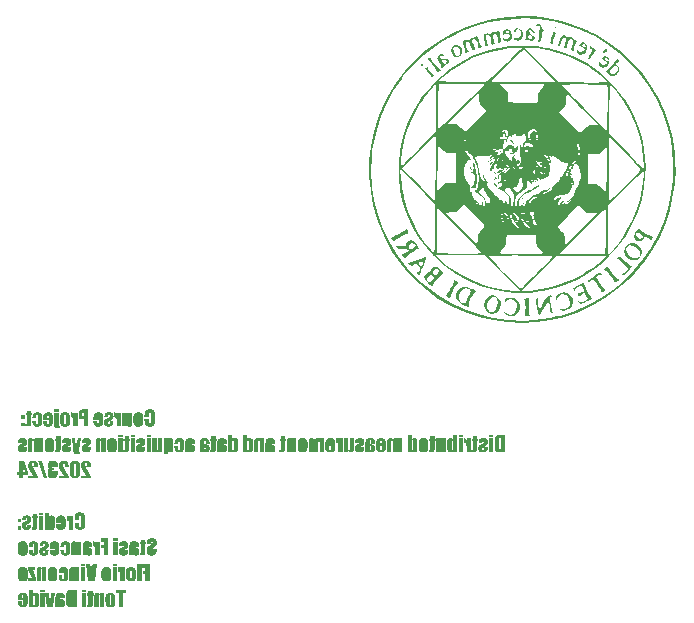
<source format=gbr>
%TF.GenerationSoftware,KiCad,Pcbnew,7.0.9*%
%TF.CreationDate,2024-02-28T20:27:22+01:00*%
%TF.ProjectId,logger_pcb_kicad,6c6f6767-6572-45f7-9063-625f6b696361,rev?*%
%TF.SameCoordinates,Original*%
%TF.FileFunction,Legend,Bot*%
%TF.FilePolarity,Positive*%
%FSLAX46Y46*%
G04 Gerber Fmt 4.6, Leading zero omitted, Abs format (unit mm)*
G04 Created by KiCad (PCBNEW 7.0.9) date 2024-02-28 20:27:22*
%MOMM*%
%LPD*%
G01*
G04 APERTURE LIST*
%ADD10C,0.150000*%
%ADD11C,0.300000*%
G04 APERTURE END LIST*
D10*
G36*
X117876534Y-86090959D02*
G01*
X118252472Y-86090959D01*
X118252472Y-85844885D01*
X118252520Y-85831823D01*
X118252767Y-85813407D01*
X118253227Y-85796404D01*
X118253898Y-85780813D01*
X118254782Y-85766633D01*
X118255878Y-85753866D01*
X118257669Y-85739039D01*
X118260438Y-85724036D01*
X118264538Y-85711211D01*
X118272377Y-85699542D01*
X118283827Y-85691207D01*
X118296809Y-85686649D01*
X118310137Y-85684774D01*
X118317563Y-85684539D01*
X118331228Y-85685330D01*
X118345457Y-85688366D01*
X118357319Y-85693680D01*
X118368167Y-85702757D01*
X118375794Y-85714933D01*
X118376621Y-85716926D01*
X118380829Y-85731705D01*
X118383151Y-85744485D01*
X118385086Y-85759607D01*
X118386283Y-85772485D01*
X118387263Y-85786680D01*
X118388025Y-85802192D01*
X118388569Y-85819022D01*
X118388895Y-85837169D01*
X118388992Y-85849998D01*
X118389004Y-85856633D01*
X118389004Y-86514208D01*
X118388895Y-86532926D01*
X118388569Y-86550382D01*
X118388025Y-86566577D01*
X118387263Y-86581511D01*
X118386283Y-86595184D01*
X118384639Y-86611451D01*
X118382607Y-86625477D01*
X118379523Y-86639855D01*
X118376621Y-86648834D01*
X118369591Y-86661083D01*
X118359613Y-86670323D01*
X118346688Y-86676554D01*
X118333263Y-86679501D01*
X118320421Y-86680268D01*
X118305720Y-86679141D01*
X118293050Y-86675759D01*
X118280836Y-86668963D01*
X118271388Y-86659098D01*
X118265491Y-86648199D01*
X118261740Y-86635955D01*
X118259198Y-86623100D01*
X118257062Y-86607527D01*
X118255727Y-86594063D01*
X118254621Y-86579070D01*
X118253744Y-86562547D01*
X118253095Y-86544495D01*
X118252790Y-86531611D01*
X118252587Y-86518047D01*
X118252485Y-86503804D01*
X118252472Y-86496427D01*
X118252472Y-86314490D01*
X117876534Y-86314490D01*
X117876534Y-86370691D01*
X117876565Y-86384593D01*
X117876658Y-86398241D01*
X117876813Y-86411634D01*
X117877030Y-86424772D01*
X117877309Y-86437656D01*
X117878053Y-86462658D01*
X117879045Y-86486640D01*
X117880286Y-86509603D01*
X117881774Y-86531546D01*
X117883511Y-86552470D01*
X117885495Y-86572374D01*
X117887728Y-86591259D01*
X117890208Y-86609124D01*
X117892937Y-86625970D01*
X117895914Y-86641796D01*
X117899138Y-86656603D01*
X117902611Y-86670390D01*
X117906332Y-86683157D01*
X117908285Y-86689159D01*
X117914914Y-86706521D01*
X117922894Y-86723480D01*
X117932224Y-86740038D01*
X117939194Y-86750854D01*
X117946765Y-86761490D01*
X117954936Y-86771949D01*
X117963707Y-86782228D01*
X117973079Y-86792329D01*
X117983051Y-86802252D01*
X117993623Y-86811995D01*
X118004796Y-86821560D01*
X118016569Y-86830947D01*
X118028942Y-86840155D01*
X118041916Y-86849184D01*
X118048627Y-86853632D01*
X118062360Y-86862168D01*
X118076489Y-86870153D01*
X118091016Y-86877587D01*
X118105939Y-86884471D01*
X118121259Y-86890804D01*
X118136976Y-86896586D01*
X118153090Y-86901818D01*
X118169601Y-86906498D01*
X118186509Y-86910629D01*
X118203813Y-86914208D01*
X118221515Y-86917237D01*
X118239613Y-86919715D01*
X118258108Y-86921642D01*
X118277001Y-86923019D01*
X118296290Y-86923845D01*
X118315976Y-86924121D01*
X118336388Y-86923891D01*
X118356350Y-86923203D01*
X118375860Y-86922055D01*
X118394918Y-86920449D01*
X118413525Y-86918384D01*
X118431680Y-86915860D01*
X118449384Y-86912877D01*
X118466637Y-86909435D01*
X118483438Y-86905535D01*
X118499787Y-86901175D01*
X118515686Y-86896356D01*
X118531132Y-86891079D01*
X118546127Y-86885343D01*
X118560671Y-86879147D01*
X118574763Y-86872493D01*
X118588404Y-86865380D01*
X118601498Y-86857822D01*
X118614029Y-86849911D01*
X118625996Y-86841648D01*
X118637401Y-86833033D01*
X118648242Y-86824066D01*
X118658520Y-86814746D01*
X118668236Y-86805074D01*
X118677388Y-86795050D01*
X118685977Y-86784674D01*
X118694003Y-86773946D01*
X118701466Y-86762865D01*
X118708365Y-86751432D01*
X118714702Y-86739646D01*
X118720476Y-86727509D01*
X118725686Y-86715019D01*
X118730334Y-86702177D01*
X118734525Y-86688747D01*
X118738445Y-86674494D01*
X118742095Y-86659417D01*
X118745475Y-86643516D01*
X118748585Y-86626792D01*
X118751424Y-86609244D01*
X118753992Y-86590873D01*
X118756291Y-86571678D01*
X118758318Y-86551660D01*
X118760076Y-86530818D01*
X118761563Y-86509152D01*
X118762780Y-86486663D01*
X118763726Y-86463351D01*
X118764402Y-86439214D01*
X118764808Y-86414255D01*
X118764909Y-86401466D01*
X118764943Y-86388472D01*
X118764943Y-85972526D01*
X118764902Y-85953616D01*
X118764779Y-85935307D01*
X118764574Y-85917598D01*
X118764288Y-85900490D01*
X118763920Y-85883981D01*
X118763469Y-85868073D01*
X118762937Y-85852765D01*
X118762323Y-85838058D01*
X118761628Y-85823951D01*
X118760850Y-85810444D01*
X118759990Y-85797538D01*
X118758548Y-85779303D01*
X118756921Y-85762420D01*
X118755109Y-85746887D01*
X118754465Y-85742010D01*
X118752069Y-85727596D01*
X118748932Y-85713288D01*
X118745052Y-85699086D01*
X118740430Y-85684991D01*
X118735065Y-85671001D01*
X118728958Y-85657118D01*
X118722109Y-85643340D01*
X118714517Y-85629669D01*
X118706183Y-85616103D01*
X118697107Y-85602644D01*
X118690644Y-85593730D01*
X118680285Y-85580659D01*
X118669212Y-85568119D01*
X118657424Y-85556109D01*
X118644922Y-85544629D01*
X118631705Y-85533679D01*
X118617774Y-85523260D01*
X118603129Y-85513371D01*
X118587769Y-85504012D01*
X118571695Y-85495183D01*
X118554906Y-85486884D01*
X118543317Y-85481647D01*
X118531419Y-85476687D01*
X118519300Y-85472047D01*
X118506960Y-85467727D01*
X118494400Y-85463727D01*
X118481618Y-85460047D01*
X118468616Y-85456687D01*
X118455394Y-85453647D01*
X118441950Y-85450927D01*
X118428286Y-85448527D01*
X118414401Y-85446447D01*
X118400295Y-85444687D01*
X118385968Y-85443247D01*
X118371421Y-85442127D01*
X118356652Y-85441327D01*
X118341663Y-85440847D01*
X118326454Y-85440687D01*
X118305923Y-85440935D01*
X118285846Y-85441679D01*
X118266224Y-85442920D01*
X118247055Y-85444656D01*
X118228340Y-85446889D01*
X118210079Y-85449617D01*
X118192272Y-85452842D01*
X118174919Y-85456563D01*
X118158020Y-85460780D01*
X118141575Y-85465493D01*
X118125584Y-85470702D01*
X118110047Y-85476408D01*
X118094964Y-85482609D01*
X118080334Y-85489307D01*
X118066159Y-85496500D01*
X118052438Y-85504190D01*
X118039232Y-85512211D01*
X118026605Y-85520478D01*
X118014555Y-85528990D01*
X118003084Y-85537748D01*
X117992190Y-85546751D01*
X117981875Y-85556000D01*
X117972137Y-85565494D01*
X117962978Y-85575234D01*
X117954396Y-85585220D01*
X117946392Y-85595451D01*
X117938967Y-85605928D01*
X117932119Y-85616650D01*
X117922931Y-85633194D01*
X117915044Y-85650291D01*
X117910508Y-85661996D01*
X117906394Y-85674194D01*
X117902545Y-85687213D01*
X117898962Y-85701054D01*
X117895644Y-85715715D01*
X117892592Y-85731198D01*
X117889805Y-85747502D01*
X117887284Y-85764626D01*
X117885027Y-85782572D01*
X117883037Y-85801339D01*
X117881311Y-85820927D01*
X117879852Y-85841336D01*
X117878657Y-85862566D01*
X117877728Y-85884618D01*
X117877065Y-85907490D01*
X117876667Y-85931183D01*
X117876534Y-85955698D01*
X117876534Y-86090959D01*
G37*
G36*
X117384779Y-85705079D02*
G01*
X117402235Y-85705733D01*
X117419289Y-85706825D01*
X117435941Y-85708353D01*
X117452192Y-85710318D01*
X117468040Y-85712719D01*
X117483487Y-85715557D01*
X117498531Y-85718831D01*
X117513174Y-85722542D01*
X117527415Y-85726689D01*
X117541255Y-85731274D01*
X117554692Y-85736294D01*
X117567728Y-85741752D01*
X117580361Y-85747645D01*
X117592593Y-85753976D01*
X117604423Y-85760743D01*
X117615790Y-85767871D01*
X117626714Y-85775284D01*
X117637193Y-85782983D01*
X117647228Y-85790967D01*
X117661448Y-85803477D01*
X117674670Y-85816629D01*
X117686892Y-85830424D01*
X117698115Y-85844860D01*
X117708339Y-85859938D01*
X117717564Y-85875658D01*
X117725790Y-85892019D01*
X117733017Y-85909023D01*
X117737323Y-85920813D01*
X117741352Y-85933164D01*
X117745102Y-85946075D01*
X117748575Y-85959547D01*
X117751770Y-85973580D01*
X117754687Y-85988174D01*
X117757327Y-86003327D01*
X117759688Y-86019042D01*
X117761772Y-86035317D01*
X117763578Y-86052153D01*
X117765106Y-86069549D01*
X117766356Y-86087506D01*
X117767328Y-86106024D01*
X117768023Y-86125102D01*
X117768440Y-86144741D01*
X117768579Y-86164940D01*
X117768579Y-86466580D01*
X117768502Y-86485021D01*
X117768271Y-86502876D01*
X117767886Y-86520146D01*
X117767348Y-86536831D01*
X117766656Y-86552930D01*
X117765810Y-86568443D01*
X117764811Y-86583372D01*
X117763657Y-86597714D01*
X117762350Y-86611472D01*
X117760889Y-86624644D01*
X117758409Y-86643304D01*
X117755583Y-86660647D01*
X117752411Y-86676673D01*
X117748893Y-86691381D01*
X117746330Y-86700661D01*
X117742105Y-86714256D01*
X117737422Y-86727459D01*
X117732282Y-86740272D01*
X117726684Y-86752694D01*
X117720628Y-86764726D01*
X117714115Y-86776367D01*
X117707144Y-86787617D01*
X117699715Y-86798476D01*
X117691828Y-86808945D01*
X117683484Y-86819023D01*
X117677585Y-86825508D01*
X117668198Y-86834851D01*
X117658162Y-86843729D01*
X117647480Y-86852145D01*
X117636150Y-86860098D01*
X117624172Y-86867587D01*
X117611547Y-86874613D01*
X117598275Y-86881176D01*
X117584355Y-86887275D01*
X117569788Y-86892911D01*
X117554573Y-86898084D01*
X117549338Y-86899686D01*
X117533205Y-86904186D01*
X117516430Y-86908229D01*
X117499014Y-86911814D01*
X117480956Y-86914942D01*
X117462255Y-86917611D01*
X117449432Y-86919137D01*
X117436323Y-86920459D01*
X117422929Y-86921578D01*
X117409250Y-86922493D01*
X117395286Y-86923205D01*
X117381036Y-86923714D01*
X117366501Y-86924019D01*
X117351680Y-86924121D01*
X117338362Y-86924001D01*
X117325237Y-86923644D01*
X117312306Y-86923049D01*
X117299568Y-86922215D01*
X117280824Y-86920519D01*
X117262516Y-86918286D01*
X117244642Y-86915518D01*
X117227204Y-86912214D01*
X117210202Y-86908374D01*
X117193635Y-86903998D01*
X117177503Y-86899086D01*
X117161806Y-86893639D01*
X117151603Y-86889659D01*
X117136737Y-86883200D01*
X117122394Y-86876156D01*
X117108577Y-86868525D01*
X117095284Y-86860309D01*
X117082516Y-86851506D01*
X117070272Y-86842117D01*
X117058553Y-86832142D01*
X117047359Y-86821582D01*
X117036689Y-86810435D01*
X117026544Y-86798702D01*
X117020100Y-86790608D01*
X117010972Y-86778327D01*
X117002493Y-86765879D01*
X116994660Y-86753263D01*
X116987475Y-86740480D01*
X116980937Y-86727529D01*
X116975047Y-86714411D01*
X116969805Y-86701126D01*
X116965209Y-86687673D01*
X116961261Y-86674053D01*
X116957961Y-86660265D01*
X116956965Y-86655558D01*
X116954166Y-86640445D01*
X116951651Y-86623842D01*
X116949422Y-86605748D01*
X116948528Y-86597079D01*
X117302465Y-86597079D01*
X117302558Y-86611075D01*
X117302834Y-86624126D01*
X117303489Y-86640062D01*
X117304471Y-86654320D01*
X117306159Y-86669785D01*
X117308861Y-86684885D01*
X117312944Y-86697732D01*
X117319393Y-86707872D01*
X117329922Y-86715817D01*
X117342191Y-86719801D01*
X117355173Y-86720910D01*
X117367814Y-86719695D01*
X117379880Y-86715329D01*
X117390417Y-86706622D01*
X117397085Y-86695509D01*
X117399615Y-86688162D01*
X117402778Y-86673699D01*
X117404834Y-86658491D01*
X117406099Y-86644260D01*
X117407027Y-86628193D01*
X117407501Y-86614938D01*
X117407786Y-86600651D01*
X117407881Y-86585331D01*
X117407881Y-86047142D01*
X117407786Y-86030591D01*
X117407501Y-86015228D01*
X117407027Y-86001054D01*
X117406363Y-85988069D01*
X117405182Y-85972605D01*
X117403664Y-85959255D01*
X117401292Y-85945539D01*
X117397085Y-85931884D01*
X117390358Y-85921465D01*
X117379611Y-85913303D01*
X117367233Y-85909210D01*
X117354221Y-85908070D01*
X117342976Y-85908907D01*
X117330414Y-85912628D01*
X117319603Y-85920372D01*
X117312308Y-85931884D01*
X117308473Y-85945539D01*
X117306310Y-85959255D01*
X117304926Y-85972605D01*
X117303850Y-85988069D01*
X117303244Y-86001054D01*
X117302812Y-86015228D01*
X117302552Y-86030591D01*
X117302465Y-86047142D01*
X117302465Y-86597079D01*
X116948528Y-86597079D01*
X116948093Y-86592857D01*
X116946891Y-86579305D01*
X116945816Y-86565090D01*
X116944867Y-86550212D01*
X116944045Y-86534673D01*
X116943349Y-86518471D01*
X116942780Y-86501606D01*
X116942337Y-86484080D01*
X116942021Y-86465891D01*
X116941831Y-86447040D01*
X116941768Y-86427526D01*
X116941768Y-86139222D01*
X116941836Y-86123872D01*
X116942041Y-86109018D01*
X116942382Y-86094660D01*
X116942859Y-86080799D01*
X116943473Y-86067433D01*
X116944650Y-86048315D01*
X116946133Y-86030314D01*
X116947924Y-86013428D01*
X116950022Y-85997659D01*
X116952426Y-85983006D01*
X116955138Y-85969470D01*
X116959231Y-85953157D01*
X116960352Y-85949331D01*
X116965417Y-85934100D01*
X116971415Y-85918989D01*
X116978346Y-85903996D01*
X116986209Y-85889122D01*
X116992719Y-85878045D01*
X116999753Y-85867035D01*
X117007312Y-85856092D01*
X117015396Y-85845216D01*
X117024004Y-85834407D01*
X117030073Y-85827269D01*
X117039758Y-85816883D01*
X117050140Y-85806882D01*
X117061220Y-85797266D01*
X117072997Y-85788036D01*
X117085472Y-85779190D01*
X117098645Y-85770730D01*
X117112516Y-85762655D01*
X117127084Y-85754964D01*
X117142350Y-85747659D01*
X117158313Y-85740739D01*
X117163785Y-85738532D01*
X117180604Y-85732330D01*
X117198032Y-85726759D01*
X117216068Y-85721819D01*
X117228430Y-85718876D01*
X117241062Y-85716213D01*
X117253965Y-85713830D01*
X117267138Y-85711728D01*
X117280582Y-85709906D01*
X117294296Y-85708364D01*
X117308280Y-85707103D01*
X117322535Y-85706122D01*
X117337060Y-85705421D01*
X117351855Y-85705000D01*
X117366921Y-85704860D01*
X117384779Y-85705079D01*
G37*
G36*
X116002239Y-85725181D02*
G01*
X116002239Y-86903800D01*
X116369287Y-86903800D01*
X116362937Y-86803465D01*
X116370115Y-86814511D01*
X116377601Y-86825027D01*
X116388059Y-86838224D01*
X116399063Y-86850478D01*
X116410612Y-86861789D01*
X116422708Y-86872158D01*
X116435349Y-86881585D01*
X116448536Y-86890068D01*
X116455334Y-86893957D01*
X116469324Y-86901026D01*
X116483831Y-86907153D01*
X116498853Y-86912338D01*
X116514392Y-86916580D01*
X116530446Y-86919879D01*
X116547016Y-86922235D01*
X116559783Y-86923384D01*
X116572839Y-86924003D01*
X116581705Y-86924121D01*
X116596703Y-86923872D01*
X116611215Y-86923127D01*
X116625242Y-86921885D01*
X116638783Y-86920147D01*
X116651839Y-86917911D01*
X116664409Y-86915179D01*
X116680414Y-86910764D01*
X116695555Y-86905465D01*
X116709834Y-86899284D01*
X116716649Y-86895862D01*
X116729553Y-86888430D01*
X116741594Y-86880422D01*
X116752771Y-86871840D01*
X116763086Y-86862681D01*
X116772537Y-86852947D01*
X116781125Y-86842638D01*
X116788849Y-86831753D01*
X116795710Y-86820293D01*
X116801763Y-86808480D01*
X116807220Y-86796539D01*
X116812082Y-86784468D01*
X116816349Y-86772269D01*
X116820020Y-86759940D01*
X116823096Y-86747483D01*
X116825577Y-86734896D01*
X116827462Y-86722181D01*
X116828876Y-86707828D01*
X116829813Y-86694999D01*
X116830643Y-86680401D01*
X116831368Y-86664034D01*
X116831987Y-86645897D01*
X116832340Y-86632823D01*
X116832646Y-86618963D01*
X116832906Y-86604316D01*
X116833118Y-86588883D01*
X116833283Y-86572664D01*
X116833401Y-86555658D01*
X116833471Y-86537866D01*
X116833495Y-86519288D01*
X116833495Y-85725181D01*
X116472797Y-85725181D01*
X116472797Y-86530719D01*
X116472765Y-86547584D01*
X116472668Y-86563572D01*
X116472507Y-86578681D01*
X116472281Y-86592912D01*
X116471991Y-86606265D01*
X116471434Y-86624648D01*
X116470733Y-86641055D01*
X116469887Y-86655487D01*
X116468532Y-86671655D01*
X116466920Y-86684311D01*
X116464542Y-86695192D01*
X116458429Y-86706444D01*
X116447189Y-86715259D01*
X116433317Y-86719680D01*
X116420517Y-86720885D01*
X116418184Y-86720910D01*
X116404320Y-86719973D01*
X116391024Y-86716509D01*
X116379623Y-86709424D01*
X116372270Y-86699006D01*
X116370557Y-86694239D01*
X116367967Y-86679955D01*
X116366538Y-86665805D01*
X116365623Y-86652765D01*
X116364842Y-86637642D01*
X116364194Y-86620438D01*
X116363681Y-86601151D01*
X116363413Y-86587137D01*
X116363204Y-86572198D01*
X116363056Y-86556333D01*
X116362966Y-86539543D01*
X116362937Y-86521828D01*
X116362937Y-85725181D01*
X116002239Y-85725181D01*
G37*
G36*
X115517392Y-85725181D02*
G01*
X115531680Y-85895052D01*
X115521601Y-85873249D01*
X115510967Y-85852768D01*
X115499781Y-85833609D01*
X115488042Y-85815772D01*
X115475749Y-85799258D01*
X115462904Y-85784065D01*
X115449505Y-85770195D01*
X115435553Y-85757647D01*
X115421047Y-85746421D01*
X115405989Y-85736518D01*
X115390377Y-85727936D01*
X115374212Y-85720676D01*
X115357495Y-85714739D01*
X115340223Y-85710124D01*
X115322399Y-85706831D01*
X115304022Y-85704860D01*
X115304022Y-86131601D01*
X115322136Y-86131833D01*
X115339329Y-86132528D01*
X115355602Y-86133686D01*
X115370953Y-86135307D01*
X115385384Y-86137392D01*
X115398893Y-86139940D01*
X115411482Y-86142951D01*
X115426834Y-86147686D01*
X115440549Y-86153245D01*
X115449761Y-86157955D01*
X115460795Y-86164787D01*
X115473024Y-86174233D01*
X115483517Y-86184687D01*
X115492274Y-86196149D01*
X115499294Y-86208619D01*
X115504577Y-86222096D01*
X115506914Y-86230666D01*
X115509370Y-86244240D01*
X115510997Y-86256921D01*
X115512440Y-86271745D01*
X115513698Y-86288712D01*
X115514773Y-86307823D01*
X115515387Y-86321754D01*
X115515919Y-86336637D01*
X115516369Y-86352473D01*
X115516737Y-86369262D01*
X115517024Y-86387003D01*
X115517229Y-86405697D01*
X115517351Y-86425343D01*
X115517392Y-86445942D01*
X115517392Y-86903800D01*
X115878090Y-86903800D01*
X115878090Y-85725181D01*
X115517392Y-85725181D01*
G37*
G36*
X114489911Y-86111280D02*
G01*
X114809650Y-86111280D01*
X114809650Y-86042697D01*
X114809733Y-86026775D01*
X114809985Y-86011992D01*
X114810403Y-85998348D01*
X114811222Y-85981926D01*
X114812338Y-85967529D01*
X114814152Y-85952379D01*
X114816943Y-85938373D01*
X114819175Y-85931566D01*
X114826590Y-85920208D01*
X114838475Y-85912568D01*
X114850810Y-85909195D01*
X114863536Y-85908093D01*
X114865850Y-85908070D01*
X114879999Y-85909320D01*
X114892283Y-85913071D01*
X114903873Y-85920279D01*
X114911255Y-85928074D01*
X114917923Y-85939346D01*
X114922685Y-85953157D01*
X114925290Y-85967327D01*
X114926362Y-85981019D01*
X114926495Y-85988402D01*
X114926376Y-86001524D01*
X114925893Y-86016657D01*
X114925037Y-86030380D01*
X114923519Y-86044984D01*
X114921465Y-86057557D01*
X114918875Y-86068098D01*
X114913180Y-86081116D01*
X114905103Y-86093028D01*
X114895883Y-86103625D01*
X114886579Y-86112729D01*
X114875802Y-86122081D01*
X114873470Y-86123981D01*
X114862700Y-86131954D01*
X114849438Y-86140789D01*
X114837858Y-86147983D01*
X114824877Y-86155662D01*
X114810495Y-86163826D01*
X114794712Y-86172476D01*
X114783411Y-86178513D01*
X114771488Y-86184765D01*
X114758943Y-86191233D01*
X114745774Y-86197917D01*
X114731984Y-86204817D01*
X114717570Y-86211933D01*
X114698347Y-86221502D01*
X114679969Y-86230999D01*
X114662438Y-86240424D01*
X114645752Y-86249777D01*
X114629912Y-86259058D01*
X114614918Y-86268267D01*
X114600770Y-86277404D01*
X114587468Y-86286470D01*
X114575012Y-86295463D01*
X114563401Y-86304384D01*
X114552637Y-86313234D01*
X114542718Y-86322012D01*
X114529426Y-86335043D01*
X114518038Y-86347913D01*
X114511502Y-86356402D01*
X114502707Y-86369625D01*
X114494777Y-86383930D01*
X114487712Y-86399317D01*
X114481512Y-86415788D01*
X114476177Y-86433341D01*
X114471708Y-86451977D01*
X114469208Y-86465003D01*
X114467094Y-86478510D01*
X114465363Y-86492498D01*
X114464018Y-86506967D01*
X114463057Y-86521917D01*
X114462480Y-86537349D01*
X114462288Y-86553262D01*
X114462434Y-86571044D01*
X114462873Y-86588273D01*
X114463605Y-86604949D01*
X114464629Y-86621072D01*
X114465946Y-86636641D01*
X114467556Y-86651657D01*
X114469459Y-86666120D01*
X114471654Y-86680030D01*
X114474142Y-86693387D01*
X114476923Y-86706191D01*
X114481643Y-86724359D01*
X114487022Y-86741282D01*
X114493059Y-86756961D01*
X114499754Y-86771395D01*
X114507223Y-86784852D01*
X114515579Y-86797717D01*
X114524823Y-86809990D01*
X114534954Y-86821672D01*
X114545972Y-86832762D01*
X114557878Y-86843261D01*
X114570672Y-86853168D01*
X114584352Y-86862483D01*
X114598921Y-86871206D01*
X114614376Y-86879338D01*
X114625173Y-86884431D01*
X114641982Y-86891524D01*
X114659428Y-86897919D01*
X114677509Y-86903617D01*
X114689917Y-86907028D01*
X114702608Y-86910128D01*
X114715581Y-86912919D01*
X114728838Y-86915400D01*
X114742377Y-86917570D01*
X114756199Y-86919431D01*
X114770303Y-86920981D01*
X114784691Y-86922221D01*
X114799361Y-86923152D01*
X114814314Y-86923772D01*
X114829550Y-86924082D01*
X114837274Y-86924121D01*
X114854304Y-86923949D01*
X114871025Y-86923436D01*
X114887435Y-86922580D01*
X114903535Y-86921382D01*
X114919325Y-86919841D01*
X114934805Y-86917959D01*
X114949976Y-86915734D01*
X114964836Y-86913166D01*
X114979385Y-86910256D01*
X114993625Y-86907004D01*
X115007555Y-86903410D01*
X115021175Y-86899473D01*
X115034484Y-86895194D01*
X115047484Y-86890573D01*
X115060173Y-86885609D01*
X115072553Y-86880303D01*
X115084539Y-86874706D01*
X115096049Y-86868868D01*
X115112421Y-86859660D01*
X115127721Y-86849910D01*
X115141950Y-86839619D01*
X115155107Y-86828786D01*
X115167192Y-86817413D01*
X115178206Y-86805497D01*
X115188148Y-86793041D01*
X115197019Y-86780043D01*
X115204818Y-86766503D01*
X115207179Y-86761870D01*
X115213705Y-86747147D01*
X115219589Y-86731080D01*
X115224830Y-86713667D01*
X115227968Y-86701311D01*
X115230821Y-86688357D01*
X115233388Y-86674806D01*
X115235671Y-86660657D01*
X115237667Y-86645909D01*
X115239379Y-86630565D01*
X115240805Y-86614622D01*
X115241946Y-86598081D01*
X115242802Y-86580943D01*
X115243373Y-86563207D01*
X115243658Y-86544872D01*
X115243694Y-86535481D01*
X115243694Y-86477058D01*
X114923955Y-86477058D01*
X114923955Y-86557390D01*
X114923849Y-86575932D01*
X114923531Y-86593218D01*
X114923001Y-86609249D01*
X114922259Y-86624024D01*
X114921304Y-86637542D01*
X114919702Y-86653614D01*
X114917722Y-86667453D01*
X114914718Y-86681613D01*
X114911890Y-86690429D01*
X114905487Y-86702306D01*
X114895416Y-86712308D01*
X114882407Y-86718499D01*
X114868616Y-86720791D01*
X114864262Y-86720910D01*
X114850670Y-86720241D01*
X114836872Y-86717766D01*
X114823819Y-86712706D01*
X114812598Y-86704166D01*
X114810602Y-86701860D01*
X114803934Y-86689556D01*
X114800184Y-86676890D01*
X114797877Y-86664084D01*
X114796314Y-86649231D01*
X114795600Y-86635876D01*
X114795362Y-86621211D01*
X114795535Y-86605873D01*
X114796054Y-86591652D01*
X114796919Y-86578547D01*
X114798610Y-86562810D01*
X114800917Y-86549058D01*
X114804666Y-86534658D01*
X114810434Y-86521471D01*
X114815047Y-86515160D01*
X114825613Y-86506374D01*
X114839993Y-86496410D01*
X114854236Y-86487224D01*
X114865377Y-86480284D01*
X114877836Y-86472693D01*
X114891612Y-86464448D01*
X114906705Y-86455552D01*
X114923116Y-86446003D01*
X114940843Y-86435801D01*
X114959888Y-86424947D01*
X114980250Y-86413441D01*
X115001929Y-86401283D01*
X115013263Y-86394959D01*
X115024925Y-86388472D01*
X115044325Y-86377385D01*
X115062754Y-86366429D01*
X115080214Y-86355605D01*
X115096704Y-86344912D01*
X115112224Y-86334351D01*
X115126773Y-86323922D01*
X115140353Y-86313623D01*
X115152964Y-86303457D01*
X115164604Y-86293421D01*
X115175274Y-86283518D01*
X115184974Y-86273745D01*
X115193705Y-86264105D01*
X115204982Y-86249890D01*
X115214077Y-86235971D01*
X115218927Y-86226856D01*
X115225113Y-86212983D01*
X115230689Y-86198629D01*
X115235657Y-86183796D01*
X115240017Y-86168483D01*
X115243769Y-86152689D01*
X115246912Y-86136416D01*
X115249447Y-86119663D01*
X115251374Y-86102430D01*
X115252692Y-86084716D01*
X115253401Y-86066523D01*
X115253537Y-86054127D01*
X115253390Y-86036716D01*
X115252951Y-86019885D01*
X115252219Y-86003635D01*
X115251195Y-85987965D01*
X115249878Y-85972876D01*
X115248268Y-85958367D01*
X115246365Y-85944438D01*
X115244170Y-85931090D01*
X115241682Y-85918323D01*
X115237401Y-85900259D01*
X115232462Y-85883502D01*
X115226863Y-85868051D01*
X115220607Y-85853907D01*
X115216070Y-85845202D01*
X115208584Y-85832852D01*
X115200178Y-85821042D01*
X115190851Y-85809775D01*
X115180602Y-85799048D01*
X115169433Y-85788863D01*
X115157343Y-85779220D01*
X115144332Y-85770117D01*
X115130400Y-85761557D01*
X115115547Y-85753537D01*
X115099773Y-85746059D01*
X115088746Y-85741375D01*
X115071644Y-85734849D01*
X115054034Y-85728965D01*
X115035916Y-85723724D01*
X115023555Y-85720586D01*
X115010969Y-85717733D01*
X114998156Y-85715166D01*
X114985118Y-85712883D01*
X114971855Y-85710886D01*
X114958365Y-85709175D01*
X114944650Y-85707749D01*
X114930709Y-85706607D01*
X114916542Y-85705752D01*
X114902150Y-85705181D01*
X114887532Y-85704896D01*
X114880138Y-85704860D01*
X114865551Y-85704979D01*
X114851239Y-85705336D01*
X114837203Y-85705932D01*
X114823442Y-85706765D01*
X114809956Y-85707837D01*
X114796746Y-85709147D01*
X114783811Y-85710695D01*
X114771151Y-85712481D01*
X114752678Y-85715606D01*
X114734824Y-85719267D01*
X114717590Y-85723465D01*
X114700975Y-85728198D01*
X114684980Y-85733466D01*
X114679786Y-85735342D01*
X114664645Y-85741173D01*
X114650179Y-85747356D01*
X114636388Y-85753891D01*
X114623273Y-85760778D01*
X114610833Y-85768016D01*
X114599069Y-85775605D01*
X114587979Y-85783547D01*
X114577566Y-85791840D01*
X114567827Y-85800484D01*
X114558764Y-85809480D01*
X114553097Y-85815673D01*
X114542535Y-85828022D01*
X114533074Y-85840142D01*
X114524714Y-85852034D01*
X114517456Y-85863697D01*
X114511299Y-85875133D01*
X114505152Y-85889106D01*
X114500726Y-85902723D01*
X114499437Y-85908070D01*
X114496693Y-85922545D01*
X114494832Y-85935821D01*
X114493270Y-85950605D01*
X114492004Y-85966897D01*
X114491251Y-85980107D01*
X114490665Y-85994164D01*
X114490246Y-86009070D01*
X114489995Y-86024824D01*
X114489911Y-86041427D01*
X114489911Y-86111280D01*
G37*
G36*
X113997611Y-85705046D02*
G01*
X114012794Y-85705604D01*
X114027755Y-85706535D01*
X114042492Y-85707837D01*
X114057006Y-85709511D01*
X114071297Y-85711558D01*
X114085364Y-85713976D01*
X114099208Y-85716767D01*
X114112829Y-85719930D01*
X114126227Y-85723465D01*
X114139401Y-85727372D01*
X114152353Y-85731651D01*
X114165080Y-85736302D01*
X114177585Y-85741325D01*
X114189867Y-85746720D01*
X114201925Y-85752488D01*
X114207846Y-85755485D01*
X114219373Y-85761727D01*
X114230481Y-85768295D01*
X114246357Y-85778762D01*
X114261290Y-85789966D01*
X114275279Y-85801906D01*
X114288326Y-85814583D01*
X114300429Y-85827997D01*
X114311589Y-85842147D01*
X114321805Y-85857035D01*
X114331079Y-85872659D01*
X114339409Y-85889019D01*
X114344484Y-85900388D01*
X114349232Y-85912267D01*
X114353653Y-85924658D01*
X114357745Y-85937560D01*
X114361511Y-85950972D01*
X114364949Y-85964896D01*
X114368060Y-85979330D01*
X114370843Y-85994276D01*
X114373299Y-86009732D01*
X114375427Y-86025700D01*
X114377228Y-86042178D01*
X114378702Y-86059168D01*
X114379848Y-86076669D01*
X114380666Y-86094680D01*
X114381157Y-86113203D01*
X114381321Y-86132236D01*
X114381321Y-86475471D01*
X114381248Y-86491619D01*
X114381028Y-86507282D01*
X114380662Y-86522458D01*
X114380150Y-86537148D01*
X114379492Y-86551352D01*
X114378687Y-86565070D01*
X114377735Y-86578301D01*
X114376034Y-86597237D01*
X114374003Y-86615079D01*
X114371643Y-86631826D01*
X114368954Y-86647480D01*
X114365935Y-86662040D01*
X114362588Y-86675506D01*
X114360129Y-86684034D01*
X114356005Y-86696659D01*
X114351355Y-86709083D01*
X114346182Y-86721306D01*
X114340483Y-86733328D01*
X114334260Y-86745150D01*
X114327512Y-86756770D01*
X114320240Y-86768189D01*
X114312442Y-86779408D01*
X114304121Y-86790425D01*
X114295274Y-86801242D01*
X114289012Y-86808292D01*
X114279056Y-86818513D01*
X114268424Y-86828310D01*
X114257118Y-86837683D01*
X114245135Y-86846632D01*
X114232478Y-86855156D01*
X114219145Y-86863257D01*
X114205137Y-86870933D01*
X114190453Y-86878185D01*
X114175094Y-86885013D01*
X114159060Y-86891416D01*
X114148002Y-86895377D01*
X114131023Y-86900838D01*
X114113576Y-86905724D01*
X114095660Y-86910036D01*
X114077275Y-86913773D01*
X114064758Y-86915944D01*
X114052032Y-86917861D01*
X114039099Y-86919521D01*
X114025956Y-86920927D01*
X114012606Y-86922076D01*
X113999047Y-86922971D01*
X113985280Y-86923610D01*
X113971304Y-86923993D01*
X113957120Y-86924121D01*
X113942550Y-86923992D01*
X113928291Y-86923605D01*
X113914341Y-86922960D01*
X113900701Y-86922057D01*
X113887372Y-86920896D01*
X113874353Y-86919477D01*
X113861643Y-86917800D01*
X113843161Y-86914801D01*
X113825376Y-86911221D01*
X113808289Y-86907061D01*
X113791899Y-86902321D01*
X113776207Y-86897000D01*
X113761213Y-86891099D01*
X113751556Y-86886843D01*
X113737471Y-86879981D01*
X113723865Y-86872544D01*
X113710740Y-86864532D01*
X113698094Y-86855945D01*
X113685929Y-86846783D01*
X113674243Y-86837047D01*
X113663038Y-86826735D01*
X113652312Y-86815849D01*
X113642067Y-86804388D01*
X113632302Y-86792351D01*
X113626058Y-86784128D01*
X113617241Y-86771915D01*
X113609083Y-86759846D01*
X113601584Y-86747922D01*
X113594743Y-86736144D01*
X113588561Y-86724510D01*
X113583037Y-86713022D01*
X113576697Y-86697930D01*
X113571527Y-86683096D01*
X113567528Y-86668520D01*
X113565032Y-86657185D01*
X113562085Y-86640699D01*
X113560161Y-86627305D01*
X113558483Y-86613030D01*
X113557050Y-86597873D01*
X113555863Y-86581834D01*
X113554922Y-86564914D01*
X113554226Y-86547111D01*
X113553776Y-86528426D01*
X113553612Y-86515480D01*
X113553558Y-86502142D01*
X113553558Y-86416095D01*
X113895522Y-86416095D01*
X113895522Y-86571678D01*
X113895645Y-86587667D01*
X113896013Y-86602651D01*
X113896627Y-86616630D01*
X113897828Y-86633707D01*
X113899465Y-86648997D01*
X113901539Y-86662501D01*
X113904745Y-86676870D01*
X113909493Y-86690429D01*
X113915584Y-86700788D01*
X113925145Y-86710165D01*
X113937350Y-86716624D01*
X113949915Y-86719839D01*
X113964423Y-86720910D01*
X113976058Y-86720096D01*
X113989245Y-86716474D01*
X114000902Y-86708936D01*
X114009193Y-86697732D01*
X114011235Y-86692821D01*
X114014718Y-86679969D01*
X114017007Y-86666172D01*
X114018435Y-86653115D01*
X114019507Y-86638261D01*
X114020221Y-86621611D01*
X114020523Y-86607945D01*
X114020623Y-86593269D01*
X114020623Y-86334811D01*
X113553558Y-86334811D01*
X113553558Y-86178911D01*
X113553713Y-86157819D01*
X113553847Y-86151922D01*
X113915208Y-86151922D01*
X114020623Y-86151922D01*
X114020623Y-86060795D01*
X114020615Y-86054326D01*
X114020484Y-86035865D01*
X114020198Y-86018828D01*
X114019755Y-86003215D01*
X114019156Y-85989024D01*
X114018401Y-85976257D01*
X114017150Y-85961448D01*
X114015197Y-85946494D01*
X114011733Y-85932201D01*
X114010510Y-85929279D01*
X114002244Y-85918463D01*
X113991101Y-85912053D01*
X113978421Y-85908919D01*
X113965375Y-85908070D01*
X113954670Y-85909064D01*
X113941334Y-85914279D01*
X113931262Y-85923966D01*
X113925051Y-85936329D01*
X113924445Y-85938142D01*
X113921216Y-85951835D01*
X113919053Y-85966930D01*
X113917669Y-85981416D01*
X113916592Y-85998046D01*
X113915987Y-86011925D01*
X113915554Y-86027010D01*
X113915295Y-86043300D01*
X113915208Y-86060795D01*
X113915208Y-86151922D01*
X113553847Y-86151922D01*
X113554178Y-86137327D01*
X113554953Y-86117435D01*
X113556038Y-86098143D01*
X113557434Y-86079452D01*
X113559139Y-86061361D01*
X113561154Y-86043870D01*
X113563480Y-86026980D01*
X113566116Y-86010690D01*
X113569061Y-85995000D01*
X113572317Y-85979911D01*
X113575883Y-85965422D01*
X113579759Y-85951533D01*
X113583945Y-85938244D01*
X113588441Y-85925556D01*
X113593247Y-85913468D01*
X113595785Y-85907610D01*
X113601208Y-85896113D01*
X113610207Y-85879411D01*
X113620244Y-85863362D01*
X113631319Y-85847966D01*
X113639279Y-85838064D01*
X113647701Y-85828453D01*
X113656584Y-85819132D01*
X113665928Y-85810102D01*
X113675734Y-85801361D01*
X113686001Y-85792911D01*
X113696730Y-85784751D01*
X113707920Y-85776882D01*
X113719571Y-85769302D01*
X113731684Y-85762013D01*
X113744234Y-85755092D01*
X113757199Y-85748618D01*
X113770578Y-85742590D01*
X113784372Y-85737009D01*
X113798579Y-85731874D01*
X113813201Y-85727186D01*
X113828237Y-85722944D01*
X113843688Y-85719148D01*
X113859552Y-85715800D01*
X113875831Y-85712897D01*
X113892524Y-85710442D01*
X113909632Y-85708432D01*
X113927153Y-85706869D01*
X113945089Y-85705753D01*
X113963439Y-85705083D01*
X113982204Y-85704860D01*
X113997611Y-85705046D01*
G37*
G36*
X113110306Y-86903800D02*
G01*
X112734367Y-86903800D01*
X112734367Y-86314490D01*
X112633397Y-86314490D01*
X112618181Y-86314360D01*
X112603332Y-86313969D01*
X112588851Y-86313318D01*
X112574736Y-86312407D01*
X112560989Y-86311235D01*
X112547608Y-86309802D01*
X112534595Y-86308109D01*
X112515764Y-86305081D01*
X112497758Y-86301467D01*
X112480579Y-86297267D01*
X112464226Y-86292481D01*
X112448698Y-86287109D01*
X112433997Y-86281151D01*
X112424619Y-86276831D01*
X112411255Y-86269928D01*
X112398733Y-86262517D01*
X112387054Y-86254598D01*
X112376218Y-86246171D01*
X112366225Y-86237236D01*
X112357074Y-86227794D01*
X112348766Y-86217843D01*
X112341301Y-86207385D01*
X112334679Y-86196418D01*
X112328900Y-86184944D01*
X112327141Y-86180942D01*
X112322202Y-86168071D01*
X112317765Y-86153899D01*
X112313830Y-86138427D01*
X112310397Y-86121654D01*
X112307467Y-86103581D01*
X112305793Y-86090809D01*
X112304342Y-86077460D01*
X112303114Y-86063533D01*
X112302109Y-86049027D01*
X112301328Y-86033944D01*
X112300770Y-86018283D01*
X112300435Y-86002044D01*
X112300323Y-85985227D01*
X112300323Y-85940457D01*
X112614664Y-85940457D01*
X112614743Y-85950207D01*
X112615160Y-85964036D01*
X112615934Y-85976912D01*
X112617521Y-85992594D01*
X112619744Y-86006580D01*
X112623415Y-86021675D01*
X112628079Y-86034120D01*
X112634985Y-86045555D01*
X112639014Y-86050037D01*
X112650588Y-86058782D01*
X112662926Y-86064367D01*
X112677497Y-86068189D01*
X112691345Y-86070026D01*
X112706743Y-86070638D01*
X112708191Y-86070635D01*
X112721110Y-86070337D01*
X112734367Y-86069686D01*
X112734367Y-85704860D01*
X112721056Y-85705056D01*
X112704679Y-85705924D01*
X112689870Y-85707487D01*
X112676628Y-85709744D01*
X112662281Y-85713542D01*
X112648298Y-85719533D01*
X112637842Y-85727086D01*
X112636416Y-85728506D01*
X112628811Y-85739148D01*
X112623718Y-85750796D01*
X112619757Y-85764971D01*
X112617403Y-85778130D01*
X112615773Y-85792907D01*
X112614867Y-85809301D01*
X112614664Y-85822659D01*
X112614664Y-85940457D01*
X112300323Y-85940457D01*
X112300323Y-85860760D01*
X112300381Y-85844286D01*
X112300556Y-85828359D01*
X112300848Y-85812981D01*
X112301256Y-85798150D01*
X112301780Y-85783868D01*
X112302422Y-85770134D01*
X112303180Y-85756949D01*
X112304535Y-85738198D01*
X112306153Y-85720681D01*
X112308033Y-85704398D01*
X112310175Y-85689348D01*
X112312579Y-85675531D01*
X112315246Y-85662948D01*
X112319320Y-85647211D01*
X112324236Y-85632070D01*
X112329996Y-85617524D01*
X112336599Y-85603573D01*
X112344046Y-85590217D01*
X112352336Y-85577457D01*
X112361470Y-85565292D01*
X112371447Y-85553723D01*
X112379552Y-85545456D01*
X112391496Y-85535015D01*
X112404740Y-85525239D01*
X112415526Y-85518343D01*
X112427043Y-85511822D01*
X112439291Y-85505674D01*
X112452270Y-85499900D01*
X112465981Y-85494500D01*
X112480422Y-85489474D01*
X112495595Y-85484822D01*
X112506191Y-85481938D01*
X112523122Y-85477961D01*
X112541298Y-85474403D01*
X112554106Y-85472264D01*
X112567468Y-85470310D01*
X112581383Y-85468543D01*
X112595851Y-85466962D01*
X112610872Y-85465566D01*
X112626446Y-85464357D01*
X112642574Y-85463334D01*
X112659255Y-85462497D01*
X112676489Y-85461845D01*
X112694276Y-85461380D01*
X112712616Y-85461101D01*
X112731509Y-85461008D01*
X113110306Y-85461008D01*
X113110306Y-86903800D01*
G37*
G36*
X111846911Y-85725181D02*
G01*
X111861199Y-85895052D01*
X111851119Y-85873249D01*
X111840486Y-85852768D01*
X111829300Y-85833609D01*
X111817560Y-85815772D01*
X111805268Y-85799258D01*
X111792422Y-85784065D01*
X111779023Y-85770195D01*
X111765071Y-85757647D01*
X111750566Y-85746421D01*
X111735507Y-85736518D01*
X111719896Y-85727936D01*
X111703731Y-85720676D01*
X111687013Y-85714739D01*
X111669742Y-85710124D01*
X111651918Y-85706831D01*
X111633540Y-85704860D01*
X111633540Y-86131601D01*
X111651654Y-86131833D01*
X111668848Y-86132528D01*
X111685120Y-86133686D01*
X111700471Y-86135307D01*
X111714902Y-86137392D01*
X111728412Y-86139940D01*
X111741000Y-86142951D01*
X111756353Y-86147686D01*
X111770068Y-86153245D01*
X111779280Y-86157955D01*
X111790314Y-86164787D01*
X111802543Y-86174233D01*
X111813036Y-86184687D01*
X111821792Y-86196149D01*
X111828812Y-86208619D01*
X111834096Y-86222096D01*
X111836433Y-86230666D01*
X111838888Y-86244240D01*
X111840515Y-86256921D01*
X111841958Y-86271745D01*
X111843217Y-86288712D01*
X111844291Y-86307823D01*
X111844905Y-86321754D01*
X111845437Y-86336637D01*
X111845887Y-86352473D01*
X111846256Y-86369262D01*
X111846542Y-86387003D01*
X111846747Y-86405697D01*
X111846870Y-86425343D01*
X111846911Y-86445942D01*
X111846911Y-86903800D01*
X112207609Y-86903800D01*
X112207609Y-85725181D01*
X111846911Y-85725181D01*
G37*
G36*
X111183062Y-85705079D02*
G01*
X111200518Y-85705733D01*
X111217572Y-85706825D01*
X111234224Y-85708353D01*
X111250475Y-85710318D01*
X111266323Y-85712719D01*
X111281770Y-85715557D01*
X111296815Y-85718831D01*
X111311458Y-85722542D01*
X111325699Y-85726689D01*
X111339538Y-85731274D01*
X111352975Y-85736294D01*
X111366011Y-85741752D01*
X111378645Y-85747645D01*
X111390876Y-85753976D01*
X111402706Y-85760743D01*
X111414074Y-85767871D01*
X111424997Y-85775284D01*
X111435476Y-85782983D01*
X111445511Y-85790967D01*
X111459732Y-85803477D01*
X111472953Y-85816629D01*
X111485175Y-85830424D01*
X111496398Y-85844860D01*
X111506622Y-85859938D01*
X111515847Y-85875658D01*
X111524073Y-85892019D01*
X111531300Y-85909023D01*
X111535606Y-85920813D01*
X111539635Y-85933164D01*
X111543386Y-85946075D01*
X111546858Y-85959547D01*
X111550053Y-85973580D01*
X111552971Y-85988174D01*
X111555610Y-86003327D01*
X111557971Y-86019042D01*
X111560055Y-86035317D01*
X111561861Y-86052153D01*
X111563389Y-86069549D01*
X111564639Y-86087506D01*
X111565612Y-86106024D01*
X111566306Y-86125102D01*
X111566723Y-86144741D01*
X111566862Y-86164940D01*
X111566862Y-86466580D01*
X111566785Y-86485021D01*
X111566554Y-86502876D01*
X111566170Y-86520146D01*
X111565631Y-86536831D01*
X111564939Y-86552930D01*
X111564094Y-86568443D01*
X111563094Y-86583372D01*
X111561940Y-86597714D01*
X111560633Y-86611472D01*
X111559172Y-86624644D01*
X111556692Y-86643304D01*
X111553866Y-86660647D01*
X111550694Y-86676673D01*
X111547176Y-86691381D01*
X111544613Y-86700661D01*
X111540388Y-86714256D01*
X111535706Y-86727459D01*
X111530565Y-86740272D01*
X111524967Y-86752694D01*
X111518911Y-86764726D01*
X111512398Y-86776367D01*
X111505427Y-86787617D01*
X111497998Y-86798476D01*
X111490112Y-86808945D01*
X111481768Y-86819023D01*
X111475869Y-86825508D01*
X111466481Y-86834851D01*
X111456446Y-86843729D01*
X111445763Y-86852145D01*
X111434433Y-86860098D01*
X111422455Y-86867587D01*
X111409831Y-86874613D01*
X111396558Y-86881176D01*
X111382638Y-86887275D01*
X111368071Y-86892911D01*
X111352856Y-86898084D01*
X111347621Y-86899686D01*
X111331488Y-86904186D01*
X111314714Y-86908229D01*
X111297297Y-86911814D01*
X111279239Y-86914942D01*
X111260539Y-86917611D01*
X111247715Y-86919137D01*
X111234606Y-86920459D01*
X111221213Y-86921578D01*
X111207533Y-86922493D01*
X111193569Y-86923205D01*
X111179319Y-86923714D01*
X111164784Y-86924019D01*
X111149964Y-86924121D01*
X111136645Y-86924001D01*
X111123521Y-86923644D01*
X111110589Y-86923049D01*
X111097851Y-86922215D01*
X111079108Y-86920519D01*
X111060799Y-86918286D01*
X111042926Y-86915518D01*
X111025488Y-86912214D01*
X111008485Y-86908374D01*
X110991918Y-86903998D01*
X110975786Y-86899086D01*
X110960089Y-86893639D01*
X110949887Y-86889659D01*
X110935020Y-86883200D01*
X110920678Y-86876156D01*
X110906860Y-86868525D01*
X110893567Y-86860309D01*
X110880799Y-86851506D01*
X110868556Y-86842117D01*
X110856837Y-86832142D01*
X110845642Y-86821582D01*
X110834973Y-86810435D01*
X110824828Y-86798702D01*
X110818383Y-86790608D01*
X110809256Y-86778327D01*
X110800776Y-86765879D01*
X110792943Y-86753263D01*
X110785758Y-86740480D01*
X110779221Y-86727529D01*
X110773331Y-86714411D01*
X110768088Y-86701126D01*
X110763493Y-86687673D01*
X110759545Y-86674053D01*
X110756244Y-86660265D01*
X110755248Y-86655558D01*
X110752449Y-86640445D01*
X110749935Y-86623842D01*
X110747705Y-86605748D01*
X110746811Y-86597079D01*
X111100749Y-86597079D01*
X111100841Y-86611075D01*
X111101117Y-86624126D01*
X111101772Y-86640062D01*
X111102754Y-86654320D01*
X111104443Y-86669785D01*
X111107144Y-86684885D01*
X111111227Y-86697732D01*
X111117676Y-86707872D01*
X111128206Y-86715817D01*
X111140475Y-86719801D01*
X111153456Y-86720910D01*
X111166098Y-86719695D01*
X111178163Y-86715329D01*
X111188701Y-86706622D01*
X111195368Y-86695509D01*
X111197899Y-86688162D01*
X111201061Y-86673699D01*
X111203117Y-86658491D01*
X111204382Y-86644260D01*
X111205310Y-86628193D01*
X111205784Y-86614938D01*
X111206069Y-86600651D01*
X111206164Y-86585331D01*
X111206164Y-86047142D01*
X111206069Y-86030591D01*
X111205784Y-86015228D01*
X111205310Y-86001054D01*
X111204646Y-85988069D01*
X111203465Y-85972605D01*
X111201947Y-85959255D01*
X111199575Y-85945539D01*
X111195368Y-85931884D01*
X111188641Y-85921465D01*
X111177894Y-85913303D01*
X111165516Y-85909210D01*
X111152504Y-85908070D01*
X111141259Y-85908907D01*
X111128698Y-85912628D01*
X111117887Y-85920372D01*
X111110592Y-85931884D01*
X111106756Y-85945539D01*
X111104594Y-85959255D01*
X111103210Y-85972605D01*
X111102133Y-85988069D01*
X111101527Y-86001054D01*
X111101095Y-86015228D01*
X111100835Y-86030591D01*
X111100749Y-86047142D01*
X111100749Y-86597079D01*
X110746811Y-86597079D01*
X110746376Y-86592857D01*
X110745175Y-86579305D01*
X110744099Y-86565090D01*
X110743150Y-86550212D01*
X110742328Y-86534673D01*
X110741632Y-86518471D01*
X110741063Y-86501606D01*
X110740620Y-86484080D01*
X110740304Y-86465891D01*
X110740114Y-86447040D01*
X110740051Y-86427526D01*
X110740051Y-86139222D01*
X110740119Y-86123872D01*
X110740324Y-86109018D01*
X110740665Y-86094660D01*
X110741142Y-86080799D01*
X110741756Y-86067433D01*
X110742933Y-86048315D01*
X110744417Y-86030314D01*
X110746207Y-86013428D01*
X110748305Y-85997659D01*
X110750710Y-85983006D01*
X110753421Y-85969470D01*
X110757514Y-85953157D01*
X110758635Y-85949331D01*
X110763700Y-85934100D01*
X110769698Y-85918989D01*
X110776629Y-85903996D01*
X110784493Y-85889122D01*
X110791002Y-85878045D01*
X110798037Y-85867035D01*
X110805596Y-85856092D01*
X110813679Y-85845216D01*
X110822288Y-85834407D01*
X110828356Y-85827269D01*
X110838041Y-85816883D01*
X110848423Y-85806882D01*
X110859503Y-85797266D01*
X110871280Y-85788036D01*
X110883756Y-85779190D01*
X110896929Y-85770730D01*
X110910799Y-85762655D01*
X110925367Y-85754964D01*
X110940633Y-85747659D01*
X110956597Y-85740739D01*
X110962068Y-85738532D01*
X110978887Y-85732330D01*
X110996315Y-85726759D01*
X111014351Y-85721819D01*
X111026713Y-85718876D01*
X111039345Y-85716213D01*
X111052248Y-85713830D01*
X111065421Y-85711728D01*
X111078865Y-85709906D01*
X111092579Y-85708364D01*
X111106563Y-85707103D01*
X111120818Y-85706122D01*
X111135343Y-85705421D01*
X111150139Y-85705000D01*
X111165205Y-85704860D01*
X111183062Y-85705079D01*
G37*
G36*
X110244409Y-85461008D02*
G01*
X110244409Y-85643897D01*
X110615902Y-85643897D01*
X110615902Y-85461008D01*
X110244409Y-85461008D01*
G37*
G36*
X110244409Y-85725181D02*
G01*
X110244409Y-86655820D01*
X110244435Y-86675925D01*
X110244513Y-86695202D01*
X110244643Y-86713650D01*
X110244826Y-86731269D01*
X110245060Y-86748061D01*
X110245347Y-86764023D01*
X110245685Y-86779157D01*
X110246076Y-86793463D01*
X110246519Y-86806940D01*
X110247281Y-86825602D01*
X110248160Y-86842400D01*
X110249156Y-86857334D01*
X110250269Y-86870403D01*
X110251077Y-86878081D01*
X110253180Y-86892384D01*
X110256157Y-86906240D01*
X110260007Y-86919650D01*
X110264730Y-86932614D01*
X110270326Y-86945131D01*
X110276796Y-86957202D01*
X110284138Y-86968826D01*
X110292354Y-86980003D01*
X110301294Y-86990605D01*
X110310968Y-87000503D01*
X110321377Y-87009696D01*
X110332520Y-87018185D01*
X110344397Y-87025969D01*
X110357008Y-87033048D01*
X110370354Y-87039423D01*
X110384433Y-87045094D01*
X110399699Y-87050080D01*
X110412327Y-87053383D01*
X110425965Y-87056312D01*
X110440613Y-87058868D01*
X110456271Y-87061049D01*
X110472940Y-87062857D01*
X110490619Y-87064290D01*
X110509308Y-87065350D01*
X110522329Y-87065848D01*
X110535798Y-87066181D01*
X110549717Y-87066347D01*
X110556844Y-87066368D01*
X110696234Y-87066368D01*
X110696234Y-86883478D01*
X110681077Y-86883255D01*
X110667677Y-86882585D01*
X110653397Y-86881120D01*
X110639883Y-86878441D01*
X110628010Y-86873307D01*
X110624158Y-86869190D01*
X110620941Y-86855783D01*
X110619458Y-86841696D01*
X110618514Y-86828063D01*
X110617716Y-86811802D01*
X110617063Y-86792912D01*
X110616709Y-86778858D01*
X110616418Y-86763636D01*
X110616193Y-86747246D01*
X110616031Y-86729687D01*
X110615935Y-86710960D01*
X110615902Y-86691064D01*
X110615902Y-85725181D01*
X110244409Y-85725181D01*
G37*
G36*
X109744170Y-85705046D02*
G01*
X109759354Y-85705604D01*
X109774315Y-85706535D01*
X109789052Y-85707837D01*
X109803566Y-85709511D01*
X109817856Y-85711558D01*
X109831924Y-85713976D01*
X109845768Y-85716767D01*
X109859389Y-85719930D01*
X109872787Y-85723465D01*
X109885961Y-85727372D01*
X109898912Y-85731651D01*
X109911640Y-85736302D01*
X109924145Y-85741325D01*
X109936426Y-85746720D01*
X109948484Y-85752488D01*
X109954405Y-85755485D01*
X109965933Y-85761727D01*
X109977041Y-85768295D01*
X109992917Y-85778762D01*
X110007850Y-85789966D01*
X110021839Y-85801906D01*
X110034886Y-85814583D01*
X110046989Y-85827997D01*
X110058148Y-85842147D01*
X110068365Y-85857035D01*
X110077638Y-85872659D01*
X110085969Y-85889019D01*
X110091044Y-85900388D01*
X110095792Y-85912267D01*
X110100212Y-85924658D01*
X110104305Y-85937560D01*
X110108071Y-85950972D01*
X110111509Y-85964896D01*
X110114619Y-85979330D01*
X110117403Y-85994276D01*
X110119858Y-86009732D01*
X110121987Y-86025700D01*
X110123788Y-86042178D01*
X110125261Y-86059168D01*
X110126407Y-86076669D01*
X110127226Y-86094680D01*
X110127717Y-86113203D01*
X110127881Y-86132236D01*
X110127881Y-86475471D01*
X110127808Y-86491619D01*
X110127588Y-86507282D01*
X110127222Y-86522458D01*
X110126710Y-86537148D01*
X110126051Y-86551352D01*
X110125246Y-86565070D01*
X110124295Y-86578301D01*
X110122594Y-86597237D01*
X110120563Y-86615079D01*
X110118203Y-86631826D01*
X110115514Y-86647480D01*
X110112495Y-86662040D01*
X110109147Y-86675506D01*
X110106689Y-86684034D01*
X110102564Y-86696659D01*
X110097915Y-86709083D01*
X110092741Y-86721306D01*
X110087043Y-86733328D01*
X110080820Y-86745150D01*
X110074072Y-86756770D01*
X110066799Y-86768189D01*
X110059002Y-86779408D01*
X110050680Y-86790425D01*
X110041834Y-86801242D01*
X110035572Y-86808292D01*
X110025616Y-86818513D01*
X110014984Y-86828310D01*
X110003677Y-86837683D01*
X109991695Y-86846632D01*
X109979037Y-86855156D01*
X109965705Y-86863257D01*
X109951696Y-86870933D01*
X109937013Y-86878185D01*
X109921654Y-86885013D01*
X109905620Y-86891416D01*
X109894561Y-86895377D01*
X109877583Y-86900838D01*
X109860136Y-86905724D01*
X109842220Y-86910036D01*
X109823835Y-86913773D01*
X109811318Y-86915944D01*
X109798592Y-86917861D01*
X109785658Y-86919521D01*
X109772516Y-86920927D01*
X109759166Y-86922076D01*
X109745607Y-86922971D01*
X109731839Y-86923610D01*
X109717864Y-86923993D01*
X109703680Y-86924121D01*
X109689110Y-86923992D01*
X109674850Y-86923605D01*
X109660901Y-86922960D01*
X109647261Y-86922057D01*
X109633932Y-86920896D01*
X109620912Y-86919477D01*
X109608203Y-86917800D01*
X109589720Y-86914801D01*
X109571936Y-86911221D01*
X109554848Y-86907061D01*
X109538459Y-86902321D01*
X109522767Y-86897000D01*
X109507773Y-86891099D01*
X109498116Y-86886843D01*
X109484030Y-86879981D01*
X109470425Y-86872544D01*
X109457299Y-86864532D01*
X109444654Y-86855945D01*
X109432488Y-86846783D01*
X109420803Y-86837047D01*
X109409598Y-86826735D01*
X109398872Y-86815849D01*
X109388627Y-86804388D01*
X109378861Y-86792351D01*
X109372618Y-86784128D01*
X109363801Y-86771915D01*
X109355643Y-86759846D01*
X109348143Y-86747922D01*
X109341303Y-86736144D01*
X109335120Y-86724510D01*
X109329597Y-86713022D01*
X109323256Y-86697930D01*
X109318087Y-86683096D01*
X109314088Y-86668520D01*
X109311591Y-86657185D01*
X109308644Y-86640699D01*
X109306721Y-86627305D01*
X109305042Y-86613030D01*
X109303610Y-86597873D01*
X109302423Y-86581834D01*
X109301482Y-86564914D01*
X109300786Y-86547111D01*
X109300336Y-86528426D01*
X109300172Y-86515480D01*
X109300117Y-86502142D01*
X109300117Y-86416095D01*
X109642082Y-86416095D01*
X109642082Y-86571678D01*
X109642204Y-86587667D01*
X109642573Y-86602651D01*
X109643187Y-86616630D01*
X109644387Y-86633707D01*
X109646025Y-86648997D01*
X109648098Y-86662501D01*
X109651305Y-86676870D01*
X109656052Y-86690429D01*
X109662143Y-86700788D01*
X109671705Y-86710165D01*
X109683909Y-86716624D01*
X109696475Y-86719839D01*
X109710983Y-86720910D01*
X109722618Y-86720096D01*
X109735805Y-86716474D01*
X109747461Y-86708936D01*
X109755752Y-86697732D01*
X109757795Y-86692821D01*
X109761278Y-86679969D01*
X109763566Y-86666172D01*
X109764995Y-86653115D01*
X109766067Y-86638261D01*
X109766781Y-86621611D01*
X109767082Y-86607945D01*
X109767183Y-86593269D01*
X109767183Y-86334811D01*
X109300117Y-86334811D01*
X109300117Y-86178911D01*
X109300272Y-86157819D01*
X109300406Y-86151922D01*
X109661768Y-86151922D01*
X109767183Y-86151922D01*
X109767183Y-86060795D01*
X109767174Y-86054326D01*
X109767044Y-86035865D01*
X109766757Y-86018828D01*
X109766315Y-86003215D01*
X109765716Y-85989024D01*
X109764960Y-85976257D01*
X109763710Y-85961448D01*
X109761757Y-85946494D01*
X109758292Y-85932201D01*
X109757069Y-85929279D01*
X109748804Y-85918463D01*
X109737661Y-85912053D01*
X109724981Y-85908919D01*
X109711935Y-85908070D01*
X109701230Y-85909064D01*
X109687894Y-85914279D01*
X109677822Y-85923966D01*
X109671611Y-85936329D01*
X109671005Y-85938142D01*
X109667775Y-85951835D01*
X109665613Y-85966930D01*
X109664228Y-85981416D01*
X109663152Y-85998046D01*
X109662546Y-86011925D01*
X109662114Y-86027010D01*
X109661854Y-86043300D01*
X109661768Y-86060795D01*
X109661768Y-86151922D01*
X109300406Y-86151922D01*
X109300737Y-86137327D01*
X109301513Y-86117435D01*
X109302598Y-86098143D01*
X109303993Y-86079452D01*
X109305699Y-86061361D01*
X109307714Y-86043870D01*
X109310040Y-86026980D01*
X109312675Y-86010690D01*
X109315621Y-85995000D01*
X109318877Y-85979911D01*
X109322443Y-85965422D01*
X109326319Y-85951533D01*
X109330505Y-85938244D01*
X109335001Y-85925556D01*
X109339807Y-85913468D01*
X109342345Y-85907610D01*
X109347768Y-85896113D01*
X109356767Y-85879411D01*
X109366804Y-85863362D01*
X109377879Y-85847966D01*
X109385839Y-85838064D01*
X109394261Y-85828453D01*
X109403144Y-85819132D01*
X109412488Y-85810102D01*
X109422294Y-85801361D01*
X109432561Y-85792911D01*
X109443290Y-85784751D01*
X109454480Y-85776882D01*
X109466131Y-85769302D01*
X109478244Y-85762013D01*
X109490794Y-85755092D01*
X109503759Y-85748618D01*
X109517138Y-85742590D01*
X109530931Y-85737009D01*
X109545139Y-85731874D01*
X109559761Y-85727186D01*
X109574797Y-85722944D01*
X109590247Y-85719148D01*
X109606112Y-85715800D01*
X109622391Y-85712897D01*
X109639084Y-85710442D01*
X109656191Y-85708432D01*
X109673713Y-85706869D01*
X109691649Y-85705753D01*
X109709999Y-85705083D01*
X109728763Y-85704860D01*
X109744170Y-85705046D01*
G37*
G36*
X108390117Y-86172243D02*
G01*
X108730177Y-86172243D01*
X108730177Y-86032854D01*
X108730280Y-86019631D01*
X108730739Y-86003276D01*
X108731565Y-85988380D01*
X108732758Y-85974943D01*
X108734766Y-85960197D01*
X108737347Y-85947731D01*
X108741925Y-85934107D01*
X108748890Y-85922716D01*
X108759715Y-85913791D01*
X108771994Y-85909316D01*
X108784789Y-85908070D01*
X108799077Y-85909479D01*
X108812115Y-85914433D01*
X108821939Y-85922953D01*
X108826701Y-85930614D01*
X108830908Y-85943027D01*
X108833691Y-85957948D01*
X108835431Y-85973400D01*
X108836443Y-85987738D01*
X108837117Y-86003832D01*
X108837402Y-86017055D01*
X108837497Y-86031266D01*
X108837497Y-86593269D01*
X108837249Y-86608728D01*
X108836505Y-86623195D01*
X108835264Y-86636670D01*
X108833016Y-86652117D01*
X108829993Y-86666015D01*
X108826195Y-86678362D01*
X108821621Y-86689159D01*
X108813807Y-86701531D01*
X108804535Y-86710864D01*
X108792152Y-86717810D01*
X108779754Y-86720631D01*
X108773994Y-86720910D01*
X108761127Y-86719727D01*
X108748204Y-86715356D01*
X108737529Y-86707763D01*
X108729103Y-86696950D01*
X108724461Y-86687254D01*
X108720037Y-86672523D01*
X108717050Y-86657024D01*
X108715117Y-86642515D01*
X108713592Y-86626130D01*
X108712714Y-86612612D01*
X108712066Y-86598038D01*
X108711647Y-86582409D01*
X108711456Y-86565726D01*
X108711443Y-86559930D01*
X108711443Y-86416095D01*
X108390117Y-86416095D01*
X108390270Y-86433522D01*
X108390489Y-86450397D01*
X108390776Y-86466722D01*
X108391129Y-86482496D01*
X108391550Y-86497719D01*
X108392037Y-86512392D01*
X108392592Y-86526514D01*
X108393213Y-86540085D01*
X108393901Y-86553106D01*
X108395060Y-86571604D01*
X108396368Y-86588864D01*
X108397828Y-86604884D01*
X108399438Y-86619665D01*
X108400595Y-86628831D01*
X108402685Y-86642138D01*
X108405499Y-86655506D01*
X108409040Y-86668936D01*
X108413306Y-86682427D01*
X108418297Y-86695979D01*
X108424015Y-86709593D01*
X108430457Y-86723268D01*
X108437626Y-86737005D01*
X108445519Y-86750803D01*
X108454139Y-86764662D01*
X108460288Y-86773936D01*
X108470025Y-86787548D01*
X108480303Y-86800525D01*
X108491122Y-86812865D01*
X108502483Y-86824569D01*
X108514385Y-86835637D01*
X108526829Y-86846069D01*
X108539814Y-86855864D01*
X108553340Y-86865023D01*
X108567408Y-86873546D01*
X108582017Y-86881432D01*
X108592057Y-86886336D01*
X108607579Y-86893089D01*
X108623782Y-86899177D01*
X108640665Y-86904601D01*
X108658230Y-86909361D01*
X108676475Y-86913457D01*
X108689017Y-86915818D01*
X108701861Y-86917885D01*
X108715008Y-86919656D01*
X108728458Y-86921132D01*
X108742211Y-86922312D01*
X108756266Y-86923198D01*
X108770623Y-86923788D01*
X108785284Y-86924084D01*
X108792727Y-86924121D01*
X108811571Y-86923918D01*
X108829921Y-86923312D01*
X108847778Y-86922301D01*
X108865141Y-86920886D01*
X108882010Y-86919066D01*
X108898385Y-86916842D01*
X108914267Y-86914214D01*
X108929656Y-86911182D01*
X108944551Y-86907745D01*
X108958952Y-86903904D01*
X108972859Y-86899658D01*
X108986273Y-86895008D01*
X108999193Y-86889954D01*
X109011620Y-86884496D01*
X109023552Y-86878633D01*
X109034992Y-86872365D01*
X109045941Y-86865695D01*
X109061602Y-86855085D01*
X109076348Y-86843749D01*
X109090179Y-86831688D01*
X109103094Y-86818901D01*
X109115094Y-86805389D01*
X109126178Y-86791151D01*
X109136347Y-86776187D01*
X109145601Y-86760498D01*
X109153940Y-86744084D01*
X109161363Y-86726943D01*
X109165823Y-86714929D01*
X109169995Y-86702301D01*
X109173880Y-86689061D01*
X109177477Y-86675208D01*
X109180786Y-86660742D01*
X109183807Y-86645664D01*
X109186541Y-86629973D01*
X109188987Y-86613670D01*
X109191145Y-86596753D01*
X109193015Y-86579224D01*
X109194598Y-86561082D01*
X109195893Y-86542328D01*
X109196900Y-86522961D01*
X109197619Y-86502981D01*
X109198051Y-86482388D01*
X109198195Y-86461183D01*
X109198195Y-86126839D01*
X109198077Y-86108393D01*
X109197723Y-86090523D01*
X109197134Y-86073228D01*
X109196309Y-86056509D01*
X109195249Y-86040365D01*
X109193953Y-86024797D01*
X109192421Y-86009804D01*
X109190654Y-85995387D01*
X109188651Y-85981545D01*
X109186412Y-85968279D01*
X109183938Y-85955588D01*
X109179784Y-85937631D01*
X109175100Y-85920969D01*
X109169887Y-85905602D01*
X109168031Y-85900767D01*
X109161713Y-85886624D01*
X109154189Y-85872771D01*
X109145460Y-85859209D01*
X109135525Y-85845936D01*
X109124385Y-85832954D01*
X109112039Y-85820262D01*
X109098487Y-85807861D01*
X109083730Y-85795749D01*
X109073223Y-85787836D01*
X109062179Y-85780052D01*
X109050600Y-85772397D01*
X109038484Y-85764871D01*
X109025895Y-85757604D01*
X109012974Y-85750806D01*
X108999720Y-85744476D01*
X108986134Y-85738616D01*
X108972215Y-85733225D01*
X108957964Y-85728302D01*
X108943381Y-85723848D01*
X108928465Y-85719863D01*
X108913217Y-85716347D01*
X108897636Y-85713299D01*
X108881723Y-85710721D01*
X108865478Y-85708611D01*
X108848900Y-85706970D01*
X108831990Y-85705798D01*
X108814747Y-85705095D01*
X108797172Y-85704860D01*
X108779710Y-85705093D01*
X108762568Y-85705793D01*
X108745746Y-85706959D01*
X108729244Y-85708591D01*
X108713062Y-85710690D01*
X108697200Y-85713255D01*
X108681657Y-85716286D01*
X108666435Y-85719783D01*
X108651533Y-85723747D01*
X108636951Y-85728178D01*
X108622689Y-85733074D01*
X108608747Y-85738437D01*
X108595125Y-85744267D01*
X108581822Y-85750563D01*
X108568840Y-85757325D01*
X108556178Y-85764553D01*
X108543938Y-85772136D01*
X108532220Y-85779963D01*
X108521027Y-85788032D01*
X108510356Y-85796344D01*
X108500210Y-85804900D01*
X108490586Y-85813699D01*
X108481486Y-85822740D01*
X108468817Y-85836759D01*
X108457326Y-85851324D01*
X108447013Y-85866437D01*
X108437877Y-85882096D01*
X108429919Y-85898302D01*
X108423139Y-85915056D01*
X108417238Y-85932747D01*
X108413626Y-85945279D01*
X108410272Y-85958401D01*
X108407176Y-85972114D01*
X108404339Y-85986417D01*
X108401759Y-86001310D01*
X108399437Y-86016794D01*
X108397373Y-86032868D01*
X108395567Y-86049533D01*
X108394019Y-86066788D01*
X108392729Y-86084633D01*
X108391697Y-86103069D01*
X108390923Y-86122095D01*
X108390408Y-86141712D01*
X108390150Y-86161918D01*
X108390117Y-86172243D01*
G37*
G36*
X107907811Y-85562613D02*
G01*
X107907811Y-85745502D01*
X107810651Y-85745502D01*
X107810651Y-85928391D01*
X107907811Y-85928391D01*
X107907811Y-86574536D01*
X107907764Y-86589007D01*
X107907622Y-86602656D01*
X107907387Y-86615480D01*
X107906857Y-86633173D01*
X107906114Y-86649013D01*
X107905160Y-86663000D01*
X107903557Y-86678766D01*
X107901024Y-86693842D01*
X107896488Y-86706301D01*
X107895745Y-86707257D01*
X107882931Y-86713857D01*
X107867690Y-86717057D01*
X107854553Y-86718657D01*
X107839034Y-86719830D01*
X107825832Y-86720430D01*
X107811291Y-86720790D01*
X107795410Y-86720910D01*
X107795410Y-86903800D01*
X107940833Y-86903800D01*
X107955957Y-86903760D01*
X107970530Y-86903641D01*
X107984553Y-86903442D01*
X107998025Y-86903164D01*
X108010946Y-86902807D01*
X108029296Y-86902123D01*
X108046407Y-86901259D01*
X108062278Y-86900218D01*
X108076910Y-86898997D01*
X108090304Y-86897598D01*
X108106234Y-86895455D01*
X108116736Y-86893639D01*
X108129720Y-86890603D01*
X108142316Y-86886733D01*
X108154526Y-86882030D01*
X108166348Y-86876493D01*
X108177784Y-86870123D01*
X108188832Y-86862919D01*
X108199494Y-86854882D01*
X108209768Y-86846012D01*
X108219299Y-86836481D01*
X108227887Y-86826623D01*
X108235532Y-86816438D01*
X108243763Y-86803246D01*
X108250521Y-86789542D01*
X108255806Y-86775327D01*
X108259618Y-86760600D01*
X108261925Y-86746505D01*
X108263454Y-86733271D01*
X108264809Y-86717754D01*
X108265991Y-86699954D01*
X108266683Y-86686819D01*
X108267299Y-86672670D01*
X108267837Y-86657506D01*
X108268298Y-86641328D01*
X108268683Y-86624135D01*
X108268990Y-86605927D01*
X108269221Y-86586705D01*
X108269375Y-86566469D01*
X108269452Y-86545217D01*
X108269461Y-86534211D01*
X108269461Y-85928391D01*
X108347253Y-85928391D01*
X108347253Y-85745502D01*
X108269461Y-85745502D01*
X108269461Y-85562613D01*
X107907811Y-85562613D01*
G37*
G36*
X107462336Y-85969033D02*
G01*
X107462336Y-86253527D01*
X107734447Y-86253527D01*
X107734447Y-85969033D01*
X107462336Y-85969033D01*
G37*
G36*
X107462336Y-86619305D02*
G01*
X107462336Y-86903800D01*
X107734447Y-86903800D01*
X107734447Y-86619305D01*
X107462336Y-86619305D01*
G37*
G36*
X148404081Y-89087800D02*
G01*
X147930030Y-89087800D01*
X147913427Y-89087742D01*
X147897356Y-89087571D01*
X147881815Y-89087286D01*
X147866805Y-89086887D01*
X147852325Y-89086373D01*
X147838377Y-89085746D01*
X147824959Y-89085004D01*
X147805829Y-89083677D01*
X147787892Y-89082094D01*
X147771150Y-89080254D01*
X147755602Y-89078157D01*
X147741249Y-89075804D01*
X147728090Y-89073194D01*
X147711678Y-89069121D01*
X147695941Y-89064363D01*
X147680879Y-89058920D01*
X147666492Y-89052793D01*
X147652779Y-89045982D01*
X147639741Y-89038485D01*
X147627378Y-89030304D01*
X147615689Y-89021439D01*
X147604690Y-89011710D01*
X147594555Y-89001098D01*
X147585282Y-88989603D01*
X147576873Y-88977225D01*
X147569327Y-88963963D01*
X147562644Y-88949819D01*
X147556825Y-88934792D01*
X147551869Y-88918881D01*
X147549639Y-88910202D01*
X147546563Y-88895294D01*
X147543812Y-88878120D01*
X147542157Y-88865412D01*
X147540646Y-88851697D01*
X147539280Y-88836974D01*
X147538057Y-88821245D01*
X147536978Y-88804509D01*
X147536042Y-88786765D01*
X147535251Y-88768014D01*
X147534604Y-88748256D01*
X147534100Y-88727491D01*
X147533740Y-88705719D01*
X147533525Y-88682940D01*
X147533453Y-88659153D01*
X147533453Y-88633117D01*
X147909391Y-88633117D01*
X147909410Y-88642096D01*
X147909556Y-88659393D01*
X147909849Y-88675810D01*
X147910288Y-88691345D01*
X147910873Y-88706001D01*
X147911605Y-88719776D01*
X147912977Y-88738786D01*
X147914678Y-88755816D01*
X147916709Y-88770864D01*
X147919069Y-88783931D01*
X147922728Y-88798271D01*
X147928125Y-88811243D01*
X147933785Y-88818908D01*
X147943610Y-88827052D01*
X147956489Y-88833600D01*
X147968991Y-88837688D01*
X147983448Y-88840754D01*
X147999860Y-88842798D01*
X148013451Y-88843660D01*
X148028142Y-88843947D01*
X148028142Y-87888860D01*
X148013358Y-87889064D01*
X147999804Y-87889674D01*
X147984592Y-87891009D01*
X147971302Y-87892979D01*
X147957892Y-87896183D01*
X147944318Y-87901878D01*
X147935245Y-87908288D01*
X147925902Y-87918627D01*
X147919790Y-87929800D01*
X147915742Y-87942838D01*
X147914253Y-87950855D01*
X147912672Y-87964002D01*
X147911630Y-87977020D01*
X147910787Y-87992261D01*
X147910284Y-88005150D01*
X147909894Y-88019290D01*
X147909615Y-88034679D01*
X147909447Y-88051319D01*
X147909391Y-88069209D01*
X147909391Y-88633117D01*
X147533453Y-88633117D01*
X147533453Y-88153986D01*
X147533465Y-88141298D01*
X147533564Y-88116716D01*
X147533763Y-88093190D01*
X147534060Y-88070720D01*
X147534457Y-88049308D01*
X147534953Y-88028952D01*
X147535549Y-88009653D01*
X147536243Y-87991411D01*
X147537037Y-87974225D01*
X147537930Y-87958097D01*
X147538922Y-87943025D01*
X147540014Y-87929009D01*
X147541837Y-87909968D01*
X147543884Y-87893304D01*
X147546153Y-87879017D01*
X147547849Y-87870298D01*
X147550946Y-87857414D01*
X147554706Y-87844765D01*
X147559132Y-87832350D01*
X147564221Y-87820170D01*
X147569974Y-87808224D01*
X147576392Y-87796513D01*
X147583474Y-87785036D01*
X147591220Y-87773793D01*
X147599630Y-87762785D01*
X147608704Y-87752011D01*
X147615115Y-87744993D01*
X147625406Y-87734941D01*
X147636506Y-87725459D01*
X147648416Y-87716545D01*
X147661135Y-87708201D01*
X147674663Y-87700426D01*
X147689001Y-87693221D01*
X147704148Y-87686585D01*
X147720104Y-87680518D01*
X147736869Y-87675020D01*
X147754444Y-87670092D01*
X147760609Y-87668549D01*
X147773975Y-87665609D01*
X147788719Y-87662866D01*
X147804843Y-87660318D01*
X147822346Y-87657966D01*
X147841228Y-87655811D01*
X147861490Y-87653851D01*
X147883131Y-87652087D01*
X147906150Y-87650520D01*
X147930550Y-87649148D01*
X147943266Y-87648536D01*
X147956328Y-87647972D01*
X147969734Y-87647458D01*
X147983485Y-87646992D01*
X147997581Y-87646576D01*
X148012022Y-87646208D01*
X148026808Y-87645890D01*
X148041938Y-87645621D01*
X148057413Y-87645400D01*
X148073233Y-87645229D01*
X148089398Y-87645106D01*
X148105908Y-87645033D01*
X148122762Y-87645008D01*
X148404081Y-87645008D01*
X148404081Y-89087800D01*
G37*
G36*
X147037176Y-87645008D02*
G01*
X147037176Y-87827897D01*
X147408669Y-87827897D01*
X147408669Y-87645008D01*
X147037176Y-87645008D01*
G37*
G36*
X147037176Y-87909181D02*
G01*
X147037176Y-89087800D01*
X147408669Y-89087800D01*
X147408669Y-87909181D01*
X147037176Y-87909181D01*
G37*
G36*
X146174168Y-88295280D02*
G01*
X146493906Y-88295280D01*
X146493906Y-88226697D01*
X146493990Y-88210775D01*
X146494241Y-88195992D01*
X146494660Y-88182348D01*
X146495478Y-88165926D01*
X146496595Y-88151529D01*
X146498409Y-88136379D01*
X146501199Y-88122373D01*
X146503432Y-88115566D01*
X146510847Y-88104208D01*
X146522732Y-88096568D01*
X146535067Y-88093195D01*
X146547793Y-88092093D01*
X146550107Y-88092070D01*
X146564256Y-88093320D01*
X146576540Y-88097071D01*
X146588129Y-88104279D01*
X146595511Y-88112074D01*
X146602179Y-88123346D01*
X146606942Y-88137157D01*
X146609547Y-88151327D01*
X146610618Y-88165019D01*
X146610752Y-88172402D01*
X146610633Y-88185524D01*
X146610149Y-88200657D01*
X146609294Y-88214380D01*
X146607775Y-88228984D01*
X146605721Y-88241557D01*
X146603132Y-88252098D01*
X146597436Y-88265116D01*
X146589360Y-88277028D01*
X146580139Y-88287625D01*
X146570836Y-88296729D01*
X146560059Y-88306081D01*
X146557727Y-88307981D01*
X146546956Y-88315954D01*
X146533695Y-88324789D01*
X146522115Y-88331983D01*
X146509133Y-88339662D01*
X146494751Y-88347826D01*
X146478968Y-88356476D01*
X146467668Y-88362513D01*
X146455745Y-88368765D01*
X146443199Y-88375233D01*
X146430031Y-88381917D01*
X146416240Y-88388817D01*
X146401827Y-88395933D01*
X146382603Y-88405502D01*
X146364226Y-88414999D01*
X146346694Y-88424424D01*
X146330009Y-88433777D01*
X146314169Y-88443058D01*
X146299175Y-88452267D01*
X146285027Y-88461404D01*
X146271725Y-88470470D01*
X146259268Y-88479463D01*
X146247658Y-88488384D01*
X146236893Y-88497234D01*
X146226975Y-88506012D01*
X146213683Y-88519043D01*
X146202294Y-88531913D01*
X146195759Y-88540402D01*
X146186964Y-88553625D01*
X146179034Y-88567930D01*
X146171969Y-88583317D01*
X146165769Y-88599788D01*
X146160434Y-88617341D01*
X146155964Y-88635977D01*
X146153465Y-88649003D01*
X146151350Y-88662510D01*
X146149620Y-88676498D01*
X146148274Y-88690967D01*
X146147313Y-88705917D01*
X146146736Y-88721349D01*
X146146544Y-88737262D01*
X146146691Y-88755044D01*
X146147130Y-88772273D01*
X146147861Y-88788949D01*
X146148886Y-88805072D01*
X146150203Y-88820641D01*
X146151813Y-88835657D01*
X146153716Y-88850120D01*
X146155911Y-88864030D01*
X146158399Y-88877387D01*
X146161180Y-88890191D01*
X146165900Y-88908359D01*
X146171278Y-88925282D01*
X146177315Y-88940961D01*
X146184011Y-88955395D01*
X146191480Y-88968852D01*
X146199836Y-88981717D01*
X146209080Y-88993990D01*
X146219211Y-89005672D01*
X146230229Y-89016762D01*
X146242135Y-89027261D01*
X146254928Y-89037168D01*
X146268609Y-89046483D01*
X146283177Y-89055206D01*
X146298633Y-89063338D01*
X146309430Y-89068431D01*
X146326239Y-89075524D01*
X146343684Y-89081919D01*
X146361766Y-89087617D01*
X146374174Y-89091028D01*
X146386864Y-89094128D01*
X146399838Y-89096919D01*
X146413094Y-89099400D01*
X146426633Y-89101570D01*
X146440455Y-89103431D01*
X146454560Y-89104981D01*
X146468947Y-89106221D01*
X146483617Y-89107152D01*
X146498570Y-89107772D01*
X146513806Y-89108082D01*
X146521530Y-89108121D01*
X146538561Y-89107949D01*
X146555281Y-89107436D01*
X146571691Y-89106580D01*
X146587792Y-89105382D01*
X146603582Y-89103841D01*
X146619062Y-89101959D01*
X146634232Y-89099734D01*
X146649092Y-89097166D01*
X146663642Y-89094256D01*
X146677882Y-89091004D01*
X146691812Y-89087410D01*
X146705431Y-89083473D01*
X146718741Y-89079194D01*
X146731740Y-89074573D01*
X146744430Y-89069609D01*
X146756809Y-89064303D01*
X146768796Y-89058706D01*
X146780305Y-89052868D01*
X146796677Y-89043660D01*
X146811978Y-89033910D01*
X146826206Y-89023619D01*
X146839363Y-89012786D01*
X146851449Y-89001413D01*
X146862463Y-88989497D01*
X146872405Y-88977041D01*
X146881275Y-88964043D01*
X146889074Y-88950503D01*
X146891436Y-88945870D01*
X146897961Y-88931147D01*
X146903845Y-88915080D01*
X146909087Y-88897667D01*
X146912225Y-88885311D01*
X146915078Y-88872357D01*
X146917645Y-88858806D01*
X146919927Y-88844657D01*
X146921924Y-88829909D01*
X146923636Y-88814565D01*
X146925062Y-88798622D01*
X146926203Y-88782081D01*
X146927059Y-88764943D01*
X146927629Y-88747207D01*
X146927915Y-88728872D01*
X146927950Y-88719481D01*
X146927950Y-88661058D01*
X146608212Y-88661058D01*
X146608212Y-88741390D01*
X146608106Y-88759932D01*
X146607788Y-88777218D01*
X146607258Y-88793249D01*
X146606515Y-88808024D01*
X146605561Y-88821542D01*
X146603958Y-88837614D01*
X146601979Y-88851453D01*
X146598974Y-88865613D01*
X146596146Y-88874429D01*
X146589743Y-88886306D01*
X146579672Y-88896308D01*
X146566664Y-88902499D01*
X146552872Y-88904791D01*
X146548519Y-88904910D01*
X146534927Y-88904241D01*
X146521129Y-88901766D01*
X146508076Y-88896706D01*
X146496855Y-88888166D01*
X146494859Y-88885860D01*
X146488191Y-88873556D01*
X146484440Y-88860890D01*
X146482133Y-88848084D01*
X146480571Y-88833231D01*
X146479856Y-88819876D01*
X146479618Y-88805211D01*
X146479791Y-88789873D01*
X146480310Y-88775652D01*
X146481175Y-88762547D01*
X146482867Y-88746810D01*
X146485174Y-88733058D01*
X146488923Y-88718658D01*
X146494690Y-88705471D01*
X146499304Y-88699160D01*
X146509870Y-88690374D01*
X146524250Y-88680410D01*
X146538492Y-88671224D01*
X146549634Y-88664284D01*
X146562093Y-88656693D01*
X146575869Y-88648448D01*
X146590962Y-88639552D01*
X146607372Y-88630003D01*
X146625100Y-88619801D01*
X146644145Y-88608947D01*
X146664507Y-88597441D01*
X146686186Y-88585283D01*
X146697519Y-88578959D01*
X146709182Y-88572472D01*
X146728581Y-88561385D01*
X146747011Y-88550429D01*
X146764471Y-88539605D01*
X146780960Y-88528912D01*
X146796480Y-88518351D01*
X146811030Y-88507922D01*
X146824610Y-88497623D01*
X146837220Y-88487457D01*
X146848860Y-88477421D01*
X146859531Y-88467518D01*
X146869231Y-88457745D01*
X146877961Y-88448105D01*
X146889238Y-88433890D01*
X146898333Y-88419971D01*
X146903184Y-88410856D01*
X146909369Y-88396983D01*
X146914946Y-88382629D01*
X146919914Y-88367796D01*
X146924274Y-88352483D01*
X146928026Y-88336689D01*
X146931169Y-88320416D01*
X146933704Y-88303663D01*
X146935630Y-88286430D01*
X146936948Y-88268716D01*
X146937658Y-88250523D01*
X146937793Y-88238127D01*
X146937647Y-88220716D01*
X146937208Y-88203885D01*
X146936476Y-88187635D01*
X146935452Y-88171965D01*
X146934134Y-88156876D01*
X146932525Y-88142367D01*
X146930622Y-88128438D01*
X146928427Y-88115090D01*
X146925939Y-88102323D01*
X146921658Y-88084259D01*
X146916718Y-88067502D01*
X146911120Y-88052051D01*
X146904863Y-88037907D01*
X146900326Y-88029202D01*
X146892841Y-88016852D01*
X146884435Y-88005042D01*
X146875107Y-87993775D01*
X146864859Y-87983048D01*
X146853690Y-87972863D01*
X146841600Y-87963220D01*
X146828589Y-87954117D01*
X146814657Y-87945557D01*
X146799804Y-87937537D01*
X146784030Y-87930059D01*
X146773003Y-87925375D01*
X146755901Y-87918849D01*
X146738290Y-87912965D01*
X146720173Y-87907724D01*
X146707812Y-87904586D01*
X146695225Y-87901733D01*
X146682413Y-87899166D01*
X146669375Y-87896883D01*
X146656111Y-87894886D01*
X146642622Y-87893175D01*
X146628907Y-87891749D01*
X146614966Y-87890607D01*
X146600799Y-87889752D01*
X146586407Y-87889181D01*
X146571789Y-87888896D01*
X146564395Y-87888860D01*
X146549808Y-87888979D01*
X146535496Y-87889336D01*
X146521460Y-87889932D01*
X146507698Y-87890765D01*
X146494213Y-87891837D01*
X146481002Y-87893147D01*
X146468067Y-87894695D01*
X146455408Y-87896481D01*
X146436934Y-87899606D01*
X146419081Y-87903267D01*
X146401846Y-87907465D01*
X146385232Y-87912198D01*
X146369236Y-87917466D01*
X146364042Y-87919342D01*
X146348901Y-87925173D01*
X146334435Y-87931356D01*
X146320645Y-87937891D01*
X146307530Y-87944778D01*
X146295090Y-87952016D01*
X146283325Y-87959605D01*
X146272236Y-87967547D01*
X146261822Y-87975840D01*
X146252084Y-87984484D01*
X146243021Y-87993480D01*
X146237354Y-87999673D01*
X146226791Y-88012022D01*
X146217330Y-88024142D01*
X146208971Y-88036034D01*
X146201713Y-88047697D01*
X146195556Y-88059133D01*
X146189408Y-88073106D01*
X146184982Y-88086723D01*
X146183693Y-88092070D01*
X146180949Y-88106545D01*
X146179089Y-88119821D01*
X146177526Y-88134605D01*
X146176261Y-88150897D01*
X146175508Y-88164107D01*
X146174922Y-88178164D01*
X146174503Y-88193070D01*
X146174252Y-88208824D01*
X146174168Y-88225427D01*
X146174168Y-88295280D01*
G37*
G36*
X145674398Y-87746613D02*
G01*
X145674398Y-87929502D01*
X145577239Y-87929502D01*
X145577239Y-88112391D01*
X145674398Y-88112391D01*
X145674398Y-88758536D01*
X145674351Y-88773007D01*
X145674210Y-88786656D01*
X145673974Y-88799480D01*
X145673444Y-88817173D01*
X145672702Y-88833013D01*
X145671747Y-88847000D01*
X145670145Y-88862766D01*
X145667611Y-88877842D01*
X145663075Y-88890301D01*
X145662333Y-88891257D01*
X145649518Y-88897857D01*
X145634277Y-88901057D01*
X145621140Y-88902657D01*
X145605621Y-88903830D01*
X145592420Y-88904430D01*
X145577878Y-88904790D01*
X145561998Y-88904910D01*
X145561998Y-89087800D01*
X145707420Y-89087800D01*
X145722544Y-89087760D01*
X145737118Y-89087641D01*
X145751140Y-89087442D01*
X145764612Y-89087164D01*
X145777534Y-89086807D01*
X145795883Y-89086123D01*
X145812994Y-89085259D01*
X145828865Y-89084218D01*
X145843498Y-89082997D01*
X145856891Y-89081598D01*
X145872821Y-89079455D01*
X145883324Y-89077639D01*
X145896307Y-89074603D01*
X145908904Y-89070733D01*
X145921113Y-89066030D01*
X145932935Y-89060493D01*
X145944371Y-89054123D01*
X145955420Y-89046919D01*
X145966081Y-89038882D01*
X145976356Y-89030012D01*
X145985886Y-89020481D01*
X145994474Y-89010623D01*
X146002119Y-89000438D01*
X146010350Y-88987246D01*
X146017108Y-88973542D01*
X146022393Y-88959327D01*
X146026206Y-88944600D01*
X146028513Y-88930505D01*
X146030041Y-88917271D01*
X146031396Y-88901754D01*
X146032579Y-88883954D01*
X146033271Y-88870819D01*
X146033886Y-88856670D01*
X146034424Y-88841506D01*
X146034886Y-88825328D01*
X146035270Y-88808135D01*
X146035578Y-88789927D01*
X146035808Y-88770705D01*
X146035962Y-88750469D01*
X146036039Y-88729217D01*
X146036049Y-88718211D01*
X146036049Y-88112391D01*
X146113840Y-88112391D01*
X146113840Y-87929502D01*
X146036049Y-87929502D01*
X146036049Y-87746613D01*
X145674398Y-87746613D01*
G37*
G36*
X145140337Y-87909181D02*
G01*
X145154625Y-88079052D01*
X145144545Y-88057249D01*
X145133912Y-88036768D01*
X145122726Y-88017609D01*
X145110987Y-87999772D01*
X145098694Y-87983258D01*
X145085848Y-87968065D01*
X145072449Y-87954195D01*
X145058497Y-87941647D01*
X145043992Y-87930421D01*
X145028934Y-87920518D01*
X145013322Y-87911936D01*
X144997157Y-87904676D01*
X144980439Y-87898739D01*
X144963168Y-87894124D01*
X144945344Y-87890831D01*
X144926966Y-87888860D01*
X144926966Y-88315601D01*
X144945081Y-88315833D01*
X144962274Y-88316528D01*
X144978546Y-88317686D01*
X144993898Y-88319307D01*
X145008328Y-88321392D01*
X145021838Y-88323940D01*
X145034426Y-88326951D01*
X145049779Y-88331686D01*
X145063494Y-88337245D01*
X145072706Y-88341955D01*
X145083740Y-88348787D01*
X145095969Y-88358233D01*
X145106462Y-88368687D01*
X145115218Y-88380149D01*
X145122239Y-88392619D01*
X145127522Y-88406096D01*
X145129859Y-88414666D01*
X145132315Y-88428240D01*
X145133942Y-88440921D01*
X145135384Y-88455745D01*
X145136643Y-88472712D01*
X145137717Y-88491823D01*
X145138331Y-88505754D01*
X145138863Y-88520637D01*
X145139314Y-88536473D01*
X145139682Y-88553262D01*
X145139969Y-88571003D01*
X145140173Y-88589697D01*
X145140296Y-88609343D01*
X145140337Y-88629942D01*
X145140337Y-89087800D01*
X145501035Y-89087800D01*
X145501035Y-87909181D01*
X145140337Y-87909181D01*
G37*
G36*
X144477999Y-87645008D02*
G01*
X144477999Y-87827897D01*
X144849493Y-87827897D01*
X144849493Y-87645008D01*
X144477999Y-87645008D01*
G37*
G36*
X144477999Y-87909181D02*
G01*
X144477999Y-89087800D01*
X144849493Y-89087800D01*
X144849493Y-87909181D01*
X144477999Y-87909181D01*
G37*
G36*
X144351628Y-89087800D02*
G01*
X144014109Y-89087800D01*
X143990930Y-88996037D01*
X143985180Y-89002952D01*
X143976425Y-89012910D01*
X143967513Y-89022371D01*
X143955388Y-89034214D01*
X143942985Y-89045173D01*
X143930304Y-89055249D01*
X143917346Y-89064442D01*
X143904109Y-89072752D01*
X143890595Y-89080179D01*
X143876729Y-89086728D01*
X143862594Y-89092403D01*
X143848192Y-89097206D01*
X143833522Y-89101135D01*
X143818584Y-89104191D01*
X143803378Y-89106374D01*
X143787904Y-89107684D01*
X143772162Y-89108121D01*
X143761222Y-89107939D01*
X143745167Y-89106989D01*
X143729535Y-89105223D01*
X143714328Y-89102643D01*
X143699545Y-89099247D01*
X143685186Y-89095037D01*
X143671251Y-89090012D01*
X143657741Y-89084172D01*
X143644654Y-89077517D01*
X143631992Y-89070048D01*
X143619754Y-89061763D01*
X143615772Y-89058830D01*
X143604375Y-89049832D01*
X143593803Y-89040538D01*
X143584058Y-89030948D01*
X143575140Y-89021063D01*
X143567047Y-89010881D01*
X143557541Y-88996846D01*
X143549504Y-88982285D01*
X143542935Y-88967198D01*
X143537835Y-88951585D01*
X143534714Y-88939101D01*
X143531900Y-88925461D01*
X143529393Y-88910666D01*
X143527193Y-88894715D01*
X143525300Y-88877609D01*
X143523714Y-88859348D01*
X143522828Y-88846532D01*
X143522077Y-88833203D01*
X143521463Y-88819360D01*
X143520986Y-88805003D01*
X143520645Y-88790133D01*
X143520440Y-88774750D01*
X143520372Y-88758853D01*
X143520372Y-88743295D01*
X143881070Y-88743295D01*
X143881111Y-88756246D01*
X143881325Y-88774529D01*
X143881725Y-88791438D01*
X143882308Y-88806975D01*
X143883075Y-88821138D01*
X143884027Y-88833929D01*
X143885582Y-88848847D01*
X143887987Y-88864063D01*
X143891548Y-88877287D01*
X143892206Y-88878986D01*
X143899147Y-88890640D01*
X143909064Y-88898841D01*
X143921958Y-88903589D01*
X143935682Y-88904910D01*
X143937725Y-88904884D01*
X143950824Y-88903224D01*
X143963227Y-88898163D01*
X143972891Y-88889729D01*
X143979817Y-88877922D01*
X143980501Y-88876168D01*
X143984147Y-88862817D01*
X143986589Y-88847991D01*
X143988152Y-88833708D01*
X143989367Y-88817271D01*
X143990051Y-88803531D01*
X143990539Y-88788579D01*
X143990832Y-88772417D01*
X143990930Y-88755043D01*
X143990930Y-88241303D01*
X143990844Y-88223268D01*
X143990584Y-88206550D01*
X143990151Y-88191149D01*
X143989546Y-88177065D01*
X143988469Y-88160336D01*
X143987085Y-88145949D01*
X143984922Y-88131257D01*
X143981087Y-88116836D01*
X143974717Y-88106001D01*
X143964087Y-88097512D01*
X143951560Y-88093255D01*
X143938222Y-88092070D01*
X143936121Y-88092098D01*
X143922644Y-88093836D01*
X143909884Y-88099135D01*
X143899942Y-88107966D01*
X143892818Y-88120329D01*
X143892095Y-88122158D01*
X143888240Y-88135777D01*
X143885659Y-88150587D01*
X143884007Y-88164702D01*
X143882722Y-88180831D01*
X143881999Y-88194249D01*
X143881483Y-88208801D01*
X143881173Y-88224485D01*
X143881070Y-88241303D01*
X143881070Y-88743295D01*
X143520372Y-88743295D01*
X143520372Y-88228602D01*
X143520378Y-88220535D01*
X143520425Y-88204932D01*
X143520519Y-88190038D01*
X143520660Y-88175854D01*
X143520849Y-88162380D01*
X143521085Y-88149614D01*
X143521527Y-88131797D01*
X143522074Y-88115576D01*
X143522728Y-88100951D01*
X143523488Y-88087922D01*
X143524667Y-88073034D01*
X143526405Y-88058414D01*
X143527208Y-88053407D01*
X143529999Y-88040835D01*
X143533906Y-88028185D01*
X143538929Y-88015458D01*
X143545069Y-88002654D01*
X143552324Y-87989772D01*
X143560696Y-87976812D01*
X143568247Y-87966632D01*
X143576612Y-87957047D01*
X143585790Y-87948057D01*
X143595782Y-87939663D01*
X143606587Y-87931864D01*
X143618206Y-87924660D01*
X143630639Y-87918052D01*
X143643885Y-87912039D01*
X143657767Y-87906606D01*
X143672263Y-87901898D01*
X143687375Y-87897914D01*
X143703102Y-87894655D01*
X143719444Y-87892120D01*
X143732105Y-87890694D01*
X143745111Y-87889675D01*
X143758463Y-87889064D01*
X143772162Y-87888860D01*
X143788052Y-87889267D01*
X143803655Y-87890487D01*
X143818971Y-87892522D01*
X143833998Y-87895369D01*
X143848738Y-87899031D01*
X143863190Y-87903506D01*
X143877354Y-87908794D01*
X143891230Y-87914896D01*
X143894653Y-87916530D01*
X143908148Y-87923593D01*
X143921325Y-87931498D01*
X143934184Y-87940247D01*
X143946726Y-87949840D01*
X143958950Y-87960276D01*
X143970857Y-87971555D01*
X143982446Y-87983677D01*
X143990930Y-87993323D01*
X143990930Y-87645008D01*
X144351628Y-87645008D01*
X144351628Y-89087800D01*
G37*
G36*
X142580843Y-87909181D02*
G01*
X142580843Y-89087800D01*
X142947891Y-89087800D01*
X142941541Y-88987465D01*
X142948719Y-88998511D01*
X142956205Y-89009027D01*
X142966663Y-89022224D01*
X142977667Y-89034478D01*
X142989216Y-89045789D01*
X143001312Y-89056158D01*
X143013953Y-89065585D01*
X143027140Y-89074068D01*
X143033938Y-89077957D01*
X143047928Y-89085026D01*
X143062435Y-89091153D01*
X143077457Y-89096338D01*
X143092996Y-89100580D01*
X143109050Y-89103879D01*
X143125620Y-89106235D01*
X143138387Y-89107384D01*
X143151443Y-89108003D01*
X143160309Y-89108121D01*
X143175307Y-89107872D01*
X143189819Y-89107127D01*
X143203846Y-89105885D01*
X143217387Y-89104147D01*
X143230443Y-89101911D01*
X143243013Y-89099179D01*
X143259018Y-89094764D01*
X143274159Y-89089465D01*
X143288438Y-89083284D01*
X143295253Y-89079862D01*
X143308157Y-89072430D01*
X143320198Y-89064422D01*
X143331376Y-89055840D01*
X143341690Y-89046681D01*
X143351141Y-89036947D01*
X143359729Y-89026638D01*
X143367453Y-89015753D01*
X143374315Y-89004293D01*
X143380367Y-88992480D01*
X143385825Y-88980539D01*
X143390686Y-88968468D01*
X143394953Y-88956269D01*
X143398624Y-88943940D01*
X143401700Y-88931483D01*
X143404181Y-88918896D01*
X143406066Y-88906181D01*
X143407480Y-88891828D01*
X143408417Y-88878999D01*
X143409247Y-88864401D01*
X143409972Y-88848034D01*
X143410591Y-88829897D01*
X143410944Y-88816823D01*
X143411251Y-88802963D01*
X143411510Y-88788316D01*
X143411722Y-88772883D01*
X143411887Y-88756664D01*
X143412005Y-88739658D01*
X143412075Y-88721866D01*
X143412099Y-88703288D01*
X143412099Y-87909181D01*
X143051401Y-87909181D01*
X143051401Y-88714719D01*
X143051369Y-88731584D01*
X143051272Y-88747572D01*
X143051111Y-88762681D01*
X143050885Y-88776912D01*
X143050595Y-88790265D01*
X143050039Y-88808648D01*
X143049337Y-88825055D01*
X143048491Y-88839487D01*
X143047136Y-88855655D01*
X143045524Y-88868311D01*
X143043146Y-88879192D01*
X143037034Y-88890444D01*
X143025793Y-88899259D01*
X143011921Y-88903680D01*
X142999121Y-88904885D01*
X142996788Y-88904910D01*
X142982924Y-88903973D01*
X142969628Y-88900509D01*
X142958227Y-88893424D01*
X142950875Y-88883006D01*
X142949161Y-88878239D01*
X142946571Y-88863955D01*
X142945142Y-88849805D01*
X142944227Y-88836765D01*
X142943446Y-88821642D01*
X142942798Y-88804438D01*
X142942285Y-88785151D01*
X142942017Y-88771137D01*
X142941809Y-88756198D01*
X142941660Y-88740333D01*
X142941570Y-88723543D01*
X142941541Y-88705828D01*
X142941541Y-87909181D01*
X142580843Y-87909181D01*
G37*
G36*
X142076310Y-87746613D02*
G01*
X142076310Y-87929502D01*
X141979151Y-87929502D01*
X141979151Y-88112391D01*
X142076310Y-88112391D01*
X142076310Y-88758536D01*
X142076263Y-88773007D01*
X142076122Y-88786656D01*
X142075886Y-88799480D01*
X142075356Y-88817173D01*
X142074614Y-88833013D01*
X142073659Y-88847000D01*
X142072057Y-88862766D01*
X142069523Y-88877842D01*
X142064987Y-88890301D01*
X142064245Y-88891257D01*
X142051430Y-88897857D01*
X142036189Y-88901057D01*
X142023052Y-88902657D01*
X142007534Y-88903830D01*
X141994332Y-88904430D01*
X141979791Y-88904790D01*
X141963910Y-88904910D01*
X141963910Y-89087800D01*
X142109332Y-89087800D01*
X142124456Y-89087760D01*
X142139030Y-89087641D01*
X142153052Y-89087442D01*
X142166525Y-89087164D01*
X142179446Y-89086807D01*
X142197795Y-89086123D01*
X142214906Y-89085259D01*
X142230777Y-89084218D01*
X142245410Y-89082997D01*
X142258803Y-89081598D01*
X142274734Y-89079455D01*
X142285236Y-89077639D01*
X142298219Y-89074603D01*
X142310816Y-89070733D01*
X142323025Y-89066030D01*
X142334848Y-89060493D01*
X142346283Y-89054123D01*
X142357332Y-89046919D01*
X142367993Y-89038882D01*
X142378268Y-89030012D01*
X142387798Y-89020481D01*
X142396386Y-89010623D01*
X142404031Y-89000438D01*
X142412262Y-88987246D01*
X142419020Y-88973542D01*
X142424305Y-88959327D01*
X142428118Y-88944600D01*
X142430425Y-88930505D01*
X142431953Y-88917271D01*
X142433308Y-88901754D01*
X142434491Y-88883954D01*
X142435183Y-88870819D01*
X142435798Y-88856670D01*
X142436336Y-88841506D01*
X142436798Y-88825328D01*
X142437182Y-88808135D01*
X142437490Y-88789927D01*
X142437720Y-88770705D01*
X142437874Y-88750469D01*
X142437951Y-88729217D01*
X142437961Y-88718211D01*
X142437961Y-88112391D01*
X142515752Y-88112391D01*
X142515752Y-87929502D01*
X142437961Y-87929502D01*
X142437961Y-87746613D01*
X142076310Y-87746613D01*
G37*
G36*
X141530032Y-87889046D02*
G01*
X141545216Y-87889604D01*
X141560176Y-87890535D01*
X141574913Y-87891837D01*
X141589427Y-87893511D01*
X141603718Y-87895558D01*
X141617785Y-87897976D01*
X141631630Y-87900767D01*
X141645251Y-87903930D01*
X141658648Y-87907465D01*
X141671823Y-87911372D01*
X141684774Y-87915651D01*
X141697502Y-87920302D01*
X141710006Y-87925325D01*
X141722288Y-87930720D01*
X141734346Y-87936488D01*
X141740267Y-87939485D01*
X141751794Y-87945727D01*
X141762902Y-87952295D01*
X141778778Y-87962762D01*
X141793711Y-87973966D01*
X141807701Y-87985906D01*
X141820747Y-87998583D01*
X141832850Y-88011997D01*
X141844010Y-88026147D01*
X141854227Y-88041035D01*
X141863500Y-88056659D01*
X141871830Y-88073019D01*
X141876906Y-88084388D01*
X141881653Y-88096267D01*
X141886074Y-88108658D01*
X141890167Y-88121560D01*
X141893932Y-88134972D01*
X141897370Y-88148896D01*
X141900481Y-88163330D01*
X141903264Y-88178276D01*
X141905720Y-88193732D01*
X141907848Y-88209700D01*
X141909649Y-88226178D01*
X141911123Y-88243168D01*
X141912269Y-88260669D01*
X141913087Y-88278680D01*
X141913579Y-88297203D01*
X141913742Y-88316236D01*
X141913742Y-88659471D01*
X141913669Y-88675619D01*
X141913450Y-88691282D01*
X141913084Y-88706458D01*
X141912572Y-88721148D01*
X141911913Y-88735352D01*
X141911108Y-88749070D01*
X141910157Y-88762301D01*
X141908455Y-88781237D01*
X141906425Y-88799079D01*
X141904065Y-88815826D01*
X141901375Y-88831480D01*
X141898357Y-88846040D01*
X141895009Y-88859506D01*
X141892551Y-88868034D01*
X141888426Y-88880659D01*
X141883777Y-88893083D01*
X141878603Y-88905306D01*
X141872904Y-88917328D01*
X141866681Y-88929150D01*
X141859933Y-88940770D01*
X141852661Y-88952189D01*
X141844864Y-88963408D01*
X141836542Y-88974425D01*
X141827696Y-88985242D01*
X141821433Y-88992292D01*
X141811477Y-89002513D01*
X141800846Y-89012310D01*
X141789539Y-89021683D01*
X141777557Y-89030632D01*
X141764899Y-89039156D01*
X141751566Y-89047257D01*
X141737558Y-89054933D01*
X141722874Y-89062185D01*
X141707516Y-89069013D01*
X141691481Y-89075416D01*
X141680423Y-89079377D01*
X141663444Y-89084838D01*
X141645997Y-89089724D01*
X141628081Y-89094036D01*
X141609696Y-89097773D01*
X141597179Y-89099944D01*
X141584454Y-89101861D01*
X141571520Y-89103521D01*
X141558378Y-89104927D01*
X141545027Y-89106076D01*
X141531468Y-89106971D01*
X141517701Y-89107610D01*
X141503725Y-89107993D01*
X141489541Y-89108121D01*
X141474972Y-89107992D01*
X141460712Y-89107605D01*
X141446762Y-89106960D01*
X141433123Y-89106057D01*
X141419793Y-89104896D01*
X141406774Y-89103477D01*
X141394065Y-89101800D01*
X141375582Y-89098801D01*
X141357797Y-89095221D01*
X141340710Y-89091061D01*
X141324320Y-89086321D01*
X141308628Y-89081000D01*
X141293634Y-89075099D01*
X141283977Y-89070843D01*
X141269892Y-89063981D01*
X141256286Y-89056544D01*
X141243161Y-89048532D01*
X141230516Y-89039945D01*
X141218350Y-89030783D01*
X141206665Y-89021047D01*
X141195459Y-89010735D01*
X141184734Y-88999849D01*
X141174488Y-88988388D01*
X141164723Y-88976351D01*
X141158479Y-88968128D01*
X141149663Y-88955915D01*
X141141504Y-88943846D01*
X141134005Y-88931922D01*
X141127164Y-88920144D01*
X141120982Y-88908510D01*
X141115458Y-88897022D01*
X141109118Y-88881930D01*
X141103948Y-88867096D01*
X141099950Y-88852520D01*
X141097453Y-88841185D01*
X141094506Y-88824699D01*
X141092582Y-88811305D01*
X141090904Y-88797030D01*
X141089472Y-88781873D01*
X141088285Y-88765834D01*
X141087343Y-88748914D01*
X141086647Y-88731111D01*
X141086197Y-88712426D01*
X141086033Y-88699480D01*
X141085979Y-88686142D01*
X141085979Y-88600095D01*
X141427943Y-88600095D01*
X141427943Y-88755678D01*
X141428066Y-88771667D01*
X141428434Y-88786651D01*
X141429048Y-88800630D01*
X141430249Y-88817707D01*
X141431886Y-88832997D01*
X141433960Y-88846501D01*
X141437166Y-88860870D01*
X141441914Y-88874429D01*
X141448005Y-88884788D01*
X141457566Y-88894165D01*
X141469771Y-88900624D01*
X141482336Y-88903839D01*
X141496844Y-88904910D01*
X141508479Y-88904096D01*
X141521666Y-88900474D01*
X141533323Y-88892936D01*
X141541614Y-88881732D01*
X141543657Y-88876821D01*
X141547139Y-88863969D01*
X141549428Y-88850172D01*
X141550857Y-88837115D01*
X141551928Y-88822261D01*
X141552643Y-88805611D01*
X141552944Y-88791945D01*
X141553045Y-88777269D01*
X141553045Y-88518811D01*
X141085979Y-88518811D01*
X141085979Y-88362911D01*
X141086134Y-88341819D01*
X141086268Y-88335922D01*
X141447629Y-88335922D01*
X141553045Y-88335922D01*
X141553045Y-88244795D01*
X141553036Y-88238326D01*
X141552906Y-88219865D01*
X141552619Y-88202828D01*
X141552176Y-88187215D01*
X141551577Y-88173024D01*
X141550822Y-88160257D01*
X141549572Y-88145448D01*
X141547618Y-88130494D01*
X141544154Y-88116201D01*
X141542931Y-88113279D01*
X141534665Y-88102463D01*
X141523522Y-88096053D01*
X141510842Y-88092919D01*
X141497797Y-88092070D01*
X141487092Y-88093064D01*
X141473755Y-88098279D01*
X141463684Y-88107966D01*
X141457472Y-88120329D01*
X141456867Y-88122142D01*
X141453637Y-88135835D01*
X141451474Y-88150930D01*
X141450090Y-88165416D01*
X141449013Y-88182046D01*
X141448408Y-88195925D01*
X141447975Y-88211010D01*
X141447716Y-88227300D01*
X141447629Y-88244795D01*
X141447629Y-88335922D01*
X141086268Y-88335922D01*
X141086599Y-88321327D01*
X141087374Y-88301435D01*
X141088460Y-88282143D01*
X141089855Y-88263452D01*
X141091560Y-88245361D01*
X141093576Y-88227870D01*
X141095901Y-88210980D01*
X141098537Y-88194690D01*
X141101483Y-88179000D01*
X141104738Y-88163911D01*
X141108304Y-88149422D01*
X141112180Y-88135533D01*
X141116366Y-88122244D01*
X141120862Y-88109556D01*
X141125668Y-88097468D01*
X141128207Y-88091610D01*
X141133629Y-88080113D01*
X141142628Y-88063411D01*
X141152665Y-88047362D01*
X141163740Y-88031966D01*
X141171701Y-88022064D01*
X141180122Y-88012453D01*
X141189005Y-88003132D01*
X141198350Y-87994102D01*
X141208155Y-87985361D01*
X141218423Y-87976911D01*
X141229151Y-87968751D01*
X141240341Y-87960882D01*
X141251992Y-87953302D01*
X141264105Y-87946013D01*
X141276656Y-87939092D01*
X141289621Y-87932618D01*
X141303000Y-87926590D01*
X141316793Y-87921009D01*
X141331001Y-87915874D01*
X141345622Y-87911186D01*
X141360659Y-87906944D01*
X141376109Y-87903148D01*
X141391974Y-87899800D01*
X141408252Y-87896897D01*
X141424946Y-87894442D01*
X141442053Y-87892432D01*
X141459575Y-87890869D01*
X141477510Y-87889753D01*
X141495861Y-87889083D01*
X141514625Y-87888860D01*
X141530032Y-87889046D01*
G37*
G36*
X140513498Y-87987290D02*
G01*
X140525013Y-87975373D01*
X140536855Y-87964231D01*
X140549025Y-87953862D01*
X140561522Y-87944267D01*
X140574347Y-87935446D01*
X140587499Y-87927399D01*
X140600979Y-87920126D01*
X140614786Y-87913626D01*
X140628930Y-87907822D01*
X140643422Y-87902791D01*
X140658260Y-87898535D01*
X140673447Y-87895052D01*
X140688980Y-87892343D01*
X140704861Y-87890408D01*
X140721089Y-87889247D01*
X140737664Y-87888860D01*
X140748405Y-87889029D01*
X140764163Y-87889914D01*
X140779497Y-87891559D01*
X140794406Y-87893963D01*
X140808892Y-87897126D01*
X140822953Y-87901047D01*
X140836590Y-87905728D01*
X140849803Y-87911168D01*
X140862592Y-87917367D01*
X140874956Y-87924325D01*
X140886897Y-87932042D01*
X140894501Y-87937455D01*
X140905251Y-87945779D01*
X140915215Y-87954348D01*
X140927276Y-87966155D01*
X140937937Y-87978400D01*
X140947200Y-87991080D01*
X140955063Y-88004198D01*
X140961528Y-88017752D01*
X140966593Y-88031742D01*
X140969714Y-88043037D01*
X140972528Y-88055727D01*
X140975035Y-88069813D01*
X140977235Y-88085293D01*
X140979128Y-88102169D01*
X140980714Y-88120441D01*
X140981601Y-88133397D01*
X140982351Y-88146973D01*
X140982965Y-88161170D01*
X140983442Y-88175986D01*
X140983784Y-88191423D01*
X140983988Y-88207480D01*
X140984056Y-88224157D01*
X140984056Y-88774729D01*
X140984039Y-88782795D01*
X140983903Y-88798502D01*
X140983630Y-88813643D01*
X140983221Y-88828219D01*
X140982675Y-88842230D01*
X140981993Y-88855674D01*
X140981174Y-88868554D01*
X140979691Y-88886812D01*
X140977900Y-88903798D01*
X140975802Y-88919511D01*
X140973398Y-88933952D01*
X140970686Y-88947120D01*
X140966593Y-88962698D01*
X140962931Y-88973411D01*
X140956841Y-88987312D01*
X140949372Y-89000777D01*
X140940524Y-89013805D01*
X140930296Y-89026396D01*
X140918689Y-89038551D01*
X140909079Y-89047381D01*
X140898693Y-89055965D01*
X140887532Y-89064303D01*
X140879745Y-89069609D01*
X140867740Y-89076926D01*
X140855343Y-89083473D01*
X140842557Y-89089250D01*
X140829379Y-89094256D01*
X140815811Y-89098493D01*
X140801852Y-89101959D01*
X140787502Y-89104654D01*
X140772762Y-89106580D01*
X140757631Y-89107735D01*
X140742109Y-89108121D01*
X140726556Y-89107699D01*
X140711171Y-89106434D01*
X140695956Y-89104325D01*
X140680908Y-89101373D01*
X140666030Y-89097578D01*
X140651320Y-89092939D01*
X140636779Y-89087457D01*
X140622406Y-89081132D01*
X140615283Y-89077613D01*
X140601163Y-89069943D01*
X140587213Y-89061430D01*
X140573430Y-89052073D01*
X140563205Y-89044502D01*
X140553073Y-89036456D01*
X140543037Y-89027936D01*
X140533096Y-89018942D01*
X140523250Y-89009473D01*
X140513498Y-88999530D01*
X140513498Y-89087800D01*
X140152800Y-89087800D01*
X140152800Y-88754090D01*
X140513498Y-88754090D01*
X140513510Y-88760249D01*
X140513682Y-88777860D01*
X140514060Y-88794169D01*
X140514645Y-88809178D01*
X140515437Y-88822887D01*
X140516814Y-88839142D01*
X140518558Y-88853086D01*
X140521254Y-88867264D01*
X140525246Y-88879509D01*
X140525984Y-88881072D01*
X140533534Y-88891788D01*
X140544022Y-88899329D01*
X140557447Y-88903695D01*
X140571603Y-88904910D01*
X140580557Y-88904352D01*
X140594290Y-88900535D01*
X140604958Y-88893100D01*
X140612563Y-88882049D01*
X140616232Y-88871724D01*
X140619142Y-88857893D01*
X140620986Y-88843690D01*
X140622083Y-88830576D01*
X140622842Y-88815903D01*
X140623264Y-88799672D01*
X140623359Y-88786477D01*
X140623359Y-88202566D01*
X140623348Y-88198229D01*
X140623087Y-88181862D01*
X140622479Y-88167063D01*
X140621524Y-88153831D01*
X140619842Y-88139497D01*
X140617107Y-88125528D01*
X140612245Y-88112391D01*
X140605359Y-88103501D01*
X140594434Y-88096535D01*
X140581897Y-88093043D01*
X140568746Y-88092070D01*
X140557133Y-88092863D01*
X140544045Y-88096385D01*
X140532595Y-88103716D01*
X140524611Y-88114614D01*
X140523265Y-88117562D01*
X140519239Y-88130557D01*
X140516634Y-88145009D01*
X140515061Y-88159389D01*
X140514193Y-88172422D01*
X140513672Y-88186814D01*
X140513498Y-88202566D01*
X140513498Y-88754090D01*
X140152800Y-88754090D01*
X140152800Y-87645008D01*
X140513498Y-87645008D01*
X140513498Y-87987290D01*
G37*
G36*
X139352026Y-87909181D02*
G01*
X139358376Y-88023487D01*
X139350375Y-88011161D01*
X139342090Y-87999428D01*
X139333520Y-87988285D01*
X139324665Y-87977735D01*
X139315525Y-87967776D01*
X139306101Y-87958409D01*
X139296393Y-87949633D01*
X139286399Y-87941449D01*
X139276121Y-87933856D01*
X139261974Y-87924653D01*
X139258359Y-87922517D01*
X139243584Y-87914629D01*
X139228314Y-87907792D01*
X139212547Y-87902007D01*
X139196284Y-87897274D01*
X139183762Y-87894415D01*
X139170960Y-87892147D01*
X139157879Y-87890471D01*
X139144519Y-87889386D01*
X139130880Y-87888893D01*
X139126272Y-87888860D01*
X139108415Y-87889386D01*
X139091043Y-87890964D01*
X139074154Y-87893593D01*
X139057748Y-87897274D01*
X139041826Y-87902007D01*
X139026389Y-87907792D01*
X139011434Y-87914629D01*
X138996964Y-87922517D01*
X138982977Y-87931457D01*
X138969474Y-87941449D01*
X138956454Y-87952492D01*
X138943919Y-87964588D01*
X138931867Y-87977735D01*
X138920299Y-87991934D01*
X138909214Y-88007184D01*
X138898613Y-88023487D01*
X138889940Y-88011161D01*
X138881066Y-87999428D01*
X138871990Y-87988285D01*
X138862714Y-87977735D01*
X138853237Y-87967776D01*
X138843559Y-87958409D01*
X138833680Y-87949633D01*
X138823600Y-87941449D01*
X138813319Y-87933856D01*
X138799299Y-87924653D01*
X138795738Y-87922517D01*
X138781256Y-87914629D01*
X138766388Y-87907792D01*
X138751132Y-87902007D01*
X138735490Y-87897274D01*
X138719460Y-87893593D01*
X138703043Y-87890964D01*
X138686240Y-87889386D01*
X138673383Y-87888893D01*
X138669049Y-87888860D01*
X138652064Y-87889251D01*
X138635636Y-87890423D01*
X138619766Y-87892376D01*
X138604455Y-87895111D01*
X138589701Y-87898628D01*
X138575506Y-87902925D01*
X138561869Y-87908004D01*
X138548790Y-87913865D01*
X138536270Y-87920506D01*
X138524307Y-87927930D01*
X138516642Y-87933312D01*
X138505713Y-87941766D01*
X138495548Y-87950577D01*
X138486148Y-87959746D01*
X138477513Y-87969271D01*
X138467189Y-87982527D01*
X138458224Y-87996419D01*
X138450618Y-88010945D01*
X138444372Y-88026106D01*
X138439486Y-88041903D01*
X138436421Y-88054691D01*
X138433659Y-88068887D01*
X138431197Y-88084488D01*
X138429037Y-88101497D01*
X138427179Y-88119911D01*
X138426107Y-88132969D01*
X138425169Y-88146652D01*
X138424366Y-88160960D01*
X138423696Y-88175893D01*
X138423160Y-88191451D01*
X138422758Y-88207635D01*
X138422490Y-88224443D01*
X138422356Y-88241877D01*
X138422340Y-88250828D01*
X138422340Y-89087800D01*
X138772560Y-89087800D01*
X138772560Y-88315919D01*
X138772600Y-88297437D01*
X138772723Y-88279856D01*
X138772928Y-88263175D01*
X138773214Y-88247395D01*
X138773583Y-88232515D01*
X138774033Y-88218536D01*
X138774565Y-88205457D01*
X138775517Y-88187527D01*
X138776652Y-88171623D01*
X138777972Y-88157745D01*
X138780019Y-88142392D01*
X138783038Y-88128267D01*
X138787808Y-88115966D01*
X138795800Y-88104831D01*
X138806405Y-88097160D01*
X138819623Y-88092954D01*
X138830665Y-88092070D01*
X138844112Y-88093332D01*
X138857374Y-88097992D01*
X138868023Y-88106086D01*
X138876058Y-88117613D01*
X138880197Y-88127950D01*
X138883399Y-88141915D01*
X138885569Y-88157196D01*
X138886969Y-88171052D01*
X138888174Y-88186963D01*
X138889183Y-88204927D01*
X138889748Y-88218045D01*
X138890225Y-88232075D01*
X138890616Y-88247018D01*
X138890920Y-88262874D01*
X138891137Y-88279643D01*
X138891267Y-88297324D01*
X138891310Y-88315919D01*
X138891310Y-89087800D01*
X139241530Y-89087800D01*
X139241530Y-88335605D01*
X139241564Y-88314399D01*
X139241664Y-88294283D01*
X139241832Y-88275256D01*
X139242066Y-88257317D01*
X139242367Y-88240468D01*
X139242736Y-88224707D01*
X139243171Y-88210036D01*
X139243673Y-88196454D01*
X139244552Y-88178122D01*
X139245582Y-88162240D01*
X139246763Y-88148809D01*
X139248571Y-88134711D01*
X139250103Y-88126997D01*
X139255158Y-88113388D01*
X139263100Y-88103121D01*
X139273929Y-88096197D01*
X139287644Y-88092616D01*
X139296778Y-88092070D01*
X139309799Y-88093527D01*
X139322971Y-88098563D01*
X139333659Y-88106170D01*
X139338055Y-88110486D01*
X139346340Y-88121320D01*
X139352265Y-88133459D01*
X139355829Y-88146904D01*
X139356788Y-88154938D01*
X139357407Y-88169309D01*
X139357756Y-88183053D01*
X139357979Y-88196136D01*
X139358153Y-88211074D01*
X139358277Y-88227868D01*
X139358337Y-88241681D01*
X139358370Y-88256537D01*
X139358376Y-88267021D01*
X139358376Y-89087800D01*
X139708278Y-89087800D01*
X139708278Y-87909181D01*
X139352026Y-87909181D01*
G37*
G36*
X137933214Y-87889046D02*
G01*
X137948398Y-87889604D01*
X137963358Y-87890535D01*
X137978096Y-87891837D01*
X137992609Y-87893511D01*
X138006900Y-87895558D01*
X138020968Y-87897976D01*
X138034812Y-87900767D01*
X138048433Y-87903930D01*
X138061830Y-87907465D01*
X138075005Y-87911372D01*
X138087956Y-87915651D01*
X138100684Y-87920302D01*
X138113189Y-87925325D01*
X138125470Y-87930720D01*
X138137528Y-87936488D01*
X138143449Y-87939485D01*
X138154976Y-87945727D01*
X138166084Y-87952295D01*
X138181960Y-87962762D01*
X138196893Y-87973966D01*
X138210883Y-87985906D01*
X138223929Y-87998583D01*
X138236032Y-88011997D01*
X138247192Y-88026147D01*
X138257409Y-88041035D01*
X138266682Y-88056659D01*
X138275012Y-88073019D01*
X138280088Y-88084388D01*
X138284836Y-88096267D01*
X138289256Y-88108658D01*
X138293349Y-88121560D01*
X138297114Y-88134972D01*
X138300553Y-88148896D01*
X138303663Y-88163330D01*
X138306446Y-88178276D01*
X138308902Y-88193732D01*
X138311031Y-88209700D01*
X138312832Y-88226178D01*
X138314305Y-88243168D01*
X138315451Y-88260669D01*
X138316270Y-88278680D01*
X138316761Y-88297203D01*
X138316924Y-88316236D01*
X138316924Y-88659471D01*
X138316851Y-88675619D01*
X138316632Y-88691282D01*
X138316266Y-88706458D01*
X138315754Y-88721148D01*
X138315095Y-88735352D01*
X138314290Y-88749070D01*
X138313339Y-88762301D01*
X138311637Y-88781237D01*
X138309607Y-88799079D01*
X138307247Y-88815826D01*
X138304557Y-88831480D01*
X138301539Y-88846040D01*
X138298191Y-88859506D01*
X138295733Y-88868034D01*
X138291608Y-88880659D01*
X138286959Y-88893083D01*
X138281785Y-88905306D01*
X138276087Y-88917328D01*
X138269863Y-88929150D01*
X138263115Y-88940770D01*
X138255843Y-88952189D01*
X138248046Y-88963408D01*
X138239724Y-88974425D01*
X138230878Y-88985242D01*
X138224615Y-88992292D01*
X138214659Y-89002513D01*
X138204028Y-89012310D01*
X138192721Y-89021683D01*
X138180739Y-89030632D01*
X138168081Y-89039156D01*
X138154748Y-89047257D01*
X138140740Y-89054933D01*
X138126057Y-89062185D01*
X138110698Y-89069013D01*
X138094663Y-89075416D01*
X138083605Y-89079377D01*
X138066627Y-89084838D01*
X138049179Y-89089724D01*
X138031263Y-89094036D01*
X138012878Y-89097773D01*
X138000361Y-89099944D01*
X137987636Y-89101861D01*
X137974702Y-89103521D01*
X137961560Y-89104927D01*
X137948209Y-89106076D01*
X137934650Y-89106971D01*
X137920883Y-89107610D01*
X137906908Y-89107993D01*
X137892724Y-89108121D01*
X137878154Y-89107992D01*
X137863894Y-89107605D01*
X137849944Y-89106960D01*
X137836305Y-89106057D01*
X137822975Y-89104896D01*
X137809956Y-89103477D01*
X137797247Y-89101800D01*
X137778764Y-89098801D01*
X137760979Y-89095221D01*
X137743892Y-89091061D01*
X137727502Y-89086321D01*
X137711811Y-89081000D01*
X137696816Y-89075099D01*
X137687159Y-89070843D01*
X137673074Y-89063981D01*
X137659469Y-89056544D01*
X137646343Y-89048532D01*
X137633698Y-89039945D01*
X137621532Y-89030783D01*
X137609847Y-89021047D01*
X137598641Y-89010735D01*
X137587916Y-88999849D01*
X137577670Y-88988388D01*
X137567905Y-88976351D01*
X137561661Y-88968128D01*
X137552845Y-88955915D01*
X137544687Y-88943846D01*
X137537187Y-88931922D01*
X137530346Y-88920144D01*
X137524164Y-88908510D01*
X137518640Y-88897022D01*
X137512300Y-88881930D01*
X137507130Y-88867096D01*
X137503132Y-88852520D01*
X137500635Y-88841185D01*
X137497688Y-88824699D01*
X137495764Y-88811305D01*
X137494086Y-88797030D01*
X137492654Y-88781873D01*
X137491467Y-88765834D01*
X137490525Y-88748914D01*
X137489830Y-88731111D01*
X137489379Y-88712426D01*
X137489216Y-88699480D01*
X137489161Y-88686142D01*
X137489161Y-88600095D01*
X137831125Y-88600095D01*
X137831125Y-88755678D01*
X137831248Y-88771667D01*
X137831617Y-88786651D01*
X137832231Y-88800630D01*
X137833431Y-88817707D01*
X137835068Y-88832997D01*
X137837142Y-88846501D01*
X137840348Y-88860870D01*
X137845096Y-88874429D01*
X137851187Y-88884788D01*
X137860748Y-88894165D01*
X137872953Y-88900624D01*
X137885519Y-88903839D01*
X137900026Y-88904910D01*
X137911662Y-88904096D01*
X137924848Y-88900474D01*
X137936505Y-88892936D01*
X137944796Y-88881732D01*
X137946839Y-88876821D01*
X137950322Y-88863969D01*
X137952610Y-88850172D01*
X137954039Y-88837115D01*
X137955110Y-88822261D01*
X137955825Y-88805611D01*
X137956126Y-88791945D01*
X137956227Y-88777269D01*
X137956227Y-88518811D01*
X137489161Y-88518811D01*
X137489161Y-88362911D01*
X137489316Y-88341819D01*
X137489450Y-88335922D01*
X137850811Y-88335922D01*
X137956227Y-88335922D01*
X137956227Y-88244795D01*
X137956218Y-88238326D01*
X137956088Y-88219865D01*
X137955801Y-88202828D01*
X137955358Y-88187215D01*
X137954759Y-88173024D01*
X137954004Y-88160257D01*
X137952754Y-88145448D01*
X137950800Y-88130494D01*
X137947336Y-88116201D01*
X137946113Y-88113279D01*
X137937847Y-88102463D01*
X137926705Y-88096053D01*
X137914024Y-88092919D01*
X137900979Y-88092070D01*
X137890274Y-88093064D01*
X137876937Y-88098279D01*
X137866866Y-88107966D01*
X137860654Y-88120329D01*
X137860049Y-88122142D01*
X137856819Y-88135835D01*
X137854656Y-88150930D01*
X137853272Y-88165416D01*
X137852196Y-88182046D01*
X137851590Y-88195925D01*
X137851157Y-88211010D01*
X137850898Y-88227300D01*
X137850811Y-88244795D01*
X137850811Y-88335922D01*
X137489450Y-88335922D01*
X137489781Y-88321327D01*
X137490556Y-88301435D01*
X137491642Y-88282143D01*
X137493037Y-88263452D01*
X137494742Y-88245361D01*
X137496758Y-88227870D01*
X137499083Y-88210980D01*
X137501719Y-88194690D01*
X137504665Y-88179000D01*
X137507921Y-88163911D01*
X137511486Y-88149422D01*
X137515362Y-88135533D01*
X137519548Y-88122244D01*
X137524044Y-88109556D01*
X137528851Y-88097468D01*
X137531389Y-88091610D01*
X137536811Y-88080113D01*
X137545810Y-88063411D01*
X137555847Y-88047362D01*
X137566923Y-88031966D01*
X137574883Y-88022064D01*
X137583304Y-88012453D01*
X137592187Y-88003132D01*
X137601532Y-87994102D01*
X137611338Y-87985361D01*
X137621605Y-87976911D01*
X137632333Y-87968751D01*
X137643523Y-87960882D01*
X137655175Y-87953302D01*
X137667287Y-87946013D01*
X137679838Y-87939092D01*
X137692803Y-87932618D01*
X137706182Y-87926590D01*
X137719975Y-87921009D01*
X137734183Y-87915874D01*
X137748805Y-87911186D01*
X137763841Y-87906944D01*
X137779291Y-87903148D01*
X137795156Y-87899800D01*
X137811435Y-87896897D01*
X137828128Y-87894442D01*
X137845235Y-87892432D01*
X137862757Y-87890869D01*
X137880693Y-87889753D01*
X137899043Y-87889083D01*
X137917807Y-87888860D01*
X137933214Y-87889046D01*
G37*
G36*
X137004410Y-87889077D02*
G01*
X137022795Y-87889728D01*
X137040736Y-87890814D01*
X137058233Y-87892333D01*
X137075286Y-87894287D01*
X137091894Y-87896674D01*
X137108059Y-87899496D01*
X137123780Y-87902752D01*
X137139057Y-87906441D01*
X137153889Y-87910565D01*
X137168278Y-87915123D01*
X137182223Y-87920116D01*
X137195723Y-87925542D01*
X137208780Y-87931402D01*
X137221392Y-87937697D01*
X137233561Y-87944425D01*
X137239472Y-87947915D01*
X137250920Y-87954995D01*
X137261869Y-87962208D01*
X137277358Y-87973280D01*
X137291726Y-87984653D01*
X137304971Y-87996327D01*
X137317095Y-88008303D01*
X137328096Y-88020580D01*
X137337976Y-88033158D01*
X137346734Y-88046038D01*
X137354370Y-88059219D01*
X137360885Y-88072702D01*
X137364730Y-88081990D01*
X137370032Y-88096821D01*
X137374776Y-88112729D01*
X137378962Y-88129714D01*
X137382590Y-88147776D01*
X137384698Y-88160416D01*
X137386559Y-88173534D01*
X137388171Y-88187131D01*
X137389536Y-88201208D01*
X137390652Y-88215762D01*
X137391520Y-88230796D01*
X137392140Y-88246308D01*
X137392512Y-88262300D01*
X137392636Y-88278769D01*
X137392636Y-88356243D01*
X137054165Y-88356243D01*
X137054165Y-88234952D01*
X137054086Y-88217499D01*
X137053852Y-88201334D01*
X137053461Y-88186459D01*
X137052914Y-88172873D01*
X137051942Y-88156764D01*
X137050692Y-88142947D01*
X137048738Y-88128899D01*
X137045274Y-88115249D01*
X137044691Y-88113823D01*
X137036989Y-88103026D01*
X137024866Y-88095896D01*
X137012381Y-88092885D01*
X136999552Y-88092070D01*
X136997566Y-88092097D01*
X136984668Y-88093777D01*
X136972087Y-88098897D01*
X136961807Y-88107430D01*
X136953830Y-88119377D01*
X136952970Y-88121145D01*
X136948386Y-88134331D01*
X136945316Y-88148697D01*
X136943352Y-88162400D01*
X136941824Y-88178067D01*
X136940964Y-88191107D01*
X136940350Y-88205252D01*
X136939982Y-88220502D01*
X136939859Y-88236857D01*
X136939908Y-88245680D01*
X136940305Y-88262200D01*
X136941099Y-88277223D01*
X136942290Y-88290747D01*
X136944336Y-88305545D01*
X136947611Y-88320213D01*
X136952560Y-88333065D01*
X136953495Y-88334618D01*
X136963008Y-88343732D01*
X136976423Y-88352643D01*
X136989870Y-88360270D01*
X137006220Y-88368706D01*
X137018732Y-88374780D01*
X137032534Y-88381213D01*
X137047626Y-88388006D01*
X137064008Y-88395159D01*
X137081679Y-88402671D01*
X137100641Y-88410543D01*
X137120892Y-88418775D01*
X137142434Y-88427367D01*
X137162745Y-88435362D01*
X137182084Y-88443233D01*
X137200450Y-88450980D01*
X137217844Y-88458602D01*
X137234265Y-88466101D01*
X137249715Y-88473476D01*
X137264191Y-88480727D01*
X137277696Y-88487854D01*
X137290228Y-88494856D01*
X137301787Y-88501735D01*
X137317303Y-88511820D01*
X137330631Y-88521627D01*
X137341772Y-88531154D01*
X137350724Y-88540402D01*
X137355799Y-88546807D01*
X137362798Y-88557661D01*
X137369061Y-88570011D01*
X137374586Y-88583856D01*
X137379375Y-88599197D01*
X137383427Y-88616034D01*
X137386742Y-88634367D01*
X137388543Y-88647420D01*
X137390017Y-88661138D01*
X137391163Y-88675520D01*
X137391981Y-88690568D01*
X137392473Y-88706280D01*
X137392636Y-88722656D01*
X137392636Y-88820769D01*
X137392327Y-88842818D01*
X137391401Y-88863877D01*
X137389857Y-88883946D01*
X137387695Y-88903025D01*
X137384915Y-88921115D01*
X137381518Y-88938215D01*
X137377503Y-88954325D01*
X137372871Y-88969446D01*
X137367621Y-88983576D01*
X137361753Y-88996717D01*
X137355267Y-89008868D01*
X137348164Y-89020030D01*
X137340443Y-89030201D01*
X137327704Y-89043603D01*
X137313575Y-89054778D01*
X137303631Y-89061237D01*
X137288488Y-89070145D01*
X137273072Y-89078115D01*
X137257382Y-89085148D01*
X137241418Y-89091243D01*
X137225181Y-89096400D01*
X137208671Y-89100619D01*
X137191887Y-89103901D01*
X137174829Y-89106245D01*
X137157498Y-89107652D01*
X137139894Y-89108121D01*
X137130924Y-89107996D01*
X137117767Y-89107345D01*
X137104967Y-89106136D01*
X137088456Y-89103655D01*
X137072580Y-89100183D01*
X137057340Y-89095718D01*
X137042734Y-89090260D01*
X137028763Y-89083811D01*
X137015428Y-89076369D01*
X137005775Y-89070077D01*
X136993434Y-89060819D01*
X136981698Y-89050570D01*
X136970568Y-89039328D01*
X136960043Y-89027093D01*
X136950123Y-89013867D01*
X136943080Y-89003296D01*
X136936378Y-88992166D01*
X136930016Y-88980479D01*
X136930016Y-89087800D01*
X136579161Y-89087800D01*
X136579161Y-88518811D01*
X136939859Y-88518811D01*
X136939859Y-88769649D01*
X136939951Y-88786294D01*
X136940227Y-88801700D01*
X136940688Y-88815868D01*
X136941332Y-88828796D01*
X136942478Y-88844106D01*
X136943952Y-88857214D01*
X136946254Y-88870500D01*
X136950337Y-88883319D01*
X136956906Y-88892765D01*
X136967853Y-88900166D01*
X136980747Y-88903877D01*
X136994472Y-88904910D01*
X136996671Y-88904883D01*
X137010784Y-88903184D01*
X137024159Y-88898004D01*
X137034598Y-88889372D01*
X137042099Y-88877287D01*
X137042841Y-88875495D01*
X137046800Y-88861995D01*
X137049451Y-88847147D01*
X137051148Y-88832914D01*
X137052468Y-88816587D01*
X137053210Y-88802967D01*
X137053740Y-88788170D01*
X137054058Y-88772195D01*
X137054165Y-88755043D01*
X137054111Y-88744874D01*
X137053831Y-88730183D01*
X137053311Y-88716167D01*
X137052551Y-88702827D01*
X137051165Y-88686090D01*
X137049351Y-88670554D01*
X137047111Y-88656219D01*
X137044445Y-88643084D01*
X137040511Y-88628354D01*
X137034370Y-88614043D01*
X137026901Y-88601846D01*
X137017160Y-88588984D01*
X137008363Y-88578901D01*
X136998288Y-88568445D01*
X136986934Y-88557614D01*
X136974303Y-88546409D01*
X136960393Y-88534831D01*
X136950410Y-88526904D01*
X136939859Y-88518811D01*
X136579161Y-88518811D01*
X136579161Y-88496903D01*
X136579179Y-88478839D01*
X136579234Y-88461164D01*
X136579326Y-88443875D01*
X136579454Y-88426975D01*
X136579618Y-88410462D01*
X136579820Y-88394337D01*
X136580057Y-88378599D01*
X136580332Y-88363249D01*
X136580643Y-88348286D01*
X136580990Y-88333711D01*
X136581375Y-88319523D01*
X136581795Y-88305724D01*
X136582253Y-88292311D01*
X136583277Y-88266650D01*
X136584448Y-88242538D01*
X136585765Y-88219977D01*
X136587229Y-88198967D01*
X136588839Y-88179506D01*
X136590595Y-88161597D01*
X136592498Y-88145237D01*
X136594547Y-88130428D01*
X136597894Y-88111121D01*
X136599138Y-88105296D01*
X136603739Y-88088166D01*
X136609646Y-88071555D01*
X136616859Y-88055463D01*
X136625378Y-88039890D01*
X136635203Y-88024836D01*
X136646334Y-88010302D01*
X136658771Y-87996286D01*
X136667788Y-87987231D01*
X136677385Y-87978406D01*
X136687563Y-87969812D01*
X136698321Y-87961449D01*
X136709660Y-87953316D01*
X136721603Y-87945511D01*
X136734253Y-87938209D01*
X136747609Y-87931411D01*
X136761673Y-87925117D01*
X136776444Y-87919326D01*
X136791921Y-87914038D01*
X136808106Y-87909254D01*
X136824998Y-87904974D01*
X136842596Y-87901197D01*
X136860902Y-87897924D01*
X136879914Y-87895155D01*
X136899634Y-87892889D01*
X136920060Y-87891126D01*
X136941193Y-87889867D01*
X136963034Y-87889112D01*
X136985581Y-87888860D01*
X137004410Y-87889077D01*
G37*
G36*
X135722821Y-88295280D02*
G01*
X136042560Y-88295280D01*
X136042560Y-88226697D01*
X136042643Y-88210775D01*
X136042894Y-88195992D01*
X136043313Y-88182348D01*
X136044132Y-88165926D01*
X136045248Y-88151529D01*
X136047062Y-88136379D01*
X136049852Y-88122373D01*
X136052085Y-88115566D01*
X136059500Y-88104208D01*
X136071385Y-88096568D01*
X136083720Y-88093195D01*
X136096446Y-88092093D01*
X136098760Y-88092070D01*
X136112909Y-88093320D01*
X136125193Y-88097071D01*
X136136783Y-88104279D01*
X136144165Y-88112074D01*
X136150832Y-88123346D01*
X136155595Y-88137157D01*
X136158200Y-88151327D01*
X136159271Y-88165019D01*
X136159405Y-88172402D01*
X136159286Y-88185524D01*
X136158803Y-88200657D01*
X136157947Y-88214380D01*
X136156429Y-88228984D01*
X136154375Y-88241557D01*
X136151785Y-88252098D01*
X136146089Y-88265116D01*
X136138013Y-88277028D01*
X136128793Y-88287625D01*
X136119489Y-88296729D01*
X136108712Y-88306081D01*
X136106380Y-88307981D01*
X136095609Y-88315954D01*
X136082348Y-88324789D01*
X136070768Y-88331983D01*
X136057787Y-88339662D01*
X136043404Y-88347826D01*
X136027621Y-88356476D01*
X136016321Y-88362513D01*
X136004398Y-88368765D01*
X135991853Y-88375233D01*
X135978684Y-88381917D01*
X135964893Y-88388817D01*
X135950480Y-88395933D01*
X135931257Y-88405502D01*
X135912879Y-88414999D01*
X135895348Y-88424424D01*
X135878662Y-88433777D01*
X135862822Y-88443058D01*
X135847828Y-88452267D01*
X135833680Y-88461404D01*
X135820378Y-88470470D01*
X135807922Y-88479463D01*
X135796311Y-88488384D01*
X135785547Y-88497234D01*
X135775628Y-88506012D01*
X135762336Y-88519043D01*
X135750947Y-88531913D01*
X135744412Y-88540402D01*
X135735617Y-88553625D01*
X135727687Y-88567930D01*
X135720622Y-88583317D01*
X135714422Y-88599788D01*
X135709087Y-88617341D01*
X135704617Y-88635977D01*
X135702118Y-88649003D01*
X135700003Y-88662510D01*
X135698273Y-88676498D01*
X135696928Y-88690967D01*
X135695966Y-88705917D01*
X135695390Y-88721349D01*
X135695197Y-88737262D01*
X135695344Y-88755044D01*
X135695783Y-88772273D01*
X135696515Y-88788949D01*
X135697539Y-88805072D01*
X135698856Y-88820641D01*
X135700466Y-88835657D01*
X135702369Y-88850120D01*
X135704564Y-88864030D01*
X135707052Y-88877387D01*
X135709833Y-88890191D01*
X135714553Y-88908359D01*
X135719931Y-88925282D01*
X135725968Y-88940961D01*
X135732664Y-88955395D01*
X135740133Y-88968852D01*
X135748489Y-88981717D01*
X135757733Y-88993990D01*
X135767864Y-89005672D01*
X135778882Y-89016762D01*
X135790788Y-89027261D01*
X135803582Y-89037168D01*
X135817262Y-89046483D01*
X135831830Y-89055206D01*
X135847286Y-89063338D01*
X135858083Y-89068431D01*
X135874892Y-89075524D01*
X135892337Y-89081919D01*
X135910419Y-89087617D01*
X135922827Y-89091028D01*
X135935518Y-89094128D01*
X135948491Y-89096919D01*
X135961747Y-89099400D01*
X135975286Y-89101570D01*
X135989108Y-89103431D01*
X136003213Y-89104981D01*
X136017600Y-89106221D01*
X136032271Y-89107152D01*
X136047224Y-89107772D01*
X136062459Y-89108082D01*
X136070183Y-89108121D01*
X136087214Y-89107949D01*
X136103934Y-89107436D01*
X136120345Y-89106580D01*
X136136445Y-89105382D01*
X136152235Y-89103841D01*
X136167715Y-89101959D01*
X136182885Y-89099734D01*
X136197745Y-89097166D01*
X136212295Y-89094256D01*
X136226535Y-89091004D01*
X136240465Y-89087410D01*
X136254085Y-89083473D01*
X136267394Y-89079194D01*
X136280394Y-89074573D01*
X136293083Y-89069609D01*
X136305463Y-89064303D01*
X136317449Y-89058706D01*
X136328959Y-89052868D01*
X136345331Y-89043660D01*
X136360631Y-89033910D01*
X136374860Y-89023619D01*
X136388017Y-89012786D01*
X136400102Y-89001413D01*
X136411116Y-88989497D01*
X136421058Y-88977041D01*
X136429929Y-88964043D01*
X136437728Y-88950503D01*
X136440089Y-88945870D01*
X136446615Y-88931147D01*
X136452498Y-88915080D01*
X136457740Y-88897667D01*
X136460878Y-88885311D01*
X136463731Y-88872357D01*
X136466298Y-88858806D01*
X136468580Y-88844657D01*
X136470577Y-88829909D01*
X136472289Y-88814565D01*
X136473715Y-88798622D01*
X136474856Y-88782081D01*
X136475712Y-88764943D01*
X136476283Y-88747207D01*
X136476568Y-88728872D01*
X136476603Y-88719481D01*
X136476603Y-88661058D01*
X136156865Y-88661058D01*
X136156865Y-88741390D01*
X136156759Y-88759932D01*
X136156441Y-88777218D01*
X136155911Y-88793249D01*
X136155168Y-88808024D01*
X136154214Y-88821542D01*
X136152612Y-88837614D01*
X136150632Y-88851453D01*
X136147627Y-88865613D01*
X136144800Y-88874429D01*
X136138397Y-88886306D01*
X136128325Y-88896308D01*
X136115317Y-88902499D01*
X136101526Y-88904791D01*
X136097172Y-88904910D01*
X136083580Y-88904241D01*
X136069782Y-88901766D01*
X136056729Y-88896706D01*
X136045508Y-88888166D01*
X136043512Y-88885860D01*
X136036844Y-88873556D01*
X136033094Y-88860890D01*
X136030787Y-88848084D01*
X136029224Y-88833231D01*
X136028509Y-88819876D01*
X136028271Y-88805211D01*
X136028444Y-88789873D01*
X136028963Y-88775652D01*
X136029828Y-88762547D01*
X136031520Y-88746810D01*
X136033827Y-88733058D01*
X136037576Y-88718658D01*
X136043343Y-88705471D01*
X136047957Y-88699160D01*
X136058523Y-88690374D01*
X136072903Y-88680410D01*
X136087146Y-88671224D01*
X136098287Y-88664284D01*
X136110746Y-88656693D01*
X136124522Y-88648448D01*
X136139615Y-88639552D01*
X136156025Y-88630003D01*
X136173753Y-88619801D01*
X136192798Y-88608947D01*
X136213160Y-88597441D01*
X136234839Y-88585283D01*
X136246172Y-88578959D01*
X136257835Y-88572472D01*
X136277235Y-88561385D01*
X136295664Y-88550429D01*
X136313124Y-88539605D01*
X136329614Y-88528912D01*
X136345133Y-88518351D01*
X136359683Y-88507922D01*
X136373263Y-88497623D01*
X136385873Y-88487457D01*
X136397514Y-88477421D01*
X136408184Y-88467518D01*
X136417884Y-88457745D01*
X136426615Y-88448105D01*
X136437892Y-88433890D01*
X136446986Y-88419971D01*
X136451837Y-88410856D01*
X136458022Y-88396983D01*
X136463599Y-88382629D01*
X136468567Y-88367796D01*
X136472927Y-88352483D01*
X136476679Y-88336689D01*
X136479822Y-88320416D01*
X136482357Y-88303663D01*
X136484283Y-88286430D01*
X136485602Y-88268716D01*
X136486311Y-88250523D01*
X136486446Y-88238127D01*
X136486300Y-88220716D01*
X136485861Y-88203885D01*
X136485129Y-88187635D01*
X136484105Y-88171965D01*
X136482788Y-88156876D01*
X136481178Y-88142367D01*
X136479275Y-88128438D01*
X136477080Y-88115090D01*
X136474592Y-88102323D01*
X136470311Y-88084259D01*
X136465371Y-88067502D01*
X136459773Y-88052051D01*
X136453517Y-88037907D01*
X136448980Y-88029202D01*
X136441494Y-88016852D01*
X136433088Y-88005042D01*
X136423760Y-87993775D01*
X136413512Y-87983048D01*
X136402343Y-87972863D01*
X136390253Y-87963220D01*
X136377242Y-87954117D01*
X136363310Y-87945557D01*
X136348457Y-87937537D01*
X136332683Y-87930059D01*
X136321656Y-87925375D01*
X136304554Y-87918849D01*
X136286944Y-87912965D01*
X136268826Y-87907724D01*
X136256465Y-87904586D01*
X136243878Y-87901733D01*
X136231066Y-87899166D01*
X136218028Y-87896883D01*
X136204764Y-87894886D01*
X136191275Y-87893175D01*
X136177560Y-87891749D01*
X136163619Y-87890607D01*
X136149452Y-87889752D01*
X136135060Y-87889181D01*
X136120442Y-87888896D01*
X136113048Y-87888860D01*
X136098461Y-87888979D01*
X136084149Y-87889336D01*
X136070113Y-87889932D01*
X136056352Y-87890765D01*
X136042866Y-87891837D01*
X136029655Y-87893147D01*
X136016720Y-87894695D01*
X136004061Y-87896481D01*
X135985587Y-87899606D01*
X135967734Y-87903267D01*
X135950499Y-87907465D01*
X135933885Y-87912198D01*
X135917890Y-87917466D01*
X135912696Y-87919342D01*
X135897554Y-87925173D01*
X135883088Y-87931356D01*
X135869298Y-87937891D01*
X135856183Y-87944778D01*
X135843743Y-87952016D01*
X135831978Y-87959605D01*
X135820889Y-87967547D01*
X135810475Y-87975840D01*
X135800737Y-87984484D01*
X135791674Y-87993480D01*
X135786007Y-87999673D01*
X135775444Y-88012022D01*
X135765983Y-88024142D01*
X135757624Y-88036034D01*
X135750366Y-88047697D01*
X135744209Y-88059133D01*
X135738062Y-88073106D01*
X135733635Y-88086723D01*
X135732347Y-88092070D01*
X135729603Y-88106545D01*
X135727742Y-88119821D01*
X135726179Y-88134605D01*
X135724914Y-88150897D01*
X135724161Y-88164107D01*
X135723575Y-88178164D01*
X135723156Y-88193070D01*
X135722905Y-88208824D01*
X135722821Y-88225427D01*
X135722821Y-88295280D01*
G37*
G36*
X134777577Y-87909181D02*
G01*
X134777577Y-89087800D01*
X135144625Y-89087800D01*
X135138275Y-88987465D01*
X135145453Y-88998511D01*
X135152939Y-89009027D01*
X135163397Y-89022224D01*
X135174401Y-89034478D01*
X135185951Y-89045789D01*
X135198046Y-89056158D01*
X135210687Y-89065585D01*
X135223874Y-89074068D01*
X135230672Y-89077957D01*
X135244662Y-89085026D01*
X135259169Y-89091153D01*
X135274191Y-89096338D01*
X135289730Y-89100580D01*
X135305784Y-89103879D01*
X135322355Y-89106235D01*
X135335121Y-89107384D01*
X135348177Y-89108003D01*
X135357043Y-89108121D01*
X135372041Y-89107872D01*
X135386553Y-89107127D01*
X135400580Y-89105885D01*
X135414122Y-89104147D01*
X135427177Y-89101911D01*
X135439747Y-89099179D01*
X135455752Y-89094764D01*
X135470894Y-89089465D01*
X135485172Y-89083284D01*
X135491987Y-89079862D01*
X135504891Y-89072430D01*
X135516932Y-89064422D01*
X135528110Y-89055840D01*
X135538424Y-89046681D01*
X135547875Y-89036947D01*
X135556463Y-89026638D01*
X135564187Y-89015753D01*
X135571049Y-89004293D01*
X135577101Y-88992480D01*
X135582559Y-88980539D01*
X135587421Y-88968468D01*
X135591687Y-88956269D01*
X135595358Y-88943940D01*
X135598434Y-88931483D01*
X135600915Y-88918896D01*
X135602800Y-88906181D01*
X135604214Y-88891828D01*
X135605151Y-88878999D01*
X135605982Y-88864401D01*
X135606706Y-88848034D01*
X135607325Y-88829897D01*
X135607678Y-88816823D01*
X135607985Y-88802963D01*
X135608244Y-88788316D01*
X135608456Y-88772883D01*
X135608621Y-88756664D01*
X135608739Y-88739658D01*
X135608809Y-88721866D01*
X135608833Y-88703288D01*
X135608833Y-87909181D01*
X135248135Y-87909181D01*
X135248135Y-88714719D01*
X135248103Y-88731584D01*
X135248006Y-88747572D01*
X135247845Y-88762681D01*
X135247619Y-88776912D01*
X135247329Y-88790265D01*
X135246773Y-88808648D01*
X135246071Y-88825055D01*
X135245225Y-88839487D01*
X135243870Y-88855655D01*
X135242258Y-88868311D01*
X135239880Y-88879192D01*
X135233768Y-88890444D01*
X135222527Y-88899259D01*
X135208655Y-88903680D01*
X135195856Y-88904885D01*
X135193523Y-88904910D01*
X135179658Y-88903973D01*
X135166362Y-88900509D01*
X135154961Y-88893424D01*
X135147609Y-88883006D01*
X135145895Y-88878239D01*
X135143305Y-88863955D01*
X135141877Y-88849805D01*
X135140961Y-88836765D01*
X135140180Y-88821642D01*
X135139532Y-88804438D01*
X135139019Y-88785151D01*
X135138751Y-88771137D01*
X135138543Y-88756198D01*
X135138394Y-88740333D01*
X135138305Y-88723543D01*
X135138275Y-88705828D01*
X135138275Y-87909181D01*
X134777577Y-87909181D01*
G37*
G36*
X134292730Y-87909181D02*
G01*
X134307019Y-88079052D01*
X134296939Y-88057249D01*
X134286306Y-88036768D01*
X134275120Y-88017609D01*
X134263380Y-87999772D01*
X134251088Y-87983258D01*
X134238242Y-87968065D01*
X134224843Y-87954195D01*
X134210891Y-87941647D01*
X134196386Y-87930421D01*
X134181327Y-87920518D01*
X134165716Y-87911936D01*
X134149551Y-87904676D01*
X134132833Y-87898739D01*
X134115562Y-87894124D01*
X134097737Y-87890831D01*
X134079360Y-87888860D01*
X134079360Y-88315601D01*
X134097474Y-88315833D01*
X134114667Y-88316528D01*
X134130940Y-88317686D01*
X134146291Y-88319307D01*
X134160722Y-88321392D01*
X134174231Y-88323940D01*
X134186820Y-88326951D01*
X134202172Y-88331686D01*
X134215888Y-88337245D01*
X134225100Y-88341955D01*
X134236133Y-88348787D01*
X134248363Y-88358233D01*
X134258856Y-88368687D01*
X134267612Y-88380149D01*
X134274632Y-88392619D01*
X134279916Y-88406096D01*
X134282252Y-88414666D01*
X134284708Y-88428240D01*
X134286335Y-88440921D01*
X134287778Y-88455745D01*
X134289037Y-88472712D01*
X134290111Y-88491823D01*
X134290725Y-88505754D01*
X134291257Y-88520637D01*
X134291707Y-88536473D01*
X134292076Y-88553262D01*
X134292362Y-88571003D01*
X134292567Y-88589697D01*
X134292690Y-88609343D01*
X134292730Y-88629942D01*
X134292730Y-89087800D01*
X134653428Y-89087800D01*
X134653428Y-87909181D01*
X134292730Y-87909181D01*
G37*
G36*
X133628971Y-87889046D02*
G01*
X133644155Y-87889604D01*
X133659115Y-87890535D01*
X133673853Y-87891837D01*
X133688367Y-87893511D01*
X133702657Y-87895558D01*
X133716725Y-87897976D01*
X133730569Y-87900767D01*
X133744190Y-87903930D01*
X133757588Y-87907465D01*
X133770762Y-87911372D01*
X133783713Y-87915651D01*
X133796441Y-87920302D01*
X133808946Y-87925325D01*
X133821227Y-87930720D01*
X133833285Y-87936488D01*
X133839206Y-87939485D01*
X133850733Y-87945727D01*
X133861842Y-87952295D01*
X133877718Y-87962762D01*
X133892650Y-87973966D01*
X133906640Y-87985906D01*
X133919686Y-87998583D01*
X133931790Y-88011997D01*
X133942949Y-88026147D01*
X133953166Y-88041035D01*
X133962439Y-88056659D01*
X133970770Y-88073019D01*
X133975845Y-88084388D01*
X133980593Y-88096267D01*
X133985013Y-88108658D01*
X133989106Y-88121560D01*
X133992872Y-88134972D01*
X133996310Y-88148896D01*
X133999420Y-88163330D01*
X134002204Y-88178276D01*
X134004659Y-88193732D01*
X134006788Y-88209700D01*
X134008589Y-88226178D01*
X134010062Y-88243168D01*
X134011208Y-88260669D01*
X134012027Y-88278680D01*
X134012518Y-88297203D01*
X134012682Y-88316236D01*
X134012682Y-88659471D01*
X134012608Y-88675619D01*
X134012389Y-88691282D01*
X134012023Y-88706458D01*
X134011511Y-88721148D01*
X134010852Y-88735352D01*
X134010047Y-88749070D01*
X134009096Y-88762301D01*
X134007395Y-88781237D01*
X134005364Y-88799079D01*
X134003004Y-88815826D01*
X134000315Y-88831480D01*
X133997296Y-88846040D01*
X133993948Y-88859506D01*
X133991490Y-88868034D01*
X133987365Y-88880659D01*
X133982716Y-88893083D01*
X133977542Y-88905306D01*
X133971844Y-88917328D01*
X133965620Y-88929150D01*
X133958873Y-88940770D01*
X133951600Y-88952189D01*
X133943803Y-88963408D01*
X133935481Y-88974425D01*
X133926635Y-88985242D01*
X133920373Y-88992292D01*
X133910416Y-89002513D01*
X133899785Y-89012310D01*
X133888478Y-89021683D01*
X133876496Y-89030632D01*
X133863838Y-89039156D01*
X133850506Y-89047257D01*
X133836497Y-89054933D01*
X133821814Y-89062185D01*
X133806455Y-89069013D01*
X133790421Y-89075416D01*
X133779362Y-89079377D01*
X133762384Y-89084838D01*
X133744937Y-89089724D01*
X133727020Y-89094036D01*
X133708636Y-89097773D01*
X133696118Y-89099944D01*
X133683393Y-89101861D01*
X133670459Y-89103521D01*
X133657317Y-89104927D01*
X133643967Y-89106076D01*
X133630408Y-89106971D01*
X133616640Y-89107610D01*
X133602665Y-89107993D01*
X133588481Y-89108121D01*
X133573911Y-89107992D01*
X133559651Y-89107605D01*
X133545702Y-89106960D01*
X133532062Y-89106057D01*
X133518733Y-89104896D01*
X133505713Y-89103477D01*
X133493004Y-89101800D01*
X133474521Y-89098801D01*
X133456736Y-89095221D01*
X133439649Y-89091061D01*
X133423260Y-89086321D01*
X133407568Y-89081000D01*
X133392573Y-89075099D01*
X133382917Y-89070843D01*
X133368831Y-89063981D01*
X133355226Y-89056544D01*
X133342100Y-89048532D01*
X133329455Y-89039945D01*
X133317289Y-89030783D01*
X133305604Y-89021047D01*
X133294398Y-89010735D01*
X133283673Y-88999849D01*
X133273428Y-88988388D01*
X133263662Y-88976351D01*
X133257418Y-88968128D01*
X133248602Y-88955915D01*
X133240444Y-88943846D01*
X133232944Y-88931922D01*
X133226103Y-88920144D01*
X133219921Y-88908510D01*
X133214398Y-88897022D01*
X133208057Y-88881930D01*
X133202888Y-88867096D01*
X133198889Y-88852520D01*
X133196392Y-88841185D01*
X133193445Y-88824699D01*
X133191522Y-88811305D01*
X133189843Y-88797030D01*
X133188411Y-88781873D01*
X133187224Y-88765834D01*
X133186283Y-88748914D01*
X133185587Y-88731111D01*
X133185136Y-88712426D01*
X133184973Y-88699480D01*
X133184918Y-88686142D01*
X133184918Y-88600095D01*
X133526883Y-88600095D01*
X133526883Y-88755678D01*
X133527005Y-88771667D01*
X133527374Y-88786651D01*
X133527988Y-88800630D01*
X133529188Y-88817707D01*
X133530826Y-88832997D01*
X133532899Y-88846501D01*
X133536105Y-88860870D01*
X133540853Y-88874429D01*
X133546944Y-88884788D01*
X133556506Y-88894165D01*
X133568710Y-88900624D01*
X133581276Y-88903839D01*
X133595784Y-88904910D01*
X133607419Y-88904096D01*
X133620606Y-88900474D01*
X133632262Y-88892936D01*
X133640553Y-88881732D01*
X133642596Y-88876821D01*
X133646079Y-88863969D01*
X133648367Y-88850172D01*
X133649796Y-88837115D01*
X133650868Y-88822261D01*
X133651582Y-88805611D01*
X133651883Y-88791945D01*
X133651984Y-88777269D01*
X133651984Y-88518811D01*
X133184918Y-88518811D01*
X133184918Y-88362911D01*
X133185073Y-88341819D01*
X133185207Y-88335922D01*
X133546569Y-88335922D01*
X133651984Y-88335922D01*
X133651984Y-88244795D01*
X133651975Y-88238326D01*
X133651845Y-88219865D01*
X133651558Y-88202828D01*
X133651116Y-88187215D01*
X133650517Y-88173024D01*
X133649761Y-88160257D01*
X133648511Y-88145448D01*
X133646558Y-88130494D01*
X133643093Y-88116201D01*
X133641870Y-88113279D01*
X133633604Y-88102463D01*
X133622462Y-88096053D01*
X133609781Y-88092919D01*
X133596736Y-88092070D01*
X133586031Y-88093064D01*
X133572694Y-88098279D01*
X133562623Y-88107966D01*
X133556412Y-88120329D01*
X133555806Y-88122142D01*
X133552576Y-88135835D01*
X133550413Y-88150930D01*
X133549029Y-88165416D01*
X133547953Y-88182046D01*
X133547347Y-88195925D01*
X133546915Y-88211010D01*
X133546655Y-88227300D01*
X133546569Y-88244795D01*
X133546569Y-88335922D01*
X133185207Y-88335922D01*
X133185538Y-88321327D01*
X133186314Y-88301435D01*
X133187399Y-88282143D01*
X133188794Y-88263452D01*
X133190500Y-88245361D01*
X133192515Y-88227870D01*
X133194841Y-88210980D01*
X133197476Y-88194690D01*
X133200422Y-88179000D01*
X133203678Y-88163911D01*
X133207244Y-88149422D01*
X133211119Y-88135533D01*
X133215305Y-88122244D01*
X133219802Y-88109556D01*
X133224608Y-88097468D01*
X133227146Y-88091610D01*
X133232568Y-88080113D01*
X133241567Y-88063411D01*
X133251605Y-88047362D01*
X133262680Y-88031966D01*
X133270640Y-88022064D01*
X133279062Y-88012453D01*
X133287945Y-88003132D01*
X133297289Y-87994102D01*
X133307095Y-87985361D01*
X133317362Y-87976911D01*
X133328090Y-87968751D01*
X133339280Y-87960882D01*
X133350932Y-87953302D01*
X133363045Y-87946013D01*
X133375595Y-87939092D01*
X133388560Y-87932618D01*
X133401939Y-87926590D01*
X133415732Y-87921009D01*
X133429940Y-87915874D01*
X133444562Y-87911186D01*
X133459598Y-87906944D01*
X133475048Y-87903148D01*
X133490913Y-87899800D01*
X133507192Y-87896897D01*
X133523885Y-87894442D01*
X133540992Y-87892432D01*
X133558514Y-87890869D01*
X133576450Y-87889753D01*
X133594800Y-87889083D01*
X133613564Y-87888860D01*
X133628971Y-87889046D01*
G37*
G36*
X132715948Y-87909181D02*
G01*
X132722298Y-88023487D01*
X132714297Y-88011161D01*
X132706011Y-87999428D01*
X132697441Y-87988285D01*
X132688587Y-87977735D01*
X132679447Y-87967776D01*
X132670023Y-87958409D01*
X132660314Y-87949633D01*
X132650321Y-87941449D01*
X132640043Y-87933856D01*
X132625896Y-87924653D01*
X132622280Y-87922517D01*
X132607506Y-87914629D01*
X132592235Y-87907792D01*
X132576469Y-87902007D01*
X132560206Y-87897274D01*
X132547683Y-87894415D01*
X132534882Y-87892147D01*
X132521801Y-87890471D01*
X132508441Y-87889386D01*
X132494802Y-87888893D01*
X132490194Y-87888860D01*
X132472337Y-87889386D01*
X132454964Y-87890964D01*
X132438075Y-87893593D01*
X132421670Y-87897274D01*
X132405748Y-87902007D01*
X132390310Y-87907792D01*
X132375356Y-87914629D01*
X132360886Y-87922517D01*
X132346899Y-87931457D01*
X132333396Y-87941449D01*
X132320376Y-87952492D01*
X132307841Y-87964588D01*
X132295789Y-87977735D01*
X132284220Y-87991934D01*
X132273136Y-88007184D01*
X132262535Y-88023487D01*
X132253862Y-88011161D01*
X132244987Y-87999428D01*
X132235912Y-87988285D01*
X132226636Y-87977735D01*
X132217159Y-87967776D01*
X132207481Y-87958409D01*
X132197602Y-87949633D01*
X132187522Y-87941449D01*
X132177241Y-87933856D01*
X132163221Y-87924653D01*
X132159660Y-87922517D01*
X132145178Y-87914629D01*
X132130310Y-87907792D01*
X132115054Y-87902007D01*
X132099411Y-87897274D01*
X132083382Y-87893593D01*
X132066965Y-87890964D01*
X132050162Y-87889386D01*
X132037305Y-87888893D01*
X132032971Y-87888860D01*
X132015985Y-87889251D01*
X131999558Y-87890423D01*
X131983688Y-87892376D01*
X131968377Y-87895111D01*
X131953623Y-87898628D01*
X131939428Y-87902925D01*
X131925791Y-87908004D01*
X131912712Y-87913865D01*
X131900191Y-87920506D01*
X131888229Y-87927930D01*
X131880564Y-87933312D01*
X131869635Y-87941766D01*
X131859470Y-87950577D01*
X131850070Y-87959746D01*
X131841435Y-87969271D01*
X131831111Y-87982527D01*
X131822146Y-87996419D01*
X131814540Y-88010945D01*
X131808294Y-88026106D01*
X131803407Y-88041903D01*
X131800343Y-88054691D01*
X131797580Y-88068887D01*
X131795119Y-88084488D01*
X131792959Y-88101497D01*
X131791101Y-88119911D01*
X131790029Y-88132969D01*
X131789091Y-88146652D01*
X131788288Y-88160960D01*
X131787618Y-88175893D01*
X131787082Y-88191451D01*
X131786680Y-88207635D01*
X131786412Y-88224443D01*
X131786278Y-88241877D01*
X131786262Y-88250828D01*
X131786262Y-89087800D01*
X132136481Y-89087800D01*
X132136481Y-88315919D01*
X132136522Y-88297437D01*
X132136645Y-88279856D01*
X132136850Y-88263175D01*
X132137136Y-88247395D01*
X132137505Y-88232515D01*
X132137955Y-88218536D01*
X132138487Y-88205457D01*
X132139439Y-88187527D01*
X132140574Y-88171623D01*
X132141894Y-88157745D01*
X132143941Y-88142392D01*
X132146959Y-88128267D01*
X132151730Y-88115966D01*
X132159721Y-88104831D01*
X132170327Y-88097160D01*
X132183545Y-88092954D01*
X132194587Y-88092070D01*
X132208034Y-88093332D01*
X132221296Y-88097992D01*
X132231944Y-88106086D01*
X132239980Y-88117613D01*
X132244119Y-88127950D01*
X132247321Y-88141915D01*
X132249491Y-88157196D01*
X132250891Y-88171052D01*
X132252096Y-88186963D01*
X132253105Y-88204927D01*
X132253669Y-88218045D01*
X132254147Y-88232075D01*
X132254538Y-88247018D01*
X132254842Y-88262874D01*
X132255059Y-88279643D01*
X132255189Y-88297324D01*
X132255232Y-88315919D01*
X132255232Y-89087800D01*
X132605452Y-89087800D01*
X132605452Y-88335605D01*
X132605486Y-88314399D01*
X132605586Y-88294283D01*
X132605753Y-88275256D01*
X132605988Y-88257317D01*
X132606289Y-88240468D01*
X132606658Y-88224707D01*
X132607093Y-88210036D01*
X132607595Y-88196454D01*
X132608474Y-88178122D01*
X132609504Y-88162240D01*
X132610685Y-88148809D01*
X132612493Y-88134711D01*
X132614025Y-88126997D01*
X132619080Y-88113388D01*
X132627022Y-88103121D01*
X132637851Y-88096197D01*
X132651566Y-88092616D01*
X132660700Y-88092070D01*
X132673721Y-88093527D01*
X132686893Y-88098563D01*
X132697581Y-88106170D01*
X132701977Y-88110486D01*
X132710262Y-88121320D01*
X132716187Y-88133459D01*
X132719751Y-88146904D01*
X132720710Y-88154938D01*
X132721329Y-88169309D01*
X132721678Y-88183053D01*
X132721901Y-88196136D01*
X132722075Y-88211074D01*
X132722199Y-88227868D01*
X132722259Y-88241681D01*
X132722292Y-88256537D01*
X132722298Y-88267021D01*
X132722298Y-89087800D01*
X133072200Y-89087800D01*
X133072200Y-87909181D01*
X132715948Y-87909181D01*
G37*
G36*
X131297136Y-87889046D02*
G01*
X131312320Y-87889604D01*
X131327280Y-87890535D01*
X131342017Y-87891837D01*
X131356531Y-87893511D01*
X131370822Y-87895558D01*
X131384889Y-87897976D01*
X131398734Y-87900767D01*
X131412355Y-87903930D01*
X131425752Y-87907465D01*
X131438927Y-87911372D01*
X131451878Y-87915651D01*
X131464606Y-87920302D01*
X131477110Y-87925325D01*
X131489392Y-87930720D01*
X131501450Y-87936488D01*
X131507371Y-87939485D01*
X131518898Y-87945727D01*
X131530006Y-87952295D01*
X131545882Y-87962762D01*
X131560815Y-87973966D01*
X131574805Y-87985906D01*
X131587851Y-87998583D01*
X131599954Y-88011997D01*
X131611114Y-88026147D01*
X131621331Y-88041035D01*
X131630604Y-88056659D01*
X131638934Y-88073019D01*
X131644010Y-88084388D01*
X131648757Y-88096267D01*
X131653178Y-88108658D01*
X131657271Y-88121560D01*
X131661036Y-88134972D01*
X131664474Y-88148896D01*
X131667585Y-88163330D01*
X131670368Y-88178276D01*
X131672824Y-88193732D01*
X131674952Y-88209700D01*
X131676753Y-88226178D01*
X131678227Y-88243168D01*
X131679373Y-88260669D01*
X131680191Y-88278680D01*
X131680683Y-88297203D01*
X131680846Y-88316236D01*
X131680846Y-88659471D01*
X131680773Y-88675619D01*
X131680554Y-88691282D01*
X131680188Y-88706458D01*
X131679675Y-88721148D01*
X131679017Y-88735352D01*
X131678212Y-88749070D01*
X131677261Y-88762301D01*
X131675559Y-88781237D01*
X131673529Y-88799079D01*
X131671169Y-88815826D01*
X131668479Y-88831480D01*
X131665461Y-88846040D01*
X131662113Y-88859506D01*
X131659655Y-88868034D01*
X131655530Y-88880659D01*
X131650881Y-88893083D01*
X131645707Y-88905306D01*
X131640008Y-88917328D01*
X131633785Y-88929150D01*
X131627037Y-88940770D01*
X131619765Y-88952189D01*
X131611968Y-88963408D01*
X131603646Y-88974425D01*
X131594800Y-88985242D01*
X131588537Y-88992292D01*
X131578581Y-89002513D01*
X131567950Y-89012310D01*
X131556643Y-89021683D01*
X131544661Y-89030632D01*
X131532003Y-89039156D01*
X131518670Y-89047257D01*
X131504662Y-89054933D01*
X131489978Y-89062185D01*
X131474620Y-89069013D01*
X131458585Y-89075416D01*
X131447527Y-89079377D01*
X131430548Y-89084838D01*
X131413101Y-89089724D01*
X131395185Y-89094036D01*
X131376800Y-89097773D01*
X131364283Y-89099944D01*
X131351558Y-89101861D01*
X131338624Y-89103521D01*
X131325482Y-89104927D01*
X131312131Y-89106076D01*
X131298572Y-89106971D01*
X131284805Y-89107610D01*
X131270829Y-89107993D01*
X131256645Y-89108121D01*
X131242076Y-89107992D01*
X131227816Y-89107605D01*
X131213866Y-89106960D01*
X131200227Y-89106057D01*
X131186897Y-89104896D01*
X131173878Y-89103477D01*
X131161169Y-89101800D01*
X131142686Y-89098801D01*
X131124901Y-89095221D01*
X131107814Y-89091061D01*
X131091424Y-89086321D01*
X131075732Y-89081000D01*
X131060738Y-89075099D01*
X131051081Y-89070843D01*
X131036996Y-89063981D01*
X131023390Y-89056544D01*
X131010265Y-89048532D01*
X130997620Y-89039945D01*
X130985454Y-89030783D01*
X130973769Y-89021047D01*
X130962563Y-89010735D01*
X130951838Y-88999849D01*
X130941592Y-88988388D01*
X130931827Y-88976351D01*
X130925583Y-88968128D01*
X130916766Y-88955915D01*
X130908608Y-88943846D01*
X130901109Y-88931922D01*
X130894268Y-88920144D01*
X130888086Y-88908510D01*
X130882562Y-88897022D01*
X130876222Y-88881930D01*
X130871052Y-88867096D01*
X130867054Y-88852520D01*
X130864557Y-88841185D01*
X130861610Y-88824699D01*
X130859686Y-88811305D01*
X130858008Y-88797030D01*
X130856576Y-88781873D01*
X130855389Y-88765834D01*
X130854447Y-88748914D01*
X130853751Y-88731111D01*
X130853301Y-88712426D01*
X130853137Y-88699480D01*
X130853083Y-88686142D01*
X130853083Y-88600095D01*
X131195047Y-88600095D01*
X131195047Y-88755678D01*
X131195170Y-88771667D01*
X131195538Y-88786651D01*
X131196152Y-88800630D01*
X131197353Y-88817707D01*
X131198990Y-88832997D01*
X131201064Y-88846501D01*
X131204270Y-88860870D01*
X131209018Y-88874429D01*
X131215109Y-88884788D01*
X131224670Y-88894165D01*
X131236875Y-88900624D01*
X131249440Y-88903839D01*
X131263948Y-88904910D01*
X131275583Y-88904096D01*
X131288770Y-88900474D01*
X131300427Y-88892936D01*
X131308718Y-88881732D01*
X131310761Y-88876821D01*
X131314243Y-88863969D01*
X131316532Y-88850172D01*
X131317961Y-88837115D01*
X131319032Y-88822261D01*
X131319747Y-88805611D01*
X131320048Y-88791945D01*
X131320148Y-88777269D01*
X131320148Y-88518811D01*
X130853083Y-88518811D01*
X130853083Y-88362911D01*
X130853238Y-88341819D01*
X130853372Y-88335922D01*
X131214733Y-88335922D01*
X131320148Y-88335922D01*
X131320148Y-88244795D01*
X131320140Y-88238326D01*
X131320010Y-88219865D01*
X131319723Y-88202828D01*
X131319280Y-88187215D01*
X131318681Y-88173024D01*
X131317926Y-88160257D01*
X131316676Y-88145448D01*
X131314722Y-88130494D01*
X131311258Y-88116201D01*
X131310035Y-88113279D01*
X131301769Y-88102463D01*
X131290626Y-88096053D01*
X131277946Y-88092919D01*
X131264901Y-88092070D01*
X131254196Y-88093064D01*
X131240859Y-88098279D01*
X131230788Y-88107966D01*
X131224576Y-88120329D01*
X131223971Y-88122142D01*
X131220741Y-88135835D01*
X131218578Y-88150930D01*
X131217194Y-88165416D01*
X131216117Y-88182046D01*
X131215512Y-88195925D01*
X131215079Y-88211010D01*
X131214820Y-88227300D01*
X131214733Y-88244795D01*
X131214733Y-88335922D01*
X130853372Y-88335922D01*
X130853703Y-88321327D01*
X130854478Y-88301435D01*
X130855563Y-88282143D01*
X130856959Y-88263452D01*
X130858664Y-88245361D01*
X130860680Y-88227870D01*
X130863005Y-88210980D01*
X130865641Y-88194690D01*
X130868587Y-88179000D01*
X130871842Y-88163911D01*
X130875408Y-88149422D01*
X130879284Y-88135533D01*
X130883470Y-88122244D01*
X130887966Y-88109556D01*
X130892772Y-88097468D01*
X130895311Y-88091610D01*
X130900733Y-88080113D01*
X130909732Y-88063411D01*
X130919769Y-88047362D01*
X130930844Y-88031966D01*
X130938805Y-88022064D01*
X130947226Y-88012453D01*
X130956109Y-88003132D01*
X130965454Y-87994102D01*
X130975259Y-87985361D01*
X130985527Y-87976911D01*
X130996255Y-87968751D01*
X131007445Y-87960882D01*
X131019096Y-87953302D01*
X131031209Y-87946013D01*
X131043760Y-87939092D01*
X131056725Y-87932618D01*
X131070104Y-87926590D01*
X131083897Y-87921009D01*
X131098105Y-87915874D01*
X131112726Y-87911186D01*
X131127762Y-87906944D01*
X131143213Y-87903148D01*
X131159077Y-87899800D01*
X131175356Y-87896897D01*
X131192050Y-87894442D01*
X131209157Y-87892432D01*
X131226679Y-87890869D01*
X131244614Y-87889753D01*
X131262965Y-87889083D01*
X131281729Y-87888860D01*
X131297136Y-87889046D01*
G37*
G36*
X130373634Y-87909181D02*
G01*
X130379667Y-88015866D01*
X130372134Y-88004239D01*
X130364300Y-87993169D01*
X130356164Y-87982658D01*
X130347727Y-87972704D01*
X130338988Y-87963309D01*
X130326868Y-87951650D01*
X130314212Y-87940984D01*
X130301020Y-87931309D01*
X130287293Y-87922627D01*
X130283777Y-87920612D01*
X130269301Y-87913170D01*
X130254288Y-87906720D01*
X130238740Y-87901263D01*
X130222655Y-87896798D01*
X130210241Y-87894100D01*
X130197525Y-87891961D01*
X130184507Y-87890380D01*
X130171188Y-87889356D01*
X130157568Y-87888891D01*
X130152961Y-87888860D01*
X130135819Y-87889243D01*
X130119279Y-87890389D01*
X130103343Y-87892301D01*
X130088009Y-87894977D01*
X130073278Y-87898418D01*
X130059150Y-87902624D01*
X130045624Y-87907594D01*
X130032702Y-87913329D01*
X130020382Y-87919828D01*
X130008665Y-87927092D01*
X130001188Y-87932360D01*
X129990486Y-87940714D01*
X129980526Y-87949465D01*
X129971309Y-87958612D01*
X129962833Y-87968155D01*
X129952688Y-87981495D01*
X129943862Y-87995541D01*
X129936356Y-88010290D01*
X129930169Y-88025744D01*
X129925302Y-88041903D01*
X129922238Y-88055064D01*
X129919475Y-88069783D01*
X129917014Y-88086059D01*
X129914854Y-88103893D01*
X129913581Y-88116647D01*
X129912443Y-88130093D01*
X129911438Y-88144231D01*
X129910567Y-88159061D01*
X129909831Y-88174583D01*
X129909228Y-88190798D01*
X129908759Y-88207704D01*
X129908424Y-88225303D01*
X129908223Y-88243593D01*
X129908156Y-88262576D01*
X129908156Y-89087800D01*
X130268854Y-89087800D01*
X130268854Y-88267974D01*
X130268886Y-88253067D01*
X130268983Y-88238906D01*
X130269144Y-88225493D01*
X130269507Y-88206772D01*
X130270015Y-88189731D01*
X130270668Y-88174370D01*
X130271466Y-88160690D01*
X130272756Y-88145062D01*
X130274304Y-88132421D01*
X130277109Y-88119059D01*
X130282864Y-88107251D01*
X130293608Y-88098000D01*
X130306954Y-88093362D01*
X130321562Y-88092070D01*
X130334964Y-88093153D01*
X130348061Y-88097153D01*
X130359680Y-88105334D01*
X130367727Y-88117365D01*
X130369824Y-88122869D01*
X130373169Y-88138036D01*
X130375015Y-88152165D01*
X130376197Y-88164872D01*
X130377206Y-88179387D01*
X130378043Y-88195711D01*
X130378706Y-88213842D01*
X130379052Y-88226935D01*
X130379321Y-88240831D01*
X130379513Y-88255531D01*
X130379629Y-88271035D01*
X130379667Y-88287342D01*
X130379667Y-89087800D01*
X130740365Y-89087800D01*
X130740365Y-87909181D01*
X130373634Y-87909181D01*
G37*
G36*
X129408704Y-87746613D02*
G01*
X129408704Y-87929502D01*
X129311544Y-87929502D01*
X129311544Y-88112391D01*
X129408704Y-88112391D01*
X129408704Y-88758536D01*
X129408657Y-88773007D01*
X129408515Y-88786656D01*
X129408280Y-88799480D01*
X129407750Y-88817173D01*
X129407007Y-88833013D01*
X129406053Y-88847000D01*
X129404450Y-88862766D01*
X129401917Y-88877842D01*
X129397381Y-88890301D01*
X129396638Y-88891257D01*
X129383824Y-88897857D01*
X129368583Y-88901057D01*
X129355446Y-88902657D01*
X129339927Y-88903830D01*
X129326725Y-88904430D01*
X129312184Y-88904790D01*
X129296303Y-88904910D01*
X129296303Y-89087800D01*
X129441726Y-89087800D01*
X129456850Y-89087760D01*
X129471423Y-89087641D01*
X129485446Y-89087442D01*
X129498918Y-89087164D01*
X129511840Y-89086807D01*
X129530189Y-89086123D01*
X129547300Y-89085259D01*
X129563171Y-89084218D01*
X129577803Y-89082997D01*
X129591197Y-89081598D01*
X129607127Y-89079455D01*
X129617629Y-89077639D01*
X129630613Y-89074603D01*
X129643209Y-89070733D01*
X129655419Y-89066030D01*
X129667241Y-89060493D01*
X129678677Y-89054123D01*
X129689725Y-89046919D01*
X129700387Y-89038882D01*
X129710661Y-89030012D01*
X129720192Y-89020481D01*
X129728780Y-89010623D01*
X129736425Y-89000438D01*
X129744656Y-88987246D01*
X129751414Y-88973542D01*
X129756699Y-88959327D01*
X129760511Y-88944600D01*
X129762818Y-88930505D01*
X129764347Y-88917271D01*
X129765702Y-88901754D01*
X129766884Y-88883954D01*
X129767576Y-88870819D01*
X129768192Y-88856670D01*
X129768730Y-88841506D01*
X129769191Y-88825328D01*
X129769576Y-88808135D01*
X129769883Y-88789927D01*
X129770114Y-88770705D01*
X129770268Y-88750469D01*
X129770345Y-88729217D01*
X129770354Y-88718211D01*
X129770354Y-88112391D01*
X129848146Y-88112391D01*
X129848146Y-87929502D01*
X129770354Y-87929502D01*
X129770354Y-87746613D01*
X129408704Y-87746613D01*
G37*
G36*
X128543252Y-87889077D02*
G01*
X128561637Y-87889728D01*
X128579577Y-87890814D01*
X128597074Y-87892333D01*
X128614127Y-87894287D01*
X128630736Y-87896674D01*
X128646901Y-87899496D01*
X128662621Y-87902752D01*
X128677898Y-87906441D01*
X128692731Y-87910565D01*
X128707120Y-87915123D01*
X128721064Y-87920116D01*
X128734565Y-87925542D01*
X128747621Y-87931402D01*
X128760234Y-87937697D01*
X128772402Y-87944425D01*
X128778313Y-87947915D01*
X128789761Y-87954995D01*
X128800711Y-87962208D01*
X128816200Y-87973280D01*
X128830567Y-87984653D01*
X128843813Y-87996327D01*
X128855936Y-88008303D01*
X128866938Y-88020580D01*
X128876818Y-88033158D01*
X128885576Y-88046038D01*
X128893212Y-88059219D01*
X128899726Y-88072702D01*
X128903571Y-88081990D01*
X128908873Y-88096821D01*
X128913618Y-88112729D01*
X128917804Y-88129714D01*
X128921431Y-88147776D01*
X128923540Y-88160416D01*
X128925400Y-88173534D01*
X128927013Y-88187131D01*
X128928377Y-88201208D01*
X128929493Y-88215762D01*
X128930362Y-88230796D01*
X128930982Y-88246308D01*
X128931354Y-88262300D01*
X128931478Y-88278769D01*
X128931478Y-88356243D01*
X128593006Y-88356243D01*
X128593006Y-88234952D01*
X128592928Y-88217499D01*
X128592694Y-88201334D01*
X128592303Y-88186459D01*
X128591756Y-88172873D01*
X128590784Y-88156764D01*
X128589533Y-88142947D01*
X128587580Y-88128899D01*
X128584116Y-88115249D01*
X128583533Y-88113823D01*
X128575831Y-88103026D01*
X128563708Y-88095896D01*
X128551223Y-88092885D01*
X128538393Y-88092070D01*
X128536407Y-88092097D01*
X128523510Y-88093777D01*
X128510928Y-88098897D01*
X128500649Y-88107430D01*
X128492671Y-88119377D01*
X128491812Y-88121145D01*
X128487228Y-88134331D01*
X128484158Y-88148697D01*
X128482193Y-88162400D01*
X128480665Y-88178067D01*
X128479806Y-88191107D01*
X128479192Y-88205252D01*
X128478823Y-88220502D01*
X128478700Y-88236857D01*
X128478750Y-88245680D01*
X128479147Y-88262200D01*
X128479941Y-88277223D01*
X128481131Y-88290747D01*
X128483178Y-88305545D01*
X128486452Y-88320213D01*
X128491401Y-88333065D01*
X128492336Y-88334618D01*
X128501849Y-88343732D01*
X128515264Y-88352643D01*
X128528712Y-88360270D01*
X128545061Y-88368706D01*
X128557573Y-88374780D01*
X128571375Y-88381213D01*
X128586467Y-88388006D01*
X128602849Y-88395159D01*
X128620521Y-88402671D01*
X128639482Y-88410543D01*
X128659734Y-88418775D01*
X128681275Y-88427367D01*
X128701587Y-88435362D01*
X128720925Y-88443233D01*
X128739292Y-88450980D01*
X128756685Y-88458602D01*
X128773107Y-88466101D01*
X128788556Y-88473476D01*
X128803033Y-88480727D01*
X128816537Y-88487854D01*
X128829069Y-88494856D01*
X128840629Y-88501735D01*
X128856145Y-88511820D01*
X128869473Y-88521627D01*
X128880613Y-88531154D01*
X128889566Y-88540402D01*
X128894641Y-88546807D01*
X128901640Y-88557661D01*
X128907902Y-88570011D01*
X128913428Y-88583856D01*
X128918217Y-88599197D01*
X128922269Y-88616034D01*
X128925584Y-88634367D01*
X128927385Y-88647420D01*
X128928858Y-88661138D01*
X128930004Y-88675520D01*
X128930823Y-88690568D01*
X128931314Y-88706280D01*
X128931478Y-88722656D01*
X128931478Y-88820769D01*
X128931169Y-88842818D01*
X128930243Y-88863877D01*
X128928698Y-88883946D01*
X128926537Y-88903025D01*
X128923757Y-88921115D01*
X128920360Y-88938215D01*
X128916345Y-88954325D01*
X128911713Y-88969446D01*
X128906462Y-88983576D01*
X128900595Y-88996717D01*
X128894109Y-89008868D01*
X128887006Y-89020030D01*
X128879285Y-89030201D01*
X128866546Y-89043603D01*
X128852416Y-89054778D01*
X128842473Y-89061237D01*
X128827330Y-89070145D01*
X128811913Y-89078115D01*
X128796223Y-89085148D01*
X128780260Y-89091243D01*
X128764023Y-89096400D01*
X128747512Y-89100619D01*
X128730728Y-89103901D01*
X128713671Y-89106245D01*
X128696340Y-89107652D01*
X128678735Y-89108121D01*
X128669766Y-89107996D01*
X128656608Y-89107345D01*
X128643809Y-89106136D01*
X128627298Y-89103655D01*
X128611422Y-89100183D01*
X128596181Y-89095718D01*
X128581576Y-89090260D01*
X128567605Y-89083811D01*
X128554269Y-89076369D01*
X128544616Y-89070077D01*
X128532275Y-89060819D01*
X128520540Y-89050570D01*
X128509409Y-89039328D01*
X128498884Y-89027093D01*
X128488964Y-89013867D01*
X128481922Y-89003296D01*
X128475219Y-88992166D01*
X128468857Y-88980479D01*
X128468857Y-89087800D01*
X128118003Y-89087800D01*
X128118003Y-88518811D01*
X128478700Y-88518811D01*
X128478700Y-88769649D01*
X128478793Y-88786294D01*
X128479069Y-88801700D01*
X128479529Y-88815868D01*
X128480174Y-88828796D01*
X128481320Y-88844106D01*
X128482793Y-88857214D01*
X128485096Y-88870500D01*
X128489178Y-88883319D01*
X128495747Y-88892765D01*
X128506695Y-88900166D01*
X128519589Y-88903877D01*
X128533313Y-88904910D01*
X128535513Y-88904883D01*
X128549626Y-88903184D01*
X128563001Y-88898004D01*
X128573439Y-88889372D01*
X128580941Y-88877287D01*
X128581683Y-88875495D01*
X128585642Y-88861995D01*
X128588293Y-88847147D01*
X128589990Y-88832914D01*
X128591309Y-88816587D01*
X128592052Y-88802967D01*
X128592582Y-88788170D01*
X128592900Y-88772195D01*
X128593006Y-88755043D01*
X128592953Y-88744874D01*
X128592673Y-88730183D01*
X128592153Y-88716167D01*
X128591393Y-88702827D01*
X128590006Y-88686090D01*
X128588193Y-88670554D01*
X128585953Y-88656219D01*
X128583286Y-88643084D01*
X128579353Y-88628354D01*
X128573212Y-88614043D01*
X128565743Y-88601846D01*
X128556002Y-88588984D01*
X128547204Y-88578901D01*
X128537129Y-88568445D01*
X128525776Y-88557614D01*
X128513144Y-88546409D01*
X128499235Y-88534831D01*
X128489252Y-88526904D01*
X128478700Y-88518811D01*
X128118003Y-88518811D01*
X128118003Y-88496903D01*
X128118021Y-88478839D01*
X128118076Y-88461164D01*
X128118167Y-88443875D01*
X128118295Y-88426975D01*
X128118460Y-88410462D01*
X128118661Y-88394337D01*
X128118899Y-88378599D01*
X128119173Y-88363249D01*
X128119484Y-88348286D01*
X128119832Y-88333711D01*
X128120216Y-88319523D01*
X128120637Y-88305724D01*
X128121094Y-88292311D01*
X128122119Y-88266650D01*
X128123290Y-88242538D01*
X128124607Y-88219977D01*
X128126070Y-88198967D01*
X128127680Y-88179506D01*
X128129437Y-88161597D01*
X128131339Y-88145237D01*
X128133388Y-88130428D01*
X128136736Y-88111121D01*
X128137979Y-88105296D01*
X128142580Y-88088166D01*
X128148487Y-88071555D01*
X128155700Y-88055463D01*
X128164219Y-88039890D01*
X128174044Y-88024836D01*
X128185175Y-88010302D01*
X128197612Y-87996286D01*
X128206629Y-87987231D01*
X128216227Y-87978406D01*
X128226404Y-87969812D01*
X128237163Y-87961449D01*
X128248502Y-87953316D01*
X128260444Y-87945511D01*
X128273094Y-87938209D01*
X128286451Y-87931411D01*
X128300515Y-87925117D01*
X128315285Y-87919326D01*
X128330763Y-87914038D01*
X128346948Y-87909254D01*
X128363839Y-87904974D01*
X128381438Y-87901197D01*
X128399743Y-87897924D01*
X128418756Y-87895155D01*
X128438475Y-87892889D01*
X128458902Y-87891126D01*
X128480035Y-87889867D01*
X128501875Y-87889112D01*
X128524423Y-87888860D01*
X128543252Y-87889077D01*
G37*
G36*
X127631569Y-87909181D02*
G01*
X127637601Y-88015866D01*
X127630068Y-88004239D01*
X127622234Y-87993169D01*
X127614098Y-87982658D01*
X127605661Y-87972704D01*
X127596923Y-87963309D01*
X127584803Y-87951650D01*
X127572147Y-87940984D01*
X127558955Y-87931309D01*
X127545227Y-87922627D01*
X127541712Y-87920612D01*
X127527235Y-87913170D01*
X127512222Y-87906720D01*
X127496674Y-87901263D01*
X127480590Y-87896798D01*
X127468175Y-87894100D01*
X127455459Y-87891961D01*
X127442441Y-87890380D01*
X127429123Y-87889356D01*
X127415502Y-87888891D01*
X127410895Y-87888860D01*
X127393753Y-87889243D01*
X127377214Y-87890389D01*
X127361277Y-87892301D01*
X127345943Y-87894977D01*
X127331212Y-87898418D01*
X127317084Y-87902624D01*
X127303559Y-87907594D01*
X127290636Y-87913329D01*
X127278316Y-87919828D01*
X127266599Y-87927092D01*
X127259123Y-87932360D01*
X127248420Y-87940714D01*
X127238461Y-87949465D01*
X127229243Y-87958612D01*
X127220768Y-87968155D01*
X127210622Y-87981495D01*
X127201796Y-87995541D01*
X127194290Y-88010290D01*
X127188103Y-88025744D01*
X127183236Y-88041903D01*
X127180172Y-88055064D01*
X127177410Y-88069783D01*
X127174948Y-88086059D01*
X127172788Y-88103893D01*
X127171516Y-88116647D01*
X127170377Y-88130093D01*
X127169372Y-88144231D01*
X127168502Y-88159061D01*
X127167765Y-88174583D01*
X127167162Y-88190798D01*
X127166693Y-88207704D01*
X127166358Y-88225303D01*
X127166158Y-88243593D01*
X127166091Y-88262576D01*
X127166091Y-89087800D01*
X127526788Y-89087800D01*
X127526788Y-88267974D01*
X127526821Y-88253067D01*
X127526917Y-88238906D01*
X127527079Y-88225493D01*
X127527441Y-88206772D01*
X127527949Y-88189731D01*
X127528602Y-88174370D01*
X127529400Y-88160690D01*
X127530690Y-88145062D01*
X127532238Y-88132421D01*
X127535044Y-88119059D01*
X127540799Y-88107251D01*
X127551543Y-88098000D01*
X127564888Y-88093362D01*
X127579496Y-88092070D01*
X127592899Y-88093153D01*
X127605996Y-88097153D01*
X127617615Y-88105334D01*
X127625662Y-88117365D01*
X127627758Y-88122869D01*
X127631103Y-88138036D01*
X127632949Y-88152165D01*
X127634131Y-88164872D01*
X127635141Y-88179387D01*
X127635977Y-88195711D01*
X127636640Y-88213842D01*
X127636986Y-88226935D01*
X127637255Y-88240831D01*
X127637448Y-88255531D01*
X127637563Y-88271035D01*
X127637601Y-88287342D01*
X127637601Y-89087800D01*
X127998299Y-89087800D01*
X127998299Y-87909181D01*
X127631569Y-87909181D01*
G37*
G36*
X126587259Y-87987290D02*
G01*
X126598774Y-87975373D01*
X126610617Y-87964231D01*
X126622786Y-87953862D01*
X126635284Y-87944267D01*
X126648108Y-87935446D01*
X126661260Y-87927399D01*
X126674740Y-87920126D01*
X126688547Y-87913626D01*
X126702691Y-87907822D01*
X126717183Y-87902791D01*
X126732022Y-87898535D01*
X126747208Y-87895052D01*
X126762741Y-87892343D01*
X126778622Y-87890408D01*
X126794850Y-87889247D01*
X126811426Y-87888860D01*
X126822166Y-87889029D01*
X126837924Y-87889914D01*
X126853258Y-87891559D01*
X126868168Y-87893963D01*
X126882653Y-87897126D01*
X126896714Y-87901047D01*
X126910352Y-87905728D01*
X126923564Y-87911168D01*
X126936353Y-87917367D01*
X126948718Y-87924325D01*
X126960658Y-87932042D01*
X126968262Y-87937455D01*
X126979013Y-87945779D01*
X126988976Y-87954348D01*
X127001037Y-87966155D01*
X127011699Y-87978400D01*
X127020961Y-87991080D01*
X127028825Y-88004198D01*
X127035289Y-88017752D01*
X127040354Y-88031742D01*
X127043475Y-88043037D01*
X127046289Y-88055727D01*
X127048796Y-88069813D01*
X127050996Y-88085293D01*
X127052889Y-88102169D01*
X127054475Y-88120441D01*
X127055362Y-88133397D01*
X127056112Y-88146973D01*
X127056726Y-88161170D01*
X127057204Y-88175986D01*
X127057545Y-88191423D01*
X127057749Y-88207480D01*
X127057818Y-88224157D01*
X127057818Y-88774729D01*
X127057801Y-88782795D01*
X127057664Y-88798502D01*
X127057391Y-88813643D01*
X127056982Y-88828219D01*
X127056436Y-88842230D01*
X127055754Y-88855674D01*
X127054936Y-88868554D01*
X127053452Y-88886812D01*
X127051661Y-88903798D01*
X127049564Y-88919511D01*
X127047159Y-88933952D01*
X127044447Y-88947120D01*
X127040354Y-88962698D01*
X127036692Y-88973411D01*
X127030602Y-88987312D01*
X127023133Y-89000777D01*
X127014285Y-89013805D01*
X127004057Y-89026396D01*
X126992451Y-89038551D01*
X126982841Y-89047381D01*
X126972455Y-89055965D01*
X126961293Y-89064303D01*
X126953506Y-89069609D01*
X126941501Y-89076926D01*
X126929105Y-89083473D01*
X126916318Y-89089250D01*
X126903140Y-89094256D01*
X126889572Y-89098493D01*
X126875613Y-89101959D01*
X126861264Y-89104654D01*
X126846523Y-89106580D01*
X126831392Y-89107735D01*
X126815871Y-89108121D01*
X126800317Y-89107699D01*
X126784933Y-89106434D01*
X126769717Y-89104325D01*
X126754670Y-89101373D01*
X126739791Y-89097578D01*
X126725081Y-89092939D01*
X126710540Y-89087457D01*
X126696167Y-89081132D01*
X126689044Y-89077613D01*
X126674925Y-89069943D01*
X126660974Y-89061430D01*
X126647192Y-89052073D01*
X126636966Y-89044502D01*
X126626835Y-89036456D01*
X126616799Y-89027936D01*
X126606857Y-89018942D01*
X126597011Y-89009473D01*
X126587259Y-88999530D01*
X126587259Y-89087800D01*
X126226562Y-89087800D01*
X126226562Y-88754090D01*
X126587259Y-88754090D01*
X126587271Y-88760249D01*
X126587443Y-88777860D01*
X126587822Y-88794169D01*
X126588407Y-88809178D01*
X126589198Y-88822887D01*
X126590575Y-88839142D01*
X126592319Y-88853086D01*
X126595015Y-88867264D01*
X126599008Y-88879509D01*
X126599745Y-88881072D01*
X126607296Y-88891788D01*
X126617784Y-88899329D01*
X126631209Y-88903695D01*
X126645365Y-88904910D01*
X126654318Y-88904352D01*
X126668051Y-88900535D01*
X126678720Y-88893100D01*
X126686324Y-88882049D01*
X126689993Y-88871724D01*
X126692903Y-88857893D01*
X126694748Y-88843690D01*
X126695844Y-88830576D01*
X126696603Y-88815903D01*
X126697025Y-88799672D01*
X126697120Y-88786477D01*
X126697120Y-88202566D01*
X126697109Y-88198229D01*
X126696849Y-88181862D01*
X126696241Y-88167063D01*
X126695286Y-88153831D01*
X126693604Y-88139497D01*
X126690869Y-88125528D01*
X126686007Y-88112391D01*
X126679121Y-88103501D01*
X126668195Y-88096535D01*
X126655658Y-88093043D01*
X126642507Y-88092070D01*
X126630894Y-88092863D01*
X126617807Y-88096385D01*
X126606357Y-88103716D01*
X126598372Y-88114614D01*
X126597027Y-88117562D01*
X126593000Y-88130557D01*
X126590396Y-88145009D01*
X126588822Y-88159389D01*
X126587954Y-88172422D01*
X126587433Y-88186814D01*
X126587259Y-88202566D01*
X126587259Y-88754090D01*
X126226562Y-88754090D01*
X126226562Y-87645008D01*
X126587259Y-87645008D01*
X126587259Y-87987290D01*
G37*
G36*
X125322277Y-87987290D02*
G01*
X125333792Y-87975373D01*
X125345634Y-87964231D01*
X125357804Y-87953862D01*
X125370301Y-87944267D01*
X125383126Y-87935446D01*
X125396278Y-87927399D01*
X125409757Y-87920126D01*
X125423564Y-87913626D01*
X125437709Y-87907822D01*
X125452200Y-87902791D01*
X125467039Y-87898535D01*
X125482225Y-87895052D01*
X125497759Y-87892343D01*
X125513640Y-87890408D01*
X125529868Y-87889247D01*
X125546443Y-87888860D01*
X125557184Y-87889029D01*
X125572942Y-87889914D01*
X125588276Y-87891559D01*
X125603185Y-87893963D01*
X125617671Y-87897126D01*
X125631732Y-87901047D01*
X125645369Y-87905728D01*
X125658582Y-87911168D01*
X125671371Y-87917367D01*
X125683735Y-87924325D01*
X125695675Y-87932042D01*
X125703280Y-87937455D01*
X125714030Y-87945779D01*
X125723994Y-87954348D01*
X125736054Y-87966155D01*
X125746716Y-87978400D01*
X125755979Y-87991080D01*
X125763842Y-88004198D01*
X125770306Y-88017752D01*
X125775372Y-88031742D01*
X125778493Y-88043037D01*
X125781307Y-88055727D01*
X125783814Y-88069813D01*
X125786014Y-88085293D01*
X125787907Y-88102169D01*
X125789493Y-88120441D01*
X125790379Y-88133397D01*
X125791130Y-88146973D01*
X125791744Y-88161170D01*
X125792221Y-88175986D01*
X125792562Y-88191423D01*
X125792767Y-88207480D01*
X125792835Y-88224157D01*
X125792835Y-88774729D01*
X125792818Y-88782795D01*
X125792682Y-88798502D01*
X125792409Y-88813643D01*
X125792000Y-88828219D01*
X125791454Y-88842230D01*
X125790772Y-88855674D01*
X125789953Y-88868554D01*
X125788469Y-88886812D01*
X125786679Y-88903798D01*
X125784581Y-88919511D01*
X125782176Y-88933952D01*
X125779465Y-88947120D01*
X125775372Y-88962698D01*
X125771710Y-88973411D01*
X125765620Y-88987312D01*
X125758151Y-89000777D01*
X125749302Y-89013805D01*
X125739075Y-89026396D01*
X125727468Y-89038551D01*
X125717858Y-89047381D01*
X125707472Y-89055965D01*
X125696310Y-89064303D01*
X125688524Y-89069609D01*
X125676518Y-89076926D01*
X125664122Y-89083473D01*
X125651335Y-89089250D01*
X125638158Y-89094256D01*
X125624590Y-89098493D01*
X125610631Y-89101959D01*
X125596281Y-89104654D01*
X125581541Y-89106580D01*
X125566410Y-89107735D01*
X125550888Y-89108121D01*
X125535335Y-89107699D01*
X125519950Y-89106434D01*
X125504734Y-89104325D01*
X125489687Y-89101373D01*
X125474808Y-89097578D01*
X125460099Y-89092939D01*
X125445557Y-89087457D01*
X125431185Y-89081132D01*
X125424062Y-89077613D01*
X125409942Y-89069943D01*
X125395991Y-89061430D01*
X125382209Y-89052073D01*
X125371983Y-89044502D01*
X125361852Y-89036456D01*
X125351816Y-89027936D01*
X125341875Y-89018942D01*
X125332028Y-89009473D01*
X125322277Y-88999530D01*
X125322277Y-89087800D01*
X124961579Y-89087800D01*
X124961579Y-88754090D01*
X125322277Y-88754090D01*
X125322288Y-88760249D01*
X125322460Y-88777860D01*
X125322839Y-88794169D01*
X125323424Y-88809178D01*
X125324216Y-88822887D01*
X125325593Y-88839142D01*
X125327336Y-88853086D01*
X125330032Y-88867264D01*
X125334025Y-88879509D01*
X125334762Y-88881072D01*
X125342313Y-88891788D01*
X125352801Y-88899329D01*
X125366226Y-88903695D01*
X125380382Y-88904910D01*
X125389336Y-88904352D01*
X125403069Y-88900535D01*
X125413737Y-88893100D01*
X125421342Y-88882049D01*
X125425011Y-88871724D01*
X125427920Y-88857893D01*
X125429765Y-88843690D01*
X125430862Y-88830576D01*
X125431621Y-88815903D01*
X125432042Y-88799672D01*
X125432137Y-88786477D01*
X125432137Y-88202566D01*
X125432126Y-88198229D01*
X125431866Y-88181862D01*
X125431258Y-88167063D01*
X125430303Y-88153831D01*
X125428621Y-88139497D01*
X125425886Y-88125528D01*
X125421024Y-88112391D01*
X125414138Y-88103501D01*
X125403213Y-88096535D01*
X125390676Y-88093043D01*
X125377525Y-88092070D01*
X125365912Y-88092863D01*
X125352824Y-88096385D01*
X125341374Y-88103716D01*
X125333390Y-88114614D01*
X125332044Y-88117562D01*
X125328018Y-88130557D01*
X125325413Y-88145009D01*
X125323840Y-88159389D01*
X125322971Y-88172422D01*
X125322451Y-88186814D01*
X125322277Y-88202566D01*
X125322277Y-88754090D01*
X124961579Y-88754090D01*
X124961579Y-87645008D01*
X125322277Y-87645008D01*
X125322277Y-87987290D01*
G37*
G36*
X124465080Y-87889077D02*
G01*
X124483465Y-87889728D01*
X124501406Y-87890814D01*
X124518903Y-87892333D01*
X124535955Y-87894287D01*
X124552564Y-87896674D01*
X124568729Y-87899496D01*
X124584450Y-87902752D01*
X124599726Y-87906441D01*
X124614559Y-87910565D01*
X124628948Y-87915123D01*
X124642893Y-87920116D01*
X124656393Y-87925542D01*
X124669450Y-87931402D01*
X124682062Y-87937697D01*
X124694231Y-87944425D01*
X124700142Y-87947915D01*
X124711590Y-87954995D01*
X124722539Y-87962208D01*
X124738028Y-87973280D01*
X124752395Y-87984653D01*
X124765641Y-87996327D01*
X124777764Y-88008303D01*
X124788766Y-88020580D01*
X124798646Y-88033158D01*
X124807404Y-88046038D01*
X124815040Y-88059219D01*
X124821555Y-88072702D01*
X124825400Y-88081990D01*
X124830702Y-88096821D01*
X124835446Y-88112729D01*
X124839632Y-88129714D01*
X124843260Y-88147776D01*
X124845368Y-88160416D01*
X124847229Y-88173534D01*
X124848841Y-88187131D01*
X124850205Y-88201208D01*
X124851322Y-88215762D01*
X124852190Y-88230796D01*
X124852810Y-88246308D01*
X124853182Y-88262300D01*
X124853306Y-88278769D01*
X124853306Y-88356243D01*
X124514834Y-88356243D01*
X124514834Y-88234952D01*
X124514756Y-88217499D01*
X124514522Y-88201334D01*
X124514131Y-88186459D01*
X124513584Y-88172873D01*
X124512612Y-88156764D01*
X124511362Y-88142947D01*
X124509408Y-88128899D01*
X124505944Y-88115249D01*
X124505361Y-88113823D01*
X124497659Y-88103026D01*
X124485536Y-88095896D01*
X124473051Y-88092885D01*
X124460222Y-88092070D01*
X124458235Y-88092097D01*
X124445338Y-88093777D01*
X124432757Y-88098897D01*
X124422477Y-88107430D01*
X124414499Y-88119377D01*
X124413640Y-88121145D01*
X124409056Y-88134331D01*
X124405986Y-88148697D01*
X124404021Y-88162400D01*
X124402493Y-88178067D01*
X124401634Y-88191107D01*
X124401020Y-88205252D01*
X124400652Y-88220502D01*
X124400529Y-88236857D01*
X124400578Y-88245680D01*
X124400975Y-88262200D01*
X124401769Y-88277223D01*
X124402960Y-88290747D01*
X124405006Y-88305545D01*
X124408281Y-88320213D01*
X124413229Y-88333065D01*
X124414165Y-88334618D01*
X124423678Y-88343732D01*
X124437093Y-88352643D01*
X124450540Y-88360270D01*
X124466890Y-88368706D01*
X124479402Y-88374780D01*
X124493204Y-88381213D01*
X124508296Y-88388006D01*
X124524677Y-88395159D01*
X124542349Y-88402671D01*
X124561311Y-88410543D01*
X124581562Y-88418775D01*
X124603104Y-88427367D01*
X124623415Y-88435362D01*
X124642754Y-88443233D01*
X124661120Y-88450980D01*
X124678514Y-88458602D01*
X124694935Y-88466101D01*
X124710384Y-88473476D01*
X124724861Y-88480727D01*
X124738366Y-88487854D01*
X124750897Y-88494856D01*
X124762457Y-88501735D01*
X124777973Y-88511820D01*
X124791301Y-88521627D01*
X124802442Y-88531154D01*
X124811394Y-88540402D01*
X124816469Y-88546807D01*
X124823468Y-88557661D01*
X124829731Y-88570011D01*
X124835256Y-88583856D01*
X124840045Y-88599197D01*
X124844097Y-88616034D01*
X124847412Y-88634367D01*
X124849213Y-88647420D01*
X124850687Y-88661138D01*
X124851833Y-88675520D01*
X124852651Y-88690568D01*
X124853142Y-88706280D01*
X124853306Y-88722656D01*
X124853306Y-88820769D01*
X124852997Y-88842818D01*
X124852071Y-88863877D01*
X124850527Y-88883946D01*
X124848365Y-88903025D01*
X124845585Y-88921115D01*
X124842188Y-88938215D01*
X124838173Y-88954325D01*
X124833541Y-88969446D01*
X124828291Y-88983576D01*
X124822423Y-88996717D01*
X124815937Y-89008868D01*
X124808834Y-89020030D01*
X124801113Y-89030201D01*
X124788374Y-89043603D01*
X124774245Y-89054778D01*
X124764301Y-89061237D01*
X124749158Y-89070145D01*
X124733742Y-89078115D01*
X124718052Y-89085148D01*
X124702088Y-89091243D01*
X124685851Y-89096400D01*
X124669341Y-89100619D01*
X124652557Y-89103901D01*
X124635499Y-89106245D01*
X124618168Y-89107652D01*
X124600564Y-89108121D01*
X124591594Y-89107996D01*
X124578437Y-89107345D01*
X124565637Y-89106136D01*
X124549126Y-89103655D01*
X124533250Y-89100183D01*
X124518010Y-89095718D01*
X124503404Y-89090260D01*
X124489433Y-89083811D01*
X124476098Y-89076369D01*
X124466445Y-89070077D01*
X124454104Y-89060819D01*
X124442368Y-89050570D01*
X124431238Y-89039328D01*
X124420712Y-89027093D01*
X124410793Y-89013867D01*
X124403750Y-89003296D01*
X124397048Y-88992166D01*
X124390686Y-88980479D01*
X124390686Y-89087800D01*
X124039831Y-89087800D01*
X124039831Y-88518811D01*
X124400529Y-88518811D01*
X124400529Y-88769649D01*
X124400621Y-88786294D01*
X124400897Y-88801700D01*
X124401358Y-88815868D01*
X124402002Y-88828796D01*
X124403148Y-88844106D01*
X124404622Y-88857214D01*
X124406924Y-88870500D01*
X124411007Y-88883319D01*
X124417575Y-88892765D01*
X124428523Y-88900166D01*
X124441417Y-88903877D01*
X124455142Y-88904910D01*
X124457341Y-88904883D01*
X124471454Y-88903184D01*
X124484829Y-88898004D01*
X124495268Y-88889372D01*
X124502769Y-88877287D01*
X124503511Y-88875495D01*
X124507470Y-88861995D01*
X124510121Y-88847147D01*
X124511818Y-88832914D01*
X124513138Y-88816587D01*
X124513880Y-88802967D01*
X124514410Y-88788170D01*
X124514728Y-88772195D01*
X124514834Y-88755043D01*
X124514781Y-88744874D01*
X124514501Y-88730183D01*
X124513981Y-88716167D01*
X124513221Y-88702827D01*
X124511834Y-88686090D01*
X124510021Y-88670554D01*
X124507781Y-88656219D01*
X124505115Y-88643084D01*
X124501181Y-88628354D01*
X124495040Y-88614043D01*
X124487571Y-88601846D01*
X124477830Y-88588984D01*
X124469033Y-88578901D01*
X124458958Y-88568445D01*
X124447604Y-88557614D01*
X124434973Y-88546409D01*
X124421063Y-88534831D01*
X124411080Y-88526904D01*
X124400529Y-88518811D01*
X124039831Y-88518811D01*
X124039831Y-88496903D01*
X124039849Y-88478839D01*
X124039904Y-88461164D01*
X124039996Y-88443875D01*
X124040124Y-88426975D01*
X124040288Y-88410462D01*
X124040490Y-88394337D01*
X124040727Y-88378599D01*
X124041002Y-88363249D01*
X124041313Y-88348286D01*
X124041660Y-88333711D01*
X124042045Y-88319523D01*
X124042465Y-88305724D01*
X124042923Y-88292311D01*
X124043947Y-88266650D01*
X124045118Y-88242538D01*
X124046435Y-88219977D01*
X124047899Y-88198967D01*
X124049509Y-88179506D01*
X124051265Y-88161597D01*
X124053168Y-88145237D01*
X124055217Y-88130428D01*
X124058564Y-88111121D01*
X124059808Y-88105296D01*
X124064409Y-88088166D01*
X124070316Y-88071555D01*
X124077529Y-88055463D01*
X124086047Y-88039890D01*
X124095872Y-88024836D01*
X124107004Y-88010302D01*
X124119441Y-87996286D01*
X124128458Y-87987231D01*
X124138055Y-87978406D01*
X124148233Y-87969812D01*
X124158991Y-87961449D01*
X124170330Y-87953316D01*
X124182273Y-87945511D01*
X124194923Y-87938209D01*
X124208279Y-87931411D01*
X124222343Y-87925117D01*
X124237114Y-87919326D01*
X124252591Y-87914038D01*
X124268776Y-87909254D01*
X124285668Y-87904974D01*
X124303266Y-87901197D01*
X124321572Y-87897924D01*
X124340584Y-87895155D01*
X124360304Y-87892889D01*
X124380730Y-87891126D01*
X124401863Y-87889867D01*
X124423704Y-87889112D01*
X124446251Y-87888860D01*
X124465080Y-87889077D01*
G37*
G36*
X123539744Y-87746613D02*
G01*
X123539744Y-87929502D01*
X123442584Y-87929502D01*
X123442584Y-88112391D01*
X123539744Y-88112391D01*
X123539744Y-88758536D01*
X123539697Y-88773007D01*
X123539555Y-88786656D01*
X123539320Y-88799480D01*
X123538789Y-88817173D01*
X123538047Y-88833013D01*
X123537093Y-88847000D01*
X123535490Y-88862766D01*
X123532957Y-88877842D01*
X123528420Y-88890301D01*
X123527678Y-88891257D01*
X123514863Y-88897857D01*
X123499623Y-88901057D01*
X123486485Y-88902657D01*
X123470967Y-88903830D01*
X123457765Y-88904430D01*
X123443224Y-88904790D01*
X123427343Y-88904910D01*
X123427343Y-89087800D01*
X123572765Y-89087800D01*
X123587890Y-89087760D01*
X123602463Y-89087641D01*
X123616486Y-89087442D01*
X123629958Y-89087164D01*
X123642879Y-89086807D01*
X123661229Y-89086123D01*
X123678339Y-89085259D01*
X123694211Y-89084218D01*
X123708843Y-89082997D01*
X123722237Y-89081598D01*
X123738167Y-89079455D01*
X123748669Y-89077639D01*
X123761652Y-89074603D01*
X123774249Y-89070733D01*
X123786458Y-89066030D01*
X123798281Y-89060493D01*
X123809716Y-89054123D01*
X123820765Y-89046919D01*
X123831427Y-89038882D01*
X123841701Y-89030012D01*
X123851232Y-89020481D01*
X123859819Y-89010623D01*
X123867465Y-89000438D01*
X123875696Y-88987246D01*
X123882454Y-88973542D01*
X123887739Y-88959327D01*
X123891551Y-88944600D01*
X123893858Y-88930505D01*
X123895386Y-88917271D01*
X123896742Y-88901754D01*
X123897924Y-88883954D01*
X123898616Y-88870819D01*
X123899231Y-88856670D01*
X123899770Y-88841506D01*
X123900231Y-88825328D01*
X123900616Y-88808135D01*
X123900923Y-88789927D01*
X123901154Y-88770705D01*
X123901308Y-88750469D01*
X123901385Y-88729217D01*
X123901394Y-88718211D01*
X123901394Y-88112391D01*
X123979185Y-88112391D01*
X123979185Y-87929502D01*
X123901394Y-87929502D01*
X123901394Y-87746613D01*
X123539744Y-87746613D01*
G37*
G36*
X122994347Y-87889077D02*
G01*
X123012732Y-87889728D01*
X123030673Y-87890814D01*
X123048170Y-87892333D01*
X123065223Y-87894287D01*
X123081832Y-87896674D01*
X123097996Y-87899496D01*
X123113717Y-87902752D01*
X123128994Y-87906441D01*
X123143826Y-87910565D01*
X123158215Y-87915123D01*
X123172160Y-87920116D01*
X123185660Y-87925542D01*
X123198717Y-87931402D01*
X123211330Y-87937697D01*
X123223498Y-87944425D01*
X123229409Y-87947915D01*
X123240857Y-87954995D01*
X123251806Y-87962208D01*
X123267295Y-87973280D01*
X123281663Y-87984653D01*
X123294908Y-87996327D01*
X123307032Y-88008303D01*
X123318033Y-88020580D01*
X123327913Y-88033158D01*
X123336671Y-88046038D01*
X123344308Y-88059219D01*
X123350822Y-88072702D01*
X123354667Y-88081990D01*
X123359969Y-88096821D01*
X123364713Y-88112729D01*
X123368899Y-88129714D01*
X123372527Y-88147776D01*
X123374636Y-88160416D01*
X123376496Y-88173534D01*
X123378108Y-88187131D01*
X123379473Y-88201208D01*
X123380589Y-88215762D01*
X123381457Y-88230796D01*
X123382077Y-88246308D01*
X123382449Y-88262300D01*
X123382573Y-88278769D01*
X123382573Y-88356243D01*
X123044102Y-88356243D01*
X123044102Y-88234952D01*
X123044024Y-88217499D01*
X123043789Y-88201334D01*
X123043398Y-88186459D01*
X123042852Y-88172873D01*
X123041879Y-88156764D01*
X123040629Y-88142947D01*
X123038675Y-88128899D01*
X123035211Y-88115249D01*
X123034628Y-88113823D01*
X123026926Y-88103026D01*
X123014803Y-88095896D01*
X123002319Y-88092885D01*
X122989489Y-88092070D01*
X122987503Y-88092097D01*
X122974605Y-88093777D01*
X122962024Y-88098897D01*
X122951744Y-88107430D01*
X122943767Y-88119377D01*
X122942907Y-88121145D01*
X122938323Y-88134331D01*
X122935253Y-88148697D01*
X122933289Y-88162400D01*
X122931761Y-88178067D01*
X122930901Y-88191107D01*
X122930287Y-88205252D01*
X122929919Y-88220502D01*
X122929796Y-88236857D01*
X122929846Y-88245680D01*
X122930243Y-88262200D01*
X122931036Y-88277223D01*
X122932227Y-88290747D01*
X122934274Y-88305545D01*
X122937548Y-88320213D01*
X122942497Y-88333065D01*
X122943432Y-88334618D01*
X122952945Y-88343732D01*
X122966360Y-88352643D01*
X122979807Y-88360270D01*
X122996157Y-88368706D01*
X123008669Y-88374780D01*
X123022471Y-88381213D01*
X123037563Y-88388006D01*
X123053945Y-88395159D01*
X123071616Y-88402671D01*
X123090578Y-88410543D01*
X123110830Y-88418775D01*
X123132371Y-88427367D01*
X123152682Y-88435362D01*
X123172021Y-88443233D01*
X123190387Y-88450980D01*
X123207781Y-88458602D01*
X123224203Y-88466101D01*
X123239652Y-88473476D01*
X123254128Y-88480727D01*
X123267633Y-88487854D01*
X123280165Y-88494856D01*
X123291724Y-88501735D01*
X123307240Y-88511820D01*
X123320569Y-88521627D01*
X123331709Y-88531154D01*
X123340661Y-88540402D01*
X123345737Y-88546807D01*
X123352736Y-88557661D01*
X123358998Y-88570011D01*
X123364523Y-88583856D01*
X123369312Y-88599197D01*
X123373364Y-88616034D01*
X123376680Y-88634367D01*
X123378480Y-88647420D01*
X123379954Y-88661138D01*
X123381100Y-88675520D01*
X123381919Y-88690568D01*
X123382410Y-88706280D01*
X123382573Y-88722656D01*
X123382573Y-88820769D01*
X123382265Y-88842818D01*
X123381338Y-88863877D01*
X123379794Y-88883946D01*
X123377632Y-88903025D01*
X123374853Y-88921115D01*
X123371455Y-88938215D01*
X123367441Y-88954325D01*
X123362808Y-88969446D01*
X123357558Y-88983576D01*
X123351690Y-88996717D01*
X123345205Y-89008868D01*
X123338101Y-89020030D01*
X123330381Y-89030201D01*
X123317641Y-89043603D01*
X123303512Y-89054778D01*
X123293569Y-89061237D01*
X123278426Y-89070145D01*
X123263009Y-89078115D01*
X123247319Y-89085148D01*
X123231355Y-89091243D01*
X123215118Y-89096400D01*
X123198608Y-89100619D01*
X123181824Y-89103901D01*
X123164766Y-89106245D01*
X123147435Y-89107652D01*
X123129831Y-89108121D01*
X123120861Y-89107996D01*
X123107704Y-89107345D01*
X123094904Y-89106136D01*
X123078393Y-89103655D01*
X123062518Y-89100183D01*
X123047277Y-89095718D01*
X123032671Y-89090260D01*
X123018700Y-89083811D01*
X123005365Y-89076369D01*
X122995712Y-89070077D01*
X122983371Y-89060819D01*
X122971635Y-89050570D01*
X122960505Y-89039328D01*
X122949980Y-89027093D01*
X122940060Y-89013867D01*
X122933017Y-89003296D01*
X122926315Y-88992166D01*
X122919953Y-88980479D01*
X122919953Y-89087800D01*
X122569098Y-89087800D01*
X122569098Y-88518811D01*
X122929796Y-88518811D01*
X122929796Y-88769649D01*
X122929888Y-88786294D01*
X122930164Y-88801700D01*
X122930625Y-88815868D01*
X122931270Y-88828796D01*
X122932416Y-88844106D01*
X122933889Y-88857214D01*
X122936191Y-88870500D01*
X122940274Y-88883319D01*
X122946843Y-88892765D01*
X122957790Y-88900166D01*
X122970685Y-88903877D01*
X122984409Y-88904910D01*
X122986608Y-88904883D01*
X123000721Y-88903184D01*
X123014096Y-88898004D01*
X123024535Y-88889372D01*
X123032036Y-88877287D01*
X123032778Y-88875495D01*
X123036737Y-88861995D01*
X123039389Y-88847147D01*
X123041085Y-88832914D01*
X123042405Y-88816587D01*
X123043147Y-88802967D01*
X123043678Y-88788170D01*
X123043996Y-88772195D01*
X123044102Y-88755043D01*
X123044048Y-88744874D01*
X123043768Y-88730183D01*
X123043248Y-88716167D01*
X123042488Y-88702827D01*
X123041102Y-88686090D01*
X123039288Y-88670554D01*
X123037048Y-88656219D01*
X123034382Y-88643084D01*
X123030449Y-88628354D01*
X123024308Y-88614043D01*
X123016838Y-88601846D01*
X123007097Y-88588984D01*
X122998300Y-88578901D01*
X122988225Y-88568445D01*
X122976872Y-88557614D01*
X122964240Y-88546409D01*
X122950330Y-88534831D01*
X122940347Y-88526904D01*
X122929796Y-88518811D01*
X122569098Y-88518811D01*
X122569098Y-88496903D01*
X122569117Y-88478839D01*
X122569171Y-88461164D01*
X122569263Y-88443875D01*
X122569391Y-88426975D01*
X122569556Y-88410462D01*
X122569757Y-88394337D01*
X122569995Y-88378599D01*
X122570269Y-88363249D01*
X122570580Y-88348286D01*
X122570928Y-88333711D01*
X122571312Y-88319523D01*
X122571733Y-88305724D01*
X122572190Y-88292311D01*
X122573214Y-88266650D01*
X122574385Y-88242538D01*
X122575703Y-88219977D01*
X122577166Y-88198967D01*
X122578776Y-88179506D01*
X122580532Y-88161597D01*
X122582435Y-88145237D01*
X122584484Y-88130428D01*
X122587832Y-88111121D01*
X122589075Y-88105296D01*
X122593676Y-88088166D01*
X122599583Y-88071555D01*
X122606796Y-88055463D01*
X122615315Y-88039890D01*
X122625140Y-88024836D01*
X122636271Y-88010302D01*
X122648708Y-87996286D01*
X122657725Y-87987231D01*
X122667322Y-87978406D01*
X122677500Y-87969812D01*
X122688258Y-87961449D01*
X122699597Y-87953316D01*
X122711540Y-87945511D01*
X122724190Y-87938209D01*
X122737547Y-87931411D01*
X122751610Y-87925117D01*
X122766381Y-87919326D01*
X122781859Y-87914038D01*
X122798043Y-87909254D01*
X122814935Y-87904974D01*
X122832533Y-87901197D01*
X122850839Y-87897924D01*
X122869851Y-87895155D01*
X122889571Y-87892889D01*
X122909997Y-87891126D01*
X122931131Y-87889867D01*
X122952971Y-87889112D01*
X122975518Y-87888860D01*
X122994347Y-87889077D01*
G37*
G36*
X121757306Y-87889077D02*
G01*
X121775691Y-87889728D01*
X121793632Y-87890814D01*
X121811129Y-87892333D01*
X121828182Y-87894287D01*
X121844790Y-87896674D01*
X121860955Y-87899496D01*
X121876676Y-87902752D01*
X121891953Y-87906441D01*
X121906785Y-87910565D01*
X121921174Y-87915123D01*
X121935119Y-87920116D01*
X121948619Y-87925542D01*
X121961676Y-87931402D01*
X121974288Y-87937697D01*
X121986457Y-87944425D01*
X121992368Y-87947915D01*
X122003816Y-87954995D01*
X122014765Y-87962208D01*
X122030254Y-87973280D01*
X122044622Y-87984653D01*
X122057867Y-87996327D01*
X122069991Y-88008303D01*
X122080992Y-88020580D01*
X122090872Y-88033158D01*
X122099630Y-88046038D01*
X122107266Y-88059219D01*
X122113781Y-88072702D01*
X122117626Y-88081990D01*
X122122928Y-88096821D01*
X122127672Y-88112729D01*
X122131858Y-88129714D01*
X122135486Y-88147776D01*
X122137594Y-88160416D01*
X122139455Y-88173534D01*
X122141067Y-88187131D01*
X122142432Y-88201208D01*
X122143548Y-88215762D01*
X122144416Y-88230796D01*
X122145036Y-88246308D01*
X122145408Y-88262300D01*
X122145532Y-88278769D01*
X122145532Y-88356243D01*
X121807061Y-88356243D01*
X121807061Y-88234952D01*
X121806982Y-88217499D01*
X121806748Y-88201334D01*
X121806357Y-88186459D01*
X121805810Y-88172873D01*
X121804838Y-88156764D01*
X121803588Y-88142947D01*
X121801634Y-88128899D01*
X121798170Y-88115249D01*
X121797587Y-88113823D01*
X121789885Y-88103026D01*
X121777762Y-88095896D01*
X121765277Y-88092885D01*
X121752448Y-88092070D01*
X121750462Y-88092097D01*
X121737564Y-88093777D01*
X121724983Y-88098897D01*
X121714703Y-88107430D01*
X121706726Y-88119377D01*
X121705866Y-88121145D01*
X121701282Y-88134331D01*
X121698212Y-88148697D01*
X121696248Y-88162400D01*
X121694720Y-88178067D01*
X121693860Y-88191107D01*
X121693246Y-88205252D01*
X121692878Y-88220502D01*
X121692755Y-88236857D01*
X121692805Y-88245680D01*
X121693201Y-88262200D01*
X121693995Y-88277223D01*
X121695186Y-88290747D01*
X121697232Y-88305545D01*
X121700507Y-88320213D01*
X121705456Y-88333065D01*
X121706391Y-88334618D01*
X121715904Y-88343732D01*
X121729319Y-88352643D01*
X121742766Y-88360270D01*
X121759116Y-88368706D01*
X121771628Y-88374780D01*
X121785430Y-88381213D01*
X121800522Y-88388006D01*
X121816904Y-88395159D01*
X121834575Y-88402671D01*
X121853537Y-88410543D01*
X121873788Y-88418775D01*
X121895330Y-88427367D01*
X121915641Y-88435362D01*
X121934980Y-88443233D01*
X121953346Y-88450980D01*
X121970740Y-88458602D01*
X121987161Y-88466101D01*
X122002611Y-88473476D01*
X122017087Y-88480727D01*
X122030592Y-88487854D01*
X122043124Y-88494856D01*
X122054683Y-88501735D01*
X122070199Y-88511820D01*
X122083527Y-88521627D01*
X122094668Y-88531154D01*
X122103620Y-88540402D01*
X122108696Y-88546807D01*
X122115695Y-88557661D01*
X122121957Y-88570011D01*
X122127482Y-88583856D01*
X122132271Y-88599197D01*
X122136323Y-88616034D01*
X122139638Y-88634367D01*
X122141439Y-88647420D01*
X122142913Y-88661138D01*
X122144059Y-88675520D01*
X122144877Y-88690568D01*
X122145369Y-88706280D01*
X122145532Y-88722656D01*
X122145532Y-88820769D01*
X122145223Y-88842818D01*
X122144297Y-88863877D01*
X122142753Y-88883946D01*
X122140591Y-88903025D01*
X122137811Y-88921115D01*
X122134414Y-88938215D01*
X122130399Y-88954325D01*
X122125767Y-88969446D01*
X122120517Y-88983576D01*
X122114649Y-88996717D01*
X122108163Y-89008868D01*
X122101060Y-89020030D01*
X122093339Y-89030201D01*
X122080600Y-89043603D01*
X122066471Y-89054778D01*
X122056527Y-89061237D01*
X122041384Y-89070145D01*
X122025968Y-89078115D01*
X122010278Y-89085148D01*
X121994314Y-89091243D01*
X121978077Y-89096400D01*
X121961567Y-89100619D01*
X121944783Y-89103901D01*
X121927725Y-89106245D01*
X121910394Y-89107652D01*
X121892790Y-89108121D01*
X121883820Y-89107996D01*
X121870663Y-89107345D01*
X121857863Y-89106136D01*
X121841352Y-89103655D01*
X121825476Y-89100183D01*
X121810236Y-89095718D01*
X121795630Y-89090260D01*
X121781659Y-89083811D01*
X121768324Y-89076369D01*
X121758671Y-89070077D01*
X121746330Y-89060819D01*
X121734594Y-89050570D01*
X121723464Y-89039328D01*
X121712939Y-89027093D01*
X121703019Y-89013867D01*
X121695976Y-89003296D01*
X121689274Y-88992166D01*
X121682912Y-88980479D01*
X121682912Y-89087800D01*
X121332057Y-89087800D01*
X121332057Y-88518811D01*
X121692755Y-88518811D01*
X121692755Y-88769649D01*
X121692847Y-88786294D01*
X121693123Y-88801700D01*
X121693584Y-88815868D01*
X121694228Y-88828796D01*
X121695374Y-88844106D01*
X121696848Y-88857214D01*
X121699150Y-88870500D01*
X121703233Y-88883319D01*
X121709802Y-88892765D01*
X121720749Y-88900166D01*
X121733643Y-88903877D01*
X121747368Y-88904910D01*
X121749567Y-88904883D01*
X121763680Y-88903184D01*
X121777055Y-88898004D01*
X121787494Y-88889372D01*
X121794995Y-88877287D01*
X121795737Y-88875495D01*
X121799696Y-88861995D01*
X121802347Y-88847147D01*
X121804044Y-88832914D01*
X121805364Y-88816587D01*
X121806106Y-88802967D01*
X121806636Y-88788170D01*
X121806955Y-88772195D01*
X121807061Y-88755043D01*
X121807007Y-88744874D01*
X121806727Y-88730183D01*
X121806207Y-88716167D01*
X121805447Y-88702827D01*
X121804061Y-88686090D01*
X121802247Y-88670554D01*
X121800007Y-88656219D01*
X121797341Y-88643084D01*
X121793407Y-88628354D01*
X121787266Y-88614043D01*
X121779797Y-88601846D01*
X121770056Y-88588984D01*
X121761259Y-88578901D01*
X121751184Y-88568445D01*
X121739830Y-88557614D01*
X121727199Y-88546409D01*
X121713289Y-88534831D01*
X121703306Y-88526904D01*
X121692755Y-88518811D01*
X121332057Y-88518811D01*
X121332057Y-88496903D01*
X121332075Y-88478839D01*
X121332130Y-88461164D01*
X121332222Y-88443875D01*
X121332350Y-88426975D01*
X121332514Y-88410462D01*
X121332716Y-88394337D01*
X121332953Y-88378599D01*
X121333228Y-88363249D01*
X121333539Y-88348286D01*
X121333887Y-88333711D01*
X121334271Y-88319523D01*
X121334691Y-88305724D01*
X121335149Y-88292311D01*
X121336173Y-88266650D01*
X121337344Y-88242538D01*
X121338661Y-88219977D01*
X121340125Y-88198967D01*
X121341735Y-88179506D01*
X121343491Y-88161597D01*
X121345394Y-88145237D01*
X121347443Y-88130428D01*
X121350790Y-88111121D01*
X121352034Y-88105296D01*
X121356635Y-88088166D01*
X121362542Y-88071555D01*
X121369755Y-88055463D01*
X121378274Y-88039890D01*
X121388099Y-88024836D01*
X121399230Y-88010302D01*
X121411667Y-87996286D01*
X121420684Y-87987231D01*
X121430281Y-87978406D01*
X121440459Y-87969812D01*
X121451217Y-87961449D01*
X121462556Y-87953316D01*
X121474499Y-87945511D01*
X121487149Y-87938209D01*
X121500505Y-87931411D01*
X121514569Y-87925117D01*
X121529340Y-87919326D01*
X121544817Y-87914038D01*
X121561002Y-87909254D01*
X121577894Y-87904974D01*
X121595492Y-87901197D01*
X121613798Y-87897924D01*
X121632810Y-87895155D01*
X121652530Y-87892889D01*
X121672956Y-87891126D01*
X121694089Y-87889867D01*
X121715930Y-87889112D01*
X121738477Y-87888860D01*
X121757306Y-87889077D01*
G37*
G36*
X120415072Y-88356243D02*
G01*
X120755131Y-88356243D01*
X120755131Y-88216854D01*
X120755234Y-88203631D01*
X120755693Y-88187276D01*
X120756519Y-88172380D01*
X120757712Y-88158943D01*
X120759720Y-88144197D01*
X120762301Y-88131731D01*
X120766879Y-88118107D01*
X120773845Y-88106716D01*
X120784670Y-88097791D01*
X120796949Y-88093316D01*
X120809744Y-88092070D01*
X120824032Y-88093479D01*
X120837070Y-88098433D01*
X120846893Y-88106953D01*
X120851656Y-88114614D01*
X120855862Y-88127027D01*
X120858645Y-88141948D01*
X120860385Y-88157400D01*
X120861397Y-88171738D01*
X120862072Y-88187832D01*
X120862356Y-88201055D01*
X120862451Y-88215266D01*
X120862451Y-88777269D01*
X120862203Y-88792728D01*
X120861459Y-88807195D01*
X120860219Y-88820670D01*
X120857971Y-88836117D01*
X120854948Y-88850015D01*
X120851149Y-88862362D01*
X120846576Y-88873159D01*
X120838762Y-88885531D01*
X120829489Y-88894864D01*
X120817106Y-88901810D01*
X120804708Y-88904631D01*
X120798948Y-88904910D01*
X120786081Y-88903727D01*
X120773158Y-88899356D01*
X120762484Y-88891763D01*
X120754058Y-88880950D01*
X120749416Y-88871254D01*
X120744992Y-88856523D01*
X120742004Y-88841024D01*
X120740072Y-88826515D01*
X120738546Y-88810130D01*
X120737669Y-88796612D01*
X120737021Y-88782038D01*
X120736601Y-88766409D01*
X120736410Y-88749726D01*
X120736398Y-88743930D01*
X120736398Y-88600095D01*
X120415072Y-88600095D01*
X120415224Y-88617522D01*
X120415444Y-88634397D01*
X120415730Y-88650722D01*
X120416084Y-88666496D01*
X120416504Y-88681719D01*
X120416992Y-88696392D01*
X120417546Y-88710514D01*
X120418168Y-88724085D01*
X120418856Y-88737106D01*
X120420014Y-88755604D01*
X120421323Y-88772864D01*
X120422782Y-88788884D01*
X120424393Y-88803665D01*
X120425550Y-88812831D01*
X120427639Y-88826138D01*
X120430454Y-88839506D01*
X120433994Y-88852936D01*
X120438260Y-88866427D01*
X120443252Y-88879979D01*
X120448969Y-88893593D01*
X120455412Y-88907268D01*
X120462580Y-88921005D01*
X120470474Y-88934803D01*
X120479093Y-88948662D01*
X120485243Y-88957936D01*
X120494979Y-88971548D01*
X120505257Y-88984525D01*
X120516077Y-88996865D01*
X120527438Y-89008569D01*
X120539340Y-89019637D01*
X120551783Y-89030069D01*
X120564768Y-89039864D01*
X120578295Y-89049023D01*
X120592362Y-89057546D01*
X120606972Y-89065432D01*
X120617012Y-89070336D01*
X120632533Y-89077089D01*
X120648736Y-89083177D01*
X120665620Y-89088601D01*
X120683184Y-89093361D01*
X120701429Y-89097457D01*
X120713971Y-89099818D01*
X120726816Y-89101885D01*
X120739963Y-89103656D01*
X120753413Y-89105132D01*
X120767165Y-89106312D01*
X120781220Y-89107198D01*
X120795578Y-89107788D01*
X120810238Y-89108084D01*
X120817682Y-89108121D01*
X120836525Y-89107918D01*
X120854876Y-89107312D01*
X120872732Y-89106301D01*
X120890095Y-89104886D01*
X120906964Y-89103066D01*
X120923340Y-89100842D01*
X120939222Y-89098214D01*
X120954610Y-89095182D01*
X120969505Y-89091745D01*
X120983906Y-89087904D01*
X120997813Y-89083658D01*
X121011227Y-89079008D01*
X121024147Y-89073954D01*
X121036574Y-89068496D01*
X121048507Y-89062633D01*
X121059946Y-89056365D01*
X121070895Y-89049695D01*
X121086557Y-89039085D01*
X121101303Y-89027749D01*
X121115133Y-89015688D01*
X121128048Y-89002901D01*
X121140048Y-88989389D01*
X121151133Y-88975151D01*
X121161302Y-88960187D01*
X121170556Y-88944498D01*
X121178894Y-88928084D01*
X121186317Y-88910943D01*
X121190777Y-88898929D01*
X121194950Y-88886301D01*
X121198834Y-88873061D01*
X121202431Y-88859208D01*
X121205740Y-88844742D01*
X121208762Y-88829664D01*
X121211495Y-88813973D01*
X121213941Y-88797670D01*
X121216099Y-88780753D01*
X121217970Y-88763224D01*
X121219552Y-88745082D01*
X121220847Y-88726328D01*
X121221854Y-88706961D01*
X121222574Y-88686981D01*
X121223005Y-88666388D01*
X121223149Y-88645183D01*
X121223149Y-88310839D01*
X121223031Y-88292393D01*
X121222678Y-88274523D01*
X121222089Y-88257228D01*
X121221264Y-88240509D01*
X121220203Y-88224365D01*
X121218907Y-88208797D01*
X121217376Y-88193804D01*
X121215608Y-88179387D01*
X121213605Y-88165545D01*
X121211366Y-88152279D01*
X121208892Y-88139588D01*
X121204739Y-88121631D01*
X121200055Y-88104969D01*
X121194841Y-88089602D01*
X121192985Y-88084767D01*
X121186667Y-88070624D01*
X121179143Y-88056771D01*
X121170414Y-88043209D01*
X121160480Y-88029936D01*
X121149339Y-88016954D01*
X121136993Y-88004262D01*
X121123442Y-87991861D01*
X121108685Y-87979749D01*
X121098177Y-87971836D01*
X121087133Y-87964052D01*
X121075554Y-87956397D01*
X121063439Y-87948871D01*
X121050850Y-87941604D01*
X121037928Y-87934806D01*
X121024675Y-87928476D01*
X121011088Y-87922616D01*
X120997170Y-87917225D01*
X120982919Y-87912302D01*
X120968335Y-87907848D01*
X120953420Y-87903863D01*
X120938171Y-87900347D01*
X120922591Y-87897299D01*
X120906678Y-87894721D01*
X120890432Y-87892611D01*
X120873855Y-87890970D01*
X120856944Y-87889798D01*
X120839702Y-87889095D01*
X120822127Y-87888860D01*
X120804665Y-87889093D01*
X120787523Y-87889793D01*
X120770700Y-87890959D01*
X120754198Y-87892591D01*
X120738016Y-87894690D01*
X120722154Y-87897255D01*
X120706612Y-87900286D01*
X120691390Y-87903783D01*
X120676488Y-87907747D01*
X120661905Y-87912178D01*
X120647643Y-87917074D01*
X120633701Y-87922437D01*
X120620079Y-87928267D01*
X120606777Y-87934563D01*
X120593795Y-87941325D01*
X120581132Y-87948553D01*
X120568892Y-87956136D01*
X120557175Y-87963963D01*
X120545981Y-87972032D01*
X120535311Y-87980344D01*
X120525164Y-87988900D01*
X120515541Y-87997699D01*
X120506441Y-88006740D01*
X120493772Y-88020759D01*
X120482281Y-88035324D01*
X120471967Y-88050437D01*
X120462832Y-88066096D01*
X120454874Y-88082302D01*
X120448093Y-88099056D01*
X120442192Y-88116747D01*
X120438580Y-88129279D01*
X120435227Y-88142401D01*
X120432131Y-88156114D01*
X120429293Y-88170417D01*
X120426713Y-88185310D01*
X120424391Y-88200794D01*
X120422327Y-88216868D01*
X120420522Y-88233533D01*
X120418974Y-88250788D01*
X120417684Y-88268633D01*
X120416652Y-88287069D01*
X120415878Y-88306095D01*
X120415362Y-88325712D01*
X120415104Y-88345918D01*
X120415072Y-88356243D01*
G37*
G36*
X120095919Y-87889031D02*
G01*
X120111227Y-87889930D01*
X120126132Y-87891599D01*
X120140636Y-87894038D01*
X120154739Y-87897247D01*
X120168439Y-87901227D01*
X120181737Y-87905976D01*
X120194634Y-87911496D01*
X120207129Y-87917786D01*
X120219222Y-87924847D01*
X120230913Y-87932677D01*
X120238358Y-87938214D01*
X120248871Y-87946742D01*
X120258596Y-87955539D01*
X120270339Y-87967683D01*
X120280683Y-87980305D01*
X120289628Y-87993402D01*
X120297174Y-88006976D01*
X120303321Y-88021026D01*
X120308069Y-88035552D01*
X120311790Y-88051265D01*
X120314255Y-88064292D01*
X120316441Y-88078386D01*
X120318348Y-88093546D01*
X120319976Y-88109772D01*
X120321325Y-88127064D01*
X120322394Y-88145422D01*
X120322952Y-88158252D01*
X120323387Y-88171557D01*
X120323697Y-88185336D01*
X120323883Y-88199588D01*
X120323945Y-88214314D01*
X120323945Y-88733134D01*
X120323862Y-88751020D01*
X120323612Y-88768319D01*
X120323197Y-88785033D01*
X120322615Y-88801162D01*
X120321867Y-88816706D01*
X120320953Y-88831664D01*
X120319873Y-88846036D01*
X120318626Y-88859823D01*
X120317214Y-88873025D01*
X120315635Y-88885641D01*
X120312955Y-88903468D01*
X120309901Y-88919978D01*
X120306473Y-88935170D01*
X120302671Y-88949045D01*
X120299815Y-88957754D01*
X120294939Y-88970437D01*
X120289355Y-88982662D01*
X120283062Y-88994429D01*
X120276061Y-89005739D01*
X120268350Y-89016591D01*
X120259931Y-89026985D01*
X120250802Y-89036922D01*
X120240965Y-89046401D01*
X120230419Y-89055422D01*
X120219165Y-89063986D01*
X120211259Y-89069330D01*
X120198926Y-89076700D01*
X120186024Y-89083295D01*
X120172552Y-89089113D01*
X120158512Y-89094156D01*
X120143902Y-89098423D01*
X120128722Y-89101914D01*
X120112974Y-89104629D01*
X120096656Y-89106569D01*
X120079768Y-89107733D01*
X120062312Y-89108121D01*
X120050235Y-89107942D01*
X120034714Y-89107148D01*
X120019857Y-89105719D01*
X120005666Y-89103655D01*
X119992139Y-89100957D01*
X119979277Y-89097623D01*
X119967080Y-89093654D01*
X119952769Y-89087800D01*
X119947219Y-89085035D01*
X119935917Y-89078159D01*
X119924347Y-89069487D01*
X119912510Y-89059018D01*
X119903456Y-89049989D01*
X119894252Y-89039949D01*
X119884896Y-89028899D01*
X119875391Y-89016838D01*
X119865734Y-89003768D01*
X119855927Y-88989687D01*
X119855927Y-89250368D01*
X119495229Y-89250368D01*
X119495229Y-88762981D01*
X119855927Y-88762981D01*
X119856021Y-88779104D01*
X119856306Y-88794132D01*
X119856781Y-88808067D01*
X119857708Y-88824945D01*
X119858973Y-88839878D01*
X119860576Y-88852866D01*
X119863053Y-88866367D01*
X119866722Y-88878557D01*
X119873390Y-88890086D01*
X119883927Y-88899120D01*
X119895993Y-88903649D01*
X119908634Y-88904910D01*
X119922018Y-88903695D01*
X119934708Y-88899329D01*
X119945664Y-88890622D01*
X119952451Y-88879509D01*
X119953116Y-88877833D01*
X119956658Y-88864884D01*
X119959030Y-88850308D01*
X119960548Y-88836168D01*
X119961729Y-88819826D01*
X119962393Y-88806124D01*
X119962867Y-88791183D01*
X119963152Y-88775003D01*
X119963247Y-88757583D01*
X119963247Y-88226697D01*
X119963205Y-88216183D01*
X119962983Y-88201319D01*
X119962572Y-88187543D01*
X119961729Y-88170869D01*
X119960548Y-88156129D01*
X119959030Y-88143324D01*
X119956658Y-88130039D01*
X119952451Y-88116519D01*
X119947722Y-88108210D01*
X119938075Y-88098970D01*
X119925363Y-88093598D01*
X119911492Y-88092070D01*
X119896985Y-88093817D01*
X119884900Y-88099056D01*
X119875235Y-88107787D01*
X119867992Y-88120012D01*
X119865836Y-88125643D01*
X119862160Y-88139619D01*
X119859744Y-88154028D01*
X119858236Y-88167364D01*
X119857105Y-88182307D01*
X119856351Y-88198857D01*
X119856033Y-88212325D01*
X119855927Y-88226697D01*
X119855927Y-88762981D01*
X119495229Y-88762981D01*
X119495229Y-87909181D01*
X119849894Y-87909181D01*
X119856244Y-88012056D01*
X119862196Y-88004440D01*
X119871269Y-87993475D01*
X119880514Y-87983063D01*
X119889933Y-87973204D01*
X119899524Y-87963897D01*
X119909289Y-87955143D01*
X119919226Y-87946941D01*
X119932746Y-87936865D01*
X119946572Y-87927771D01*
X119960707Y-87919659D01*
X119975159Y-87912441D01*
X119989938Y-87906185D01*
X120005045Y-87900891D01*
X120020479Y-87896560D01*
X120036241Y-87893191D01*
X120052330Y-87890785D01*
X120068746Y-87889341D01*
X120085490Y-87888860D01*
X120095919Y-87889031D01*
G37*
G36*
X118544904Y-87909181D02*
G01*
X118544904Y-89087800D01*
X118911952Y-89087800D01*
X118905602Y-88987465D01*
X118912781Y-88998511D01*
X118920266Y-89009027D01*
X118930724Y-89022224D01*
X118941728Y-89034478D01*
X118953278Y-89045789D01*
X118965373Y-89056158D01*
X118978014Y-89065585D01*
X118991201Y-89074068D01*
X118997999Y-89077957D01*
X119011990Y-89085026D01*
X119026496Y-89091153D01*
X119041519Y-89096338D01*
X119057057Y-89100580D01*
X119073111Y-89103879D01*
X119089682Y-89106235D01*
X119102448Y-89107384D01*
X119115505Y-89108003D01*
X119124370Y-89108121D01*
X119139368Y-89107872D01*
X119153881Y-89107127D01*
X119167908Y-89105885D01*
X119181449Y-89104147D01*
X119194504Y-89101911D01*
X119207075Y-89099179D01*
X119223079Y-89094764D01*
X119238221Y-89089465D01*
X119252499Y-89083284D01*
X119259315Y-89079862D01*
X119272219Y-89072430D01*
X119284259Y-89064422D01*
X119295437Y-89055840D01*
X119305751Y-89046681D01*
X119315202Y-89036947D01*
X119323790Y-89026638D01*
X119331515Y-89015753D01*
X119338376Y-89004293D01*
X119344429Y-88992480D01*
X119349886Y-88980539D01*
X119354748Y-88968468D01*
X119359015Y-88956269D01*
X119362686Y-88943940D01*
X119365762Y-88931483D01*
X119368242Y-88918896D01*
X119370128Y-88906181D01*
X119371541Y-88891828D01*
X119372478Y-88878999D01*
X119373309Y-88864401D01*
X119374034Y-88848034D01*
X119374652Y-88829897D01*
X119375006Y-88816823D01*
X119375312Y-88802963D01*
X119375571Y-88788316D01*
X119375783Y-88772883D01*
X119375948Y-88756664D01*
X119376066Y-88739658D01*
X119376137Y-88721866D01*
X119376160Y-88703288D01*
X119376160Y-87909181D01*
X119015463Y-87909181D01*
X119015463Y-88714719D01*
X119015430Y-88731584D01*
X119015334Y-88747572D01*
X119015172Y-88762681D01*
X119014947Y-88776912D01*
X119014656Y-88790265D01*
X119014100Y-88808648D01*
X119013399Y-88825055D01*
X119012552Y-88839487D01*
X119011198Y-88855655D01*
X119009585Y-88868311D01*
X119007207Y-88879192D01*
X119001095Y-88890444D01*
X118989854Y-88899259D01*
X118975983Y-88903680D01*
X118963183Y-88904885D01*
X118960850Y-88904910D01*
X118946986Y-88903973D01*
X118933689Y-88900509D01*
X118922288Y-88893424D01*
X118914936Y-88883006D01*
X118913222Y-88878239D01*
X118910633Y-88863955D01*
X118909204Y-88849805D01*
X118908289Y-88836765D01*
X118907507Y-88821642D01*
X118906860Y-88804438D01*
X118906346Y-88785151D01*
X118906078Y-88771137D01*
X118905870Y-88756198D01*
X118905721Y-88740333D01*
X118905632Y-88723543D01*
X118905602Y-88705828D01*
X118905602Y-87909181D01*
X118544904Y-87909181D01*
G37*
G36*
X118049262Y-87645008D02*
G01*
X118049262Y-87827897D01*
X118420756Y-87827897D01*
X118420756Y-87645008D01*
X118049262Y-87645008D01*
G37*
G36*
X118049262Y-87909181D02*
G01*
X118049262Y-89087800D01*
X118420756Y-89087800D01*
X118420756Y-87909181D01*
X118049262Y-87909181D01*
G37*
G36*
X117186255Y-88295280D02*
G01*
X117505993Y-88295280D01*
X117505993Y-88226697D01*
X117506077Y-88210775D01*
X117506328Y-88195992D01*
X117506746Y-88182348D01*
X117507565Y-88165926D01*
X117508681Y-88151529D01*
X117510495Y-88136379D01*
X117513286Y-88122373D01*
X117515518Y-88115566D01*
X117522933Y-88104208D01*
X117534819Y-88096568D01*
X117547154Y-88093195D01*
X117559879Y-88092093D01*
X117562193Y-88092070D01*
X117576342Y-88093320D01*
X117588626Y-88097071D01*
X117600216Y-88104279D01*
X117607598Y-88112074D01*
X117614266Y-88123346D01*
X117619028Y-88137157D01*
X117621633Y-88151327D01*
X117622705Y-88165019D01*
X117622839Y-88172402D01*
X117622720Y-88185524D01*
X117622236Y-88200657D01*
X117621380Y-88214380D01*
X117619862Y-88228984D01*
X117617808Y-88241557D01*
X117615218Y-88252098D01*
X117609523Y-88265116D01*
X117601446Y-88277028D01*
X117592226Y-88287625D01*
X117582922Y-88296729D01*
X117572146Y-88306081D01*
X117569814Y-88307981D01*
X117559043Y-88315954D01*
X117545782Y-88324789D01*
X117534201Y-88331983D01*
X117521220Y-88339662D01*
X117506838Y-88347826D01*
X117491055Y-88356476D01*
X117479754Y-88362513D01*
X117467831Y-88368765D01*
X117455286Y-88375233D01*
X117442118Y-88381917D01*
X117428327Y-88388817D01*
X117413913Y-88395933D01*
X117394690Y-88405502D01*
X117376313Y-88414999D01*
X117358781Y-88424424D01*
X117342095Y-88433777D01*
X117326255Y-88443058D01*
X117311261Y-88452267D01*
X117297113Y-88461404D01*
X117283811Y-88470470D01*
X117271355Y-88479463D01*
X117259745Y-88488384D01*
X117248980Y-88497234D01*
X117239061Y-88506012D01*
X117225769Y-88519043D01*
X117214381Y-88531913D01*
X117207846Y-88540402D01*
X117199050Y-88553625D01*
X117191120Y-88567930D01*
X117184055Y-88583317D01*
X117177855Y-88599788D01*
X117172520Y-88617341D01*
X117168051Y-88635977D01*
X117165552Y-88649003D01*
X117163437Y-88662510D01*
X117161707Y-88676498D01*
X117160361Y-88690967D01*
X117159400Y-88705917D01*
X117158823Y-88721349D01*
X117158631Y-88737262D01*
X117158777Y-88755044D01*
X117159216Y-88772273D01*
X117159948Y-88788949D01*
X117160972Y-88805072D01*
X117162290Y-88820641D01*
X117163899Y-88835657D01*
X117165802Y-88850120D01*
X117167997Y-88864030D01*
X117170485Y-88877387D01*
X117173266Y-88890191D01*
X117177986Y-88908359D01*
X117183365Y-88925282D01*
X117189402Y-88940961D01*
X117196098Y-88955395D01*
X117203566Y-88968852D01*
X117211922Y-88981717D01*
X117221166Y-88993990D01*
X117231297Y-89005672D01*
X117242316Y-89016762D01*
X117254222Y-89027261D01*
X117267015Y-89037168D01*
X117280696Y-89046483D01*
X117295264Y-89055206D01*
X117310719Y-89063338D01*
X117321516Y-89068431D01*
X117338325Y-89075524D01*
X117355771Y-89081919D01*
X117373852Y-89087617D01*
X117386260Y-89091028D01*
X117398951Y-89094128D01*
X117411924Y-89096919D01*
X117425181Y-89099400D01*
X117438720Y-89101570D01*
X117452542Y-89103431D01*
X117466646Y-89104981D01*
X117481034Y-89106221D01*
X117495704Y-89107152D01*
X117510657Y-89107772D01*
X117525893Y-89108082D01*
X117533617Y-89108121D01*
X117550647Y-89107949D01*
X117567368Y-89107436D01*
X117583778Y-89106580D01*
X117599878Y-89105382D01*
X117615668Y-89103841D01*
X117631149Y-89101959D01*
X117646319Y-89099734D01*
X117661179Y-89097166D01*
X117675729Y-89094256D01*
X117689968Y-89091004D01*
X117703898Y-89087410D01*
X117717518Y-89083473D01*
X117730827Y-89079194D01*
X117743827Y-89074573D01*
X117756516Y-89069609D01*
X117768896Y-89064303D01*
X117780882Y-89058706D01*
X117792392Y-89052868D01*
X117808764Y-89043660D01*
X117824064Y-89033910D01*
X117838293Y-89023619D01*
X117851450Y-89012786D01*
X117863535Y-89001413D01*
X117874549Y-88989497D01*
X117884491Y-88977041D01*
X117893362Y-88964043D01*
X117901161Y-88950503D01*
X117903523Y-88945870D01*
X117910048Y-88931147D01*
X117915932Y-88915080D01*
X117921173Y-88897667D01*
X117924311Y-88885311D01*
X117927164Y-88872357D01*
X117929732Y-88858806D01*
X117932014Y-88844657D01*
X117934011Y-88829909D01*
X117935722Y-88814565D01*
X117937148Y-88798622D01*
X117938290Y-88782081D01*
X117939145Y-88764943D01*
X117939716Y-88747207D01*
X117940001Y-88728872D01*
X117940037Y-88719481D01*
X117940037Y-88661058D01*
X117620299Y-88661058D01*
X117620299Y-88741390D01*
X117620192Y-88759932D01*
X117619874Y-88777218D01*
X117619344Y-88793249D01*
X117618602Y-88808024D01*
X117617647Y-88821542D01*
X117616045Y-88837614D01*
X117614065Y-88851453D01*
X117611061Y-88865613D01*
X117608233Y-88874429D01*
X117601830Y-88886306D01*
X117591759Y-88896308D01*
X117578750Y-88902499D01*
X117564959Y-88904791D01*
X117560606Y-88904910D01*
X117547013Y-88904241D01*
X117533215Y-88901766D01*
X117520162Y-88896706D01*
X117508941Y-88888166D01*
X117506945Y-88885860D01*
X117500278Y-88873556D01*
X117496527Y-88860890D01*
X117494220Y-88848084D01*
X117492657Y-88833231D01*
X117491943Y-88819876D01*
X117491705Y-88805211D01*
X117491878Y-88789873D01*
X117492397Y-88775652D01*
X117493262Y-88762547D01*
X117494954Y-88746810D01*
X117497261Y-88733058D01*
X117501009Y-88718658D01*
X117506777Y-88705471D01*
X117511391Y-88699160D01*
X117521956Y-88690374D01*
X117536336Y-88680410D01*
X117550579Y-88671224D01*
X117561721Y-88664284D01*
X117574179Y-88656693D01*
X117587955Y-88648448D01*
X117603048Y-88639552D01*
X117619459Y-88630003D01*
X117637186Y-88619801D01*
X117656231Y-88608947D01*
X117676593Y-88597441D01*
X117698272Y-88585283D01*
X117709606Y-88578959D01*
X117721269Y-88572472D01*
X117740668Y-88561385D01*
X117759098Y-88550429D01*
X117776557Y-88539605D01*
X117793047Y-88528912D01*
X117808567Y-88518351D01*
X117823117Y-88507922D01*
X117836697Y-88497623D01*
X117849307Y-88487457D0
... [379670 chars truncated]
</source>
